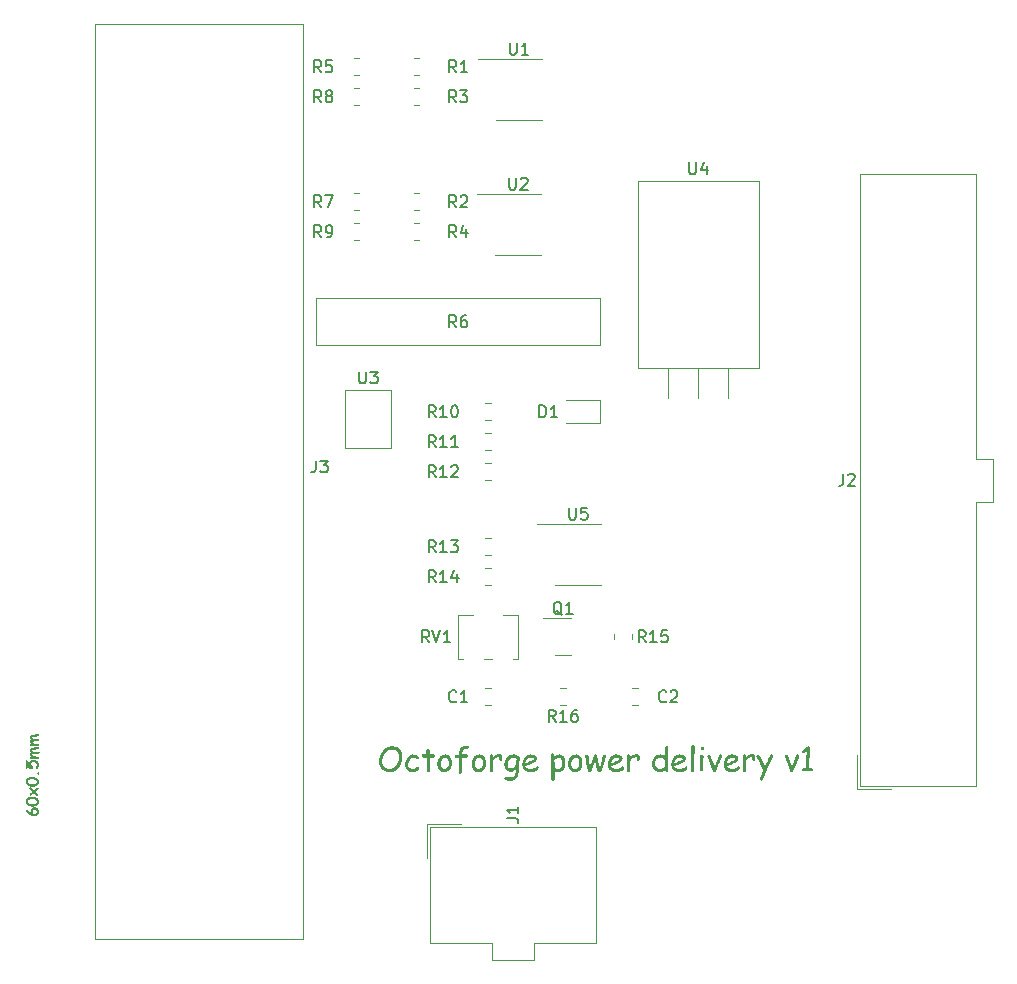
<source format=gbr>
%TF.GenerationSoftware,KiCad,Pcbnew,7.0.1*%
%TF.CreationDate,2024-01-20T22:06:59+00:00*%
%TF.ProjectId,PowerDelivery,506f7765-7244-4656-9c69-766572792e6b,rev?*%
%TF.SameCoordinates,Original*%
%TF.FileFunction,Legend,Top*%
%TF.FilePolarity,Positive*%
%FSLAX46Y46*%
G04 Gerber Fmt 4.6, Leading zero omitted, Abs format (unit mm)*
G04 Created by KiCad (PCBNEW 7.0.1) date 2024-01-20 22:06:59*
%MOMM*%
%LPD*%
G01*
G04 APERTURE LIST*
%ADD10C,0.150000*%
%ADD11C,0.250000*%
%ADD12C,0.120000*%
G04 APERTURE END LIST*
D10*
G36*
X144253624Y-121034311D02*
G01*
X144281185Y-121034913D01*
X144308293Y-121035917D01*
X144334947Y-121037323D01*
X144361148Y-121039131D01*
X144386896Y-121041340D01*
X144412191Y-121043951D01*
X144437033Y-121046963D01*
X144461421Y-121050377D01*
X144485357Y-121054193D01*
X144508839Y-121058410D01*
X144531868Y-121063030D01*
X144554444Y-121068050D01*
X144576566Y-121073473D01*
X144598235Y-121079297D01*
X144619452Y-121085523D01*
X144640215Y-121092150D01*
X144660525Y-121099179D01*
X144680381Y-121106610D01*
X144699785Y-121114443D01*
X144718735Y-121122677D01*
X144737232Y-121131313D01*
X144755276Y-121140350D01*
X144772867Y-121149789D01*
X144790004Y-121159630D01*
X144806689Y-121169873D01*
X144838698Y-121191562D01*
X144868894Y-121214859D01*
X144897278Y-121239762D01*
X144911403Y-121253346D01*
X144925080Y-121267413D01*
X144938308Y-121281964D01*
X144951088Y-121296999D01*
X144963419Y-121312518D01*
X144975302Y-121328520D01*
X144986737Y-121345006D01*
X144997723Y-121361975D01*
X145008261Y-121379429D01*
X145018350Y-121397366D01*
X145027991Y-121415786D01*
X145037183Y-121434691D01*
X145045927Y-121454079D01*
X145054223Y-121473951D01*
X145062070Y-121494307D01*
X145069469Y-121515146D01*
X145076420Y-121536469D01*
X145082922Y-121558276D01*
X145088975Y-121580566D01*
X145094580Y-121603341D01*
X145099737Y-121626599D01*
X145104445Y-121650340D01*
X145108705Y-121674566D01*
X145112517Y-121699275D01*
X145115880Y-121724467D01*
X145118795Y-121750144D01*
X145121261Y-121776304D01*
X145123279Y-121802948D01*
X145124848Y-121830076D01*
X145125969Y-121857687D01*
X145126642Y-121885782D01*
X145126866Y-121914361D01*
X145126614Y-121944310D01*
X145125857Y-121974075D01*
X145124595Y-122003654D01*
X145122829Y-122033048D01*
X145120557Y-122062257D01*
X145117782Y-122091281D01*
X145114501Y-122120119D01*
X145110716Y-122148773D01*
X145106426Y-122177242D01*
X145101631Y-122205525D01*
X145096332Y-122233624D01*
X145090527Y-122261537D01*
X145084219Y-122289265D01*
X145077405Y-122316808D01*
X145070087Y-122344166D01*
X145062264Y-122371339D01*
X145053936Y-122398327D01*
X145045104Y-122425130D01*
X145035767Y-122451748D01*
X145025925Y-122478180D01*
X145015579Y-122504428D01*
X145004728Y-122530490D01*
X144993372Y-122556368D01*
X144981511Y-122582060D01*
X144969146Y-122607567D01*
X144956276Y-122632889D01*
X144942901Y-122658026D01*
X144929022Y-122682978D01*
X144914638Y-122707745D01*
X144899749Y-122732326D01*
X144884355Y-122756723D01*
X144868457Y-122780935D01*
X144849756Y-122808103D01*
X144830716Y-122834409D01*
X144811337Y-122859852D01*
X144791620Y-122884433D01*
X144771564Y-122908151D01*
X144751169Y-122931007D01*
X144730436Y-122953000D01*
X144709364Y-122974131D01*
X144687953Y-122994399D01*
X144666203Y-123013805D01*
X144644115Y-123032348D01*
X144621688Y-123050029D01*
X144598922Y-123066848D01*
X144575818Y-123082803D01*
X144552375Y-123097897D01*
X144528593Y-123112128D01*
X144504473Y-123125496D01*
X144480014Y-123138002D01*
X144455216Y-123149646D01*
X144430080Y-123160427D01*
X144404604Y-123170345D01*
X144378790Y-123179402D01*
X144352638Y-123187595D01*
X144326147Y-123194926D01*
X144299317Y-123201395D01*
X144272148Y-123207001D01*
X144244641Y-123211745D01*
X144216794Y-123215626D01*
X144188610Y-123218644D01*
X144160086Y-123220801D01*
X144131224Y-123222094D01*
X144102023Y-123222526D01*
X144077898Y-123222297D01*
X144054005Y-123221610D01*
X144030343Y-123220465D01*
X144006914Y-123218862D01*
X143983716Y-123216801D01*
X143960750Y-123214282D01*
X143938016Y-123211306D01*
X143915513Y-123207871D01*
X143893243Y-123203978D01*
X143871204Y-123199628D01*
X143849397Y-123194819D01*
X143827822Y-123189553D01*
X143806479Y-123183828D01*
X143785368Y-123177646D01*
X143764489Y-123171006D01*
X143743841Y-123163907D01*
X143723425Y-123156351D01*
X143703241Y-123148337D01*
X143683289Y-123139865D01*
X143663569Y-123130935D01*
X143644081Y-123121547D01*
X143624824Y-123111700D01*
X143605800Y-123101396D01*
X143587007Y-123090635D01*
X143568446Y-123079415D01*
X143550116Y-123067737D01*
X143532019Y-123055601D01*
X143514154Y-123043007D01*
X143496520Y-123029955D01*
X143479118Y-123016446D01*
X143461948Y-123002478D01*
X143445010Y-122988053D01*
X143427429Y-122972280D01*
X143410406Y-122956227D01*
X143393941Y-122939891D01*
X143378034Y-122923275D01*
X143362685Y-122906377D01*
X143347895Y-122889197D01*
X143333662Y-122871736D01*
X143319988Y-122853994D01*
X143306872Y-122835970D01*
X143294314Y-122817665D01*
X143282314Y-122799078D01*
X143270872Y-122780210D01*
X143259989Y-122761060D01*
X143249663Y-122741629D01*
X143239896Y-122721916D01*
X143230687Y-122701922D01*
X143222036Y-122681647D01*
X143213943Y-122661090D01*
X143206408Y-122640251D01*
X143199431Y-122619131D01*
X143193013Y-122597730D01*
X143187152Y-122576047D01*
X143181850Y-122554083D01*
X143177106Y-122531837D01*
X143172920Y-122509310D01*
X143169292Y-122486502D01*
X143166222Y-122463412D01*
X143163711Y-122440040D01*
X143161757Y-122416387D01*
X143160362Y-122392453D01*
X143159525Y-122368237D01*
X143159252Y-122344228D01*
X143439637Y-122344228D01*
X143440404Y-122377482D01*
X143442705Y-122409953D01*
X143446540Y-122441641D01*
X143451910Y-122472547D01*
X143458814Y-122502671D01*
X143467251Y-122532013D01*
X143477223Y-122560572D01*
X143488729Y-122588349D01*
X143501770Y-122615344D01*
X143516344Y-122641556D01*
X143532453Y-122666986D01*
X143550095Y-122691633D01*
X143569272Y-122715499D01*
X143589983Y-122738581D01*
X143612229Y-122760882D01*
X143636008Y-122782400D01*
X143659925Y-122801625D01*
X143684536Y-122819609D01*
X143709842Y-122836353D01*
X143735842Y-122851857D01*
X143762537Y-122866120D01*
X143789927Y-122879143D01*
X143818011Y-122890926D01*
X143846789Y-122901468D01*
X143876263Y-122910771D01*
X143906431Y-122918833D01*
X143937293Y-122925654D01*
X143968850Y-122931236D01*
X144001101Y-122935577D01*
X144034047Y-122938677D01*
X144067688Y-122940538D01*
X144102023Y-122941158D01*
X144122761Y-122940824D01*
X144143272Y-122939824D01*
X144163554Y-122938157D01*
X144183608Y-122935823D01*
X144203434Y-122932822D01*
X144223032Y-122929154D01*
X144242402Y-122924819D01*
X144261544Y-122919817D01*
X144280458Y-122914149D01*
X144299144Y-122907813D01*
X144317602Y-122900811D01*
X144335832Y-122893141D01*
X144353834Y-122884805D01*
X144371608Y-122875802D01*
X144389154Y-122866132D01*
X144406472Y-122855795D01*
X144423562Y-122844791D01*
X144440424Y-122833121D01*
X144457057Y-122820783D01*
X144473463Y-122807778D01*
X144489641Y-122794107D01*
X144505591Y-122779769D01*
X144521312Y-122764764D01*
X144536806Y-122749091D01*
X144552072Y-122732752D01*
X144567109Y-122715747D01*
X144581919Y-122698074D01*
X144596501Y-122679734D01*
X144610854Y-122660728D01*
X144624980Y-122641054D01*
X144638877Y-122620714D01*
X144652547Y-122599706D01*
X144664478Y-122580551D01*
X144676030Y-122561248D01*
X144687204Y-122541797D01*
X144697999Y-122522197D01*
X144708415Y-122502451D01*
X144718452Y-122482556D01*
X144728111Y-122462513D01*
X144737390Y-122442322D01*
X144746291Y-122421984D01*
X144754814Y-122401498D01*
X144762957Y-122380863D01*
X144770722Y-122360081D01*
X144778108Y-122339151D01*
X144785115Y-122318073D01*
X144791744Y-122296848D01*
X144797993Y-122275474D01*
X144803864Y-122253953D01*
X144809356Y-122232283D01*
X144814470Y-122210466D01*
X144819204Y-122188501D01*
X144823560Y-122166388D01*
X144827537Y-122144127D01*
X144831135Y-122121718D01*
X144834355Y-122099161D01*
X144837196Y-122076457D01*
X144839658Y-122053604D01*
X144841741Y-122030604D01*
X144843445Y-122007456D01*
X144844771Y-121984160D01*
X144845718Y-121960716D01*
X144846286Y-121937124D01*
X144846475Y-121913384D01*
X144846332Y-121892756D01*
X144845901Y-121872513D01*
X144845183Y-121852658D01*
X144842886Y-121814105D01*
X144839440Y-121777099D01*
X144834845Y-121741638D01*
X144829101Y-121707722D01*
X144822209Y-121675353D01*
X144814168Y-121644528D01*
X144804978Y-121615250D01*
X144794640Y-121587517D01*
X144783153Y-121561329D01*
X144770517Y-121536688D01*
X144756733Y-121513591D01*
X144741800Y-121492041D01*
X144725718Y-121472036D01*
X144708487Y-121453576D01*
X144699441Y-121444926D01*
X144681161Y-121429251D01*
X144661370Y-121414587D01*
X144640067Y-121400934D01*
X144617254Y-121388292D01*
X144592928Y-121376662D01*
X144567092Y-121366043D01*
X144539745Y-121356436D01*
X144510886Y-121347840D01*
X144480516Y-121340255D01*
X144448634Y-121333681D01*
X144415242Y-121328119D01*
X144380338Y-121323568D01*
X144343923Y-121320028D01*
X144305997Y-121317500D01*
X144286467Y-121316615D01*
X144266559Y-121315983D01*
X144246273Y-121315604D01*
X144225610Y-121315478D01*
X144204675Y-121315810D01*
X144183942Y-121316806D01*
X144163410Y-121318466D01*
X144143079Y-121320790D01*
X144122949Y-121323778D01*
X144103021Y-121327430D01*
X144083294Y-121331746D01*
X144063769Y-121336727D01*
X144044444Y-121342371D01*
X144025321Y-121348679D01*
X144006400Y-121355652D01*
X143987679Y-121363288D01*
X143969160Y-121371588D01*
X143950843Y-121380553D01*
X143932726Y-121390181D01*
X143914811Y-121400474D01*
X143897097Y-121411431D01*
X143879585Y-121423051D01*
X143862274Y-121435336D01*
X143845164Y-121448285D01*
X143828255Y-121461897D01*
X143811548Y-121476174D01*
X143795042Y-121491115D01*
X143778737Y-121506720D01*
X143762634Y-121522989D01*
X143746732Y-121539921D01*
X143731031Y-121557518D01*
X143715532Y-121575779D01*
X143700234Y-121594704D01*
X143685137Y-121614293D01*
X143670241Y-121634546D01*
X143655547Y-121655464D01*
X143642264Y-121675065D01*
X143629402Y-121694790D01*
X143616962Y-121714640D01*
X143604943Y-121734614D01*
X143593346Y-121754711D01*
X143582171Y-121774933D01*
X143571418Y-121795278D01*
X143561086Y-121815748D01*
X143551176Y-121836342D01*
X143541688Y-121857059D01*
X143532622Y-121877901D01*
X143523977Y-121898867D01*
X143515754Y-121919957D01*
X143507952Y-121941170D01*
X143500572Y-121962508D01*
X143493614Y-121983970D01*
X143487078Y-122005556D01*
X143480963Y-122027266D01*
X143475270Y-122049100D01*
X143469999Y-122071058D01*
X143465150Y-122093140D01*
X143460722Y-122115346D01*
X143456715Y-122137676D01*
X143453131Y-122160130D01*
X143449968Y-122182708D01*
X143447227Y-122205411D01*
X143444908Y-122228237D01*
X143443010Y-122251187D01*
X143441534Y-122274261D01*
X143440480Y-122297460D01*
X143439847Y-122320782D01*
X143439637Y-122344228D01*
X143159252Y-122344228D01*
X143159246Y-122343740D01*
X143159521Y-122313784D01*
X143160347Y-122284000D01*
X143161723Y-122254387D01*
X143163650Y-122224946D01*
X143166127Y-122195677D01*
X143169155Y-122166580D01*
X143172733Y-122137654D01*
X143176862Y-122108900D01*
X143181541Y-122080318D01*
X143186771Y-122051908D01*
X143192551Y-122023669D01*
X143198882Y-121995602D01*
X143205763Y-121967707D01*
X143213195Y-121939984D01*
X143221177Y-121912432D01*
X143229710Y-121885052D01*
X143238793Y-121857844D01*
X143248427Y-121830807D01*
X143258611Y-121803942D01*
X143269346Y-121777249D01*
X143280631Y-121750728D01*
X143292467Y-121724378D01*
X143304853Y-121698200D01*
X143317790Y-121672194D01*
X143331277Y-121646360D01*
X143345315Y-121620697D01*
X143359903Y-121595206D01*
X143375042Y-121569887D01*
X143390731Y-121544740D01*
X143406971Y-121519764D01*
X143423761Y-121494960D01*
X143441102Y-121470327D01*
X143460915Y-121443490D01*
X143481032Y-121417504D01*
X143501452Y-121392371D01*
X143522175Y-121368089D01*
X143543202Y-121344659D01*
X143564532Y-121322082D01*
X143586166Y-121300356D01*
X143608103Y-121279482D01*
X143630344Y-121259461D01*
X143652887Y-121240291D01*
X143675735Y-121221973D01*
X143698885Y-121204507D01*
X143722339Y-121187894D01*
X143746097Y-121172132D01*
X143770157Y-121157222D01*
X143794521Y-121143164D01*
X143819189Y-121129958D01*
X143844160Y-121117605D01*
X143869434Y-121106103D01*
X143895012Y-121095453D01*
X143920893Y-121085655D01*
X143947078Y-121076709D01*
X143973566Y-121068615D01*
X144000357Y-121061373D01*
X144027452Y-121054983D01*
X144054850Y-121049446D01*
X144082552Y-121044760D01*
X144110556Y-121040926D01*
X144138865Y-121037944D01*
X144167476Y-121035814D01*
X144196392Y-121034536D01*
X144225610Y-121034110D01*
X144253624Y-121034311D01*
G37*
G36*
X146047173Y-123222526D02*
G01*
X146012308Y-123221881D01*
X145978175Y-123219946D01*
X145944774Y-123216721D01*
X145912107Y-123212206D01*
X145880172Y-123206402D01*
X145848970Y-123199307D01*
X145818501Y-123190923D01*
X145788764Y-123181249D01*
X145759760Y-123170284D01*
X145731489Y-123158030D01*
X145703951Y-123144486D01*
X145677145Y-123129652D01*
X145651072Y-123113528D01*
X145625732Y-123096115D01*
X145601125Y-123077411D01*
X145577250Y-123057418D01*
X145553293Y-123035310D01*
X145530882Y-123012339D01*
X145510016Y-122988507D01*
X145490696Y-122963811D01*
X145472922Y-122938254D01*
X145456693Y-122911834D01*
X145442010Y-122884551D01*
X145428872Y-122856406D01*
X145417280Y-122827398D01*
X145407234Y-122797528D01*
X145398733Y-122766795D01*
X145391778Y-122735200D01*
X145386369Y-122702743D01*
X145382505Y-122669422D01*
X145380186Y-122635240D01*
X145379413Y-122600195D01*
X145380138Y-122566300D01*
X145382314Y-122532272D01*
X145385939Y-122498111D01*
X145391015Y-122463816D01*
X145397541Y-122429387D01*
X145405517Y-122394825D01*
X145414943Y-122360129D01*
X145425819Y-122325300D01*
X145438146Y-122290337D01*
X145451923Y-122255240D01*
X145467150Y-122220010D01*
X145483827Y-122184646D01*
X145492710Y-122166914D01*
X145501955Y-122149149D01*
X145511562Y-122131350D01*
X145521532Y-122113518D01*
X145531865Y-122095653D01*
X145542560Y-122077754D01*
X145553618Y-122059821D01*
X145565038Y-122041856D01*
X145577973Y-122022171D01*
X145591010Y-122003111D01*
X145604149Y-121984676D01*
X145617390Y-121966866D01*
X145630733Y-121949680D01*
X145644178Y-121933120D01*
X145657726Y-121917185D01*
X145671375Y-121901874D01*
X145685127Y-121887188D01*
X145698980Y-121873128D01*
X145726994Y-121846881D01*
X145755416Y-121823134D01*
X145784246Y-121801887D01*
X145813484Y-121783140D01*
X145843131Y-121766892D01*
X145873186Y-121753144D01*
X145903650Y-121741895D01*
X145934522Y-121733146D01*
X145965802Y-121726897D01*
X145997491Y-121723147D01*
X146029588Y-121721898D01*
X146055059Y-121722469D01*
X146081096Y-121724182D01*
X146107701Y-121727037D01*
X146134872Y-121731034D01*
X146162609Y-121736173D01*
X146190914Y-121742454D01*
X146210099Y-121747276D01*
X146229535Y-121752605D01*
X146249223Y-121758442D01*
X146269163Y-121764787D01*
X146289355Y-121771639D01*
X146309799Y-121778999D01*
X146330495Y-121786866D01*
X146355931Y-121797453D01*
X146379725Y-121808329D01*
X146401879Y-121819496D01*
X146422391Y-121830952D01*
X146441263Y-121842699D01*
X146458493Y-121854735D01*
X146474083Y-121867062D01*
X146494391Y-121886096D01*
X146511006Y-121905782D01*
X146523929Y-121926121D01*
X146533159Y-121947112D01*
X146538698Y-121968757D01*
X146540544Y-121991053D01*
X146539325Y-122010791D01*
X146534820Y-122032777D01*
X146526996Y-122053640D01*
X146515853Y-122073382D01*
X146505861Y-122086796D01*
X146490107Y-122102975D01*
X146472763Y-122115180D01*
X146453829Y-122123411D01*
X146433306Y-122127669D01*
X146420865Y-122128318D01*
X146399381Y-122126579D01*
X146379443Y-122121363D01*
X146361050Y-122112669D01*
X146351500Y-122106336D01*
X146335168Y-122093812D01*
X146319145Y-122081520D01*
X146303432Y-122069460D01*
X146294836Y-122062861D01*
X146272953Y-122048893D01*
X146254427Y-122039639D01*
X146234090Y-122031433D01*
X146211940Y-122024275D01*
X146187979Y-122018164D01*
X146162206Y-122013101D01*
X146134622Y-122009085D01*
X146105225Y-122006117D01*
X146084621Y-122004720D01*
X146063212Y-122003789D01*
X146040997Y-122003324D01*
X146029588Y-122003265D01*
X146003327Y-122005266D01*
X145977118Y-122011268D01*
X145950960Y-122021272D01*
X145933550Y-122030164D01*
X145916163Y-122040834D01*
X145898799Y-122053283D01*
X145881457Y-122067510D01*
X145864139Y-122083515D01*
X145846844Y-122101299D01*
X145829571Y-122120862D01*
X145812321Y-122142202D01*
X145795095Y-122165321D01*
X145777891Y-122190219D01*
X145760710Y-122216895D01*
X145752128Y-122230900D01*
X145736985Y-122256755D01*
X145722819Y-122282175D01*
X145709630Y-122307161D01*
X145697418Y-122331711D01*
X145686182Y-122355826D01*
X145675924Y-122379506D01*
X145666643Y-122402751D01*
X145658339Y-122425561D01*
X145651011Y-122447936D01*
X145644661Y-122469876D01*
X145639288Y-122491381D01*
X145634891Y-122512451D01*
X145631472Y-122533085D01*
X145629030Y-122553285D01*
X145627564Y-122573050D01*
X145627076Y-122592379D01*
X145627558Y-122612743D01*
X145629007Y-122632557D01*
X145632989Y-122661248D01*
X145639145Y-122688702D01*
X145647472Y-122714920D01*
X145657972Y-122739902D01*
X145670645Y-122763647D01*
X145685490Y-122786155D01*
X145702507Y-122807427D01*
X145721697Y-122827463D01*
X145743059Y-122846262D01*
X145750662Y-122852254D01*
X145772858Y-122868142D01*
X145796212Y-122882467D01*
X145820725Y-122895230D01*
X145846398Y-122906430D01*
X145873230Y-122916067D01*
X145901221Y-122924141D01*
X145920526Y-122928656D01*
X145940346Y-122932476D01*
X145960681Y-122935601D01*
X145981531Y-122938032D01*
X146002897Y-122939769D01*
X146024777Y-122940811D01*
X146047173Y-122941158D01*
X146067980Y-122940448D01*
X146089122Y-122938319D01*
X146110600Y-122934769D01*
X146132414Y-122929801D01*
X146154564Y-122923412D01*
X146177049Y-122915604D01*
X146199871Y-122906376D01*
X146223028Y-122895729D01*
X146382274Y-122807801D01*
X146401539Y-122797757D01*
X146419635Y-122789887D01*
X146439090Y-122784932D01*
X146441381Y-122784842D01*
X146462953Y-122786923D01*
X146483215Y-122793164D01*
X146502169Y-122803566D01*
X146519814Y-122818128D01*
X146529309Y-122828318D01*
X146541925Y-122844901D01*
X146551932Y-122862412D01*
X146559328Y-122880851D01*
X146564113Y-122900217D01*
X146566289Y-122920510D01*
X146566434Y-122927480D01*
X146564575Y-122947479D01*
X146558998Y-122967357D01*
X146549702Y-122987115D01*
X146536689Y-123006752D01*
X146519958Y-123026270D01*
X146499509Y-123045667D01*
X146483811Y-123058532D01*
X146466460Y-123071343D01*
X146447457Y-123084101D01*
X146426801Y-123096805D01*
X146404493Y-123109456D01*
X146380532Y-123122054D01*
X146354919Y-123134598D01*
X146331964Y-123145246D01*
X146309505Y-123155206D01*
X146287543Y-123164480D01*
X146266076Y-123173066D01*
X146245105Y-123180966D01*
X146224631Y-123188179D01*
X146204653Y-123194705D01*
X146185170Y-123200544D01*
X146166184Y-123205696D01*
X146138636Y-123212136D01*
X146112203Y-123217030D01*
X146086887Y-123220379D01*
X146062686Y-123222182D01*
X146047173Y-123222526D01*
G37*
G36*
X147783740Y-121987634D02*
G01*
X147762656Y-121987345D01*
X147741285Y-121986582D01*
X147720256Y-121985487D01*
X147715352Y-121985191D01*
X147694181Y-121983775D01*
X147674634Y-121982821D01*
X147654818Y-121982306D01*
X147647452Y-121982260D01*
X147627838Y-121983266D01*
X147606557Y-121985214D01*
X147585170Y-121987512D01*
X147559907Y-121990466D01*
X147538414Y-121993112D01*
X147514741Y-121996127D01*
X147488886Y-121999512D01*
X147460851Y-122003265D01*
X147486741Y-122799497D01*
X147488206Y-122858604D01*
X147489672Y-122927480D01*
X147489738Y-122963208D01*
X147488595Y-122996632D01*
X147486243Y-123027750D01*
X147482680Y-123056563D01*
X147477908Y-123083071D01*
X147471926Y-123107274D01*
X147464734Y-123129171D01*
X147456332Y-123148764D01*
X147446721Y-123166052D01*
X147430036Y-123187662D01*
X147410628Y-123204085D01*
X147388499Y-123215322D01*
X147363648Y-123221373D01*
X147345568Y-123222526D01*
X147325384Y-123221289D01*
X147303138Y-123216721D01*
X147282294Y-123208787D01*
X147262853Y-123197487D01*
X147249825Y-123187355D01*
X147234027Y-123171126D01*
X147222109Y-123153214D01*
X147214072Y-123133619D01*
X147209914Y-123112342D01*
X147209281Y-123099427D01*
X147209418Y-123078390D01*
X147209742Y-123058104D01*
X147210258Y-123035314D01*
X147210807Y-123015278D01*
X147211479Y-122993640D01*
X147212273Y-122970398D01*
X147213189Y-122945554D01*
X147214219Y-122920710D01*
X147215112Y-122897469D01*
X147215868Y-122875831D01*
X147216486Y-122855795D01*
X147217065Y-122833005D01*
X147217430Y-122812719D01*
X147217585Y-122791681D01*
X147190230Y-122003265D01*
X147170531Y-122002308D01*
X147148985Y-122001084D01*
X147125594Y-121999595D01*
X147100356Y-121997839D01*
X147073272Y-121995816D01*
X147044342Y-121993528D01*
X147024030Y-121991855D01*
X147002897Y-121990063D01*
X146980944Y-121988153D01*
X146958170Y-121986124D01*
X146934576Y-121983978D01*
X146910161Y-121981713D01*
X146884926Y-121979330D01*
X146863102Y-121975292D01*
X146843424Y-121969409D01*
X146820526Y-121958693D01*
X146801445Y-121944695D01*
X146786180Y-121927415D01*
X146774731Y-121906852D01*
X146767098Y-121883008D01*
X146763878Y-121862971D01*
X146762805Y-121841088D01*
X146764110Y-121818597D01*
X146768025Y-121797651D01*
X146774551Y-121778251D01*
X146783688Y-121760396D01*
X146795434Y-121744087D01*
X146799930Y-121738995D01*
X146814573Y-121725216D01*
X146833480Y-121712744D01*
X146854350Y-121704152D01*
X146873802Y-121699876D01*
X146894696Y-121698450D01*
X147182903Y-121721898D01*
X147182747Y-121699875D01*
X147182282Y-121675635D01*
X147181687Y-121654645D01*
X147180893Y-121632236D01*
X147179901Y-121608407D01*
X147178710Y-121583158D01*
X147177687Y-121563290D01*
X147176552Y-121542623D01*
X147175505Y-121522107D01*
X147174268Y-121496461D01*
X147173215Y-121472770D01*
X147172345Y-121451032D01*
X147171658Y-121431249D01*
X147171057Y-121409267D01*
X147170713Y-121386919D01*
X147170690Y-121380446D01*
X147172081Y-121360416D01*
X147177221Y-121338741D01*
X147186146Y-121318889D01*
X147198859Y-121300861D01*
X147210258Y-121289099D01*
X147225897Y-121276815D01*
X147245705Y-121265695D01*
X147267197Y-121258035D01*
X147286958Y-121254222D01*
X147307955Y-121252951D01*
X147330309Y-121254652D01*
X147350842Y-121259752D01*
X147369556Y-121268253D01*
X147386448Y-121280154D01*
X147401521Y-121295455D01*
X147414773Y-121314157D01*
X147426205Y-121336259D01*
X147435816Y-121361762D01*
X147441212Y-121380652D01*
X147445799Y-121401054D01*
X147449578Y-121422967D01*
X147452547Y-121446392D01*
X147454069Y-121468698D01*
X147455077Y-121489306D01*
X147455810Y-121511288D01*
X147456267Y-121534643D01*
X147456439Y-121555156D01*
X147456454Y-121563628D01*
X147454012Y-121640321D01*
X147452547Y-121721898D01*
X147473286Y-121719236D01*
X147492885Y-121716746D01*
X147520143Y-121713332D01*
X147544834Y-121710306D01*
X147566958Y-121707665D01*
X147586514Y-121705411D01*
X147608595Y-121703007D01*
X147629778Y-121700968D01*
X147647452Y-121699916D01*
X147673417Y-121700036D01*
X147697639Y-121700397D01*
X147720117Y-121700998D01*
X147740852Y-121701839D01*
X147765788Y-121703335D01*
X147787625Y-121705259D01*
X147810563Y-121708264D01*
X147831698Y-121712752D01*
X147834542Y-121713593D01*
X147854120Y-121721745D01*
X147871087Y-121732278D01*
X147888626Y-121748793D01*
X147902085Y-121769029D01*
X147909916Y-121787897D01*
X147915137Y-121809146D01*
X147917747Y-121832776D01*
X147918073Y-121845484D01*
X147916734Y-121867976D01*
X147912715Y-121888922D01*
X147906018Y-121908322D01*
X147896641Y-121926176D01*
X147884585Y-121942485D01*
X147879972Y-121947578D01*
X147865128Y-121961191D01*
X147848808Y-121971987D01*
X147827901Y-121981023D01*
X147808380Y-121985717D01*
X147787383Y-121987595D01*
X147783740Y-121987634D01*
G37*
G36*
X148832610Y-121722876D02*
G01*
X148865369Y-121725813D01*
X148897090Y-121730708D01*
X148927773Y-121737560D01*
X148957418Y-121746370D01*
X148986025Y-121757137D01*
X149013594Y-121769863D01*
X149040125Y-121784546D01*
X149065618Y-121801187D01*
X149090073Y-121819786D01*
X149113490Y-121840342D01*
X149135868Y-121862856D01*
X149157209Y-121887328D01*
X149177512Y-121913758D01*
X149196776Y-121942146D01*
X149215003Y-121972491D01*
X149228650Y-121998152D01*
X149241381Y-122024453D01*
X149253196Y-122051396D01*
X149264096Y-122078981D01*
X149274079Y-122107206D01*
X149283147Y-122136072D01*
X149291298Y-122165580D01*
X149298534Y-122195729D01*
X149304854Y-122226519D01*
X149310258Y-122257950D01*
X149314746Y-122290022D01*
X149318318Y-122322735D01*
X149320974Y-122356089D01*
X149322714Y-122390085D01*
X149323538Y-122424722D01*
X149323447Y-122460000D01*
X149322367Y-122497632D01*
X149320104Y-122534570D01*
X149316658Y-122570813D01*
X149312028Y-122606362D01*
X149306216Y-122641216D01*
X149299221Y-122675376D01*
X149291043Y-122708841D01*
X149281681Y-122741612D01*
X149271137Y-122773687D01*
X149259409Y-122805069D01*
X149246499Y-122835756D01*
X149232405Y-122865748D01*
X149217129Y-122895046D01*
X149200669Y-122923649D01*
X149183026Y-122951557D01*
X149164200Y-122978771D01*
X149141772Y-123008288D01*
X149118451Y-123035901D01*
X149094236Y-123061610D01*
X149069129Y-123085414D01*
X149043129Y-123107314D01*
X149016235Y-123127309D01*
X148988449Y-123145400D01*
X148959769Y-123161587D01*
X148930197Y-123175870D01*
X148899731Y-123188248D01*
X148868373Y-123198722D01*
X148836121Y-123207291D01*
X148802977Y-123213956D01*
X148768939Y-123218717D01*
X148734009Y-123221574D01*
X148698185Y-123222526D01*
X148669614Y-123221862D01*
X148641544Y-123219870D01*
X148613973Y-123216549D01*
X148586902Y-123211901D01*
X148560331Y-123205925D01*
X148534260Y-123198620D01*
X148508689Y-123189988D01*
X148483618Y-123180027D01*
X148459047Y-123168739D01*
X148434975Y-123156122D01*
X148411404Y-123142177D01*
X148388333Y-123126905D01*
X148365761Y-123110304D01*
X148343690Y-123092375D01*
X148322118Y-123073118D01*
X148301046Y-123052533D01*
X148278589Y-123028454D01*
X148257502Y-123003356D01*
X148237785Y-122977239D01*
X148219439Y-122950103D01*
X148202462Y-122921949D01*
X148186855Y-122892775D01*
X148172618Y-122862582D01*
X148159752Y-122831371D01*
X148148255Y-122799140D01*
X148138129Y-122765891D01*
X148129372Y-122731622D01*
X148121986Y-122696335D01*
X148115969Y-122660029D01*
X148111323Y-122622703D01*
X148108047Y-122584359D01*
X148106922Y-122564805D01*
X148106140Y-122544996D01*
X148106128Y-122543531D01*
X148377250Y-122543531D01*
X148377674Y-122567798D01*
X148378944Y-122591387D01*
X148381063Y-122614296D01*
X148384028Y-122636526D01*
X148387840Y-122658077D01*
X148392500Y-122678948D01*
X148398007Y-122699140D01*
X148404361Y-122718653D01*
X148411562Y-122737486D01*
X148419611Y-122755640D01*
X148428507Y-122773115D01*
X148443439Y-122798054D01*
X148460277Y-122821464D01*
X148479022Y-122843345D01*
X148485694Y-122850300D01*
X148503005Y-122866537D01*
X148520865Y-122881177D01*
X148539275Y-122894220D01*
X148558234Y-122905666D01*
X148577743Y-122915515D01*
X148597801Y-122923767D01*
X148618409Y-122930422D01*
X148639567Y-122935479D01*
X148661274Y-122938940D01*
X148683531Y-122940803D01*
X148698674Y-122941158D01*
X148725070Y-122940252D01*
X148750772Y-122937534D01*
X148775778Y-122933005D01*
X148800088Y-122926664D01*
X148823703Y-122918511D01*
X148846622Y-122908546D01*
X148868846Y-122896769D01*
X148890374Y-122883181D01*
X148911206Y-122867781D01*
X148931344Y-122850569D01*
X148944382Y-122838087D01*
X148958546Y-122823488D01*
X148971852Y-122808267D01*
X148984298Y-122792424D01*
X148995887Y-122775958D01*
X149006616Y-122758871D01*
X149016487Y-122741161D01*
X149025499Y-122722830D01*
X149033653Y-122703876D01*
X149040948Y-122684300D01*
X149047384Y-122664103D01*
X149052961Y-122643283D01*
X149057680Y-122621841D01*
X149061540Y-122599777D01*
X149064542Y-122577091D01*
X149066685Y-122553783D01*
X149067969Y-122529853D01*
X149068871Y-122497544D01*
X149069137Y-122466258D01*
X149068764Y-122435995D01*
X149067755Y-122406755D01*
X149066108Y-122378537D01*
X149063824Y-122351342D01*
X149060903Y-122325170D01*
X149057344Y-122300020D01*
X149053148Y-122275894D01*
X149048315Y-122252790D01*
X149042844Y-122230709D01*
X149036736Y-122209651D01*
X149029991Y-122189615D01*
X149022608Y-122170602D01*
X149014588Y-122152612D01*
X148996637Y-122119701D01*
X148976135Y-122090880D01*
X148953085Y-122066150D01*
X148927485Y-122045512D01*
X148899336Y-122028964D01*
X148868638Y-122016508D01*
X148835390Y-122008143D01*
X148799594Y-122003868D01*
X148780739Y-122003265D01*
X148755870Y-122003893D01*
X148731700Y-122006021D01*
X148708228Y-122009648D01*
X148685454Y-122014775D01*
X148663379Y-122021402D01*
X148642002Y-122029529D01*
X148621323Y-122039156D01*
X148601343Y-122050282D01*
X148582061Y-122062908D01*
X148563478Y-122077034D01*
X148545592Y-122092660D01*
X148528406Y-122109786D01*
X148511918Y-122128411D01*
X148496128Y-122148536D01*
X148481036Y-122170161D01*
X148466643Y-122193286D01*
X148455818Y-122212629D01*
X148445691Y-122232312D01*
X148436263Y-122252334D01*
X148427534Y-122272696D01*
X148419502Y-122293397D01*
X148412169Y-122314438D01*
X148405534Y-122335819D01*
X148399598Y-122357540D01*
X148394360Y-122379600D01*
X148389821Y-122401999D01*
X148385980Y-122424739D01*
X148382837Y-122447818D01*
X148380393Y-122471237D01*
X148378647Y-122494995D01*
X148377599Y-122519093D01*
X148377250Y-122543531D01*
X148106128Y-122543531D01*
X148105837Y-122506574D01*
X148106881Y-122468731D01*
X148109272Y-122431469D01*
X148113010Y-122394787D01*
X148118095Y-122358685D01*
X148124527Y-122323162D01*
X148132307Y-122288220D01*
X148141434Y-122253859D01*
X148151907Y-122220077D01*
X148163728Y-122186875D01*
X148176896Y-122154253D01*
X148191412Y-122122212D01*
X148207274Y-122090750D01*
X148224484Y-122059869D01*
X148243040Y-122029567D01*
X148262944Y-121999846D01*
X148275091Y-121982746D01*
X148287535Y-121966188D01*
X148300275Y-121950174D01*
X148313312Y-121934702D01*
X148326645Y-121919773D01*
X148340276Y-121905387D01*
X148354203Y-121891544D01*
X148382947Y-121865486D01*
X148412878Y-121841600D01*
X148443997Y-121819885D01*
X148476301Y-121800342D01*
X148509793Y-121782970D01*
X148544472Y-121767770D01*
X148580337Y-121754741D01*
X148617390Y-121743884D01*
X148655629Y-121735198D01*
X148675194Y-121731669D01*
X148695055Y-121728683D01*
X148715213Y-121726241D01*
X148735668Y-121724341D01*
X148756420Y-121722983D01*
X148777468Y-121722169D01*
X148798813Y-121721898D01*
X148832610Y-121722876D01*
G37*
G36*
X150577878Y-121252951D02*
G01*
X150557373Y-121253338D01*
X150537441Y-121254497D01*
X150499293Y-121259134D01*
X150463435Y-121266862D01*
X150429867Y-121277681D01*
X150398589Y-121291591D01*
X150369600Y-121308593D01*
X150342901Y-121328686D01*
X150318492Y-121351870D01*
X150296373Y-121378145D01*
X150276543Y-121407511D01*
X150259004Y-121439969D01*
X150243754Y-121475518D01*
X150236988Y-121494451D01*
X150230794Y-121514158D01*
X150225172Y-121534637D01*
X150220123Y-121555889D01*
X150215647Y-121577914D01*
X150211743Y-121600711D01*
X150208411Y-121624282D01*
X150205652Y-121648625D01*
X150201256Y-121721898D01*
X150229800Y-121719886D01*
X150257057Y-121718005D01*
X150283029Y-121716253D01*
X150307715Y-121714631D01*
X150331115Y-121713139D01*
X150353228Y-121711777D01*
X150374056Y-121710544D01*
X150393597Y-121709441D01*
X150420497Y-121708030D01*
X150444504Y-121706911D01*
X150465617Y-121706084D01*
X150489267Y-121705435D01*
X150503628Y-121705289D01*
X150530069Y-121705856D01*
X150554805Y-121707556D01*
X150577834Y-121710390D01*
X150599158Y-121714357D01*
X150618775Y-121719457D01*
X150645003Y-121729233D01*
X150667393Y-121741559D01*
X150685945Y-121756436D01*
X150700658Y-121773862D01*
X150711533Y-121793839D01*
X150718570Y-121816366D01*
X150721768Y-121841444D01*
X150721981Y-121850369D01*
X150720310Y-121875534D01*
X150715295Y-121898027D01*
X150706938Y-121917849D01*
X150695237Y-121935000D01*
X150680193Y-121949479D01*
X150661806Y-121961286D01*
X150640076Y-121970422D01*
X150615003Y-121976887D01*
X150593739Y-121980220D01*
X150570978Y-121982524D01*
X150550279Y-121983680D01*
X150528480Y-121984081D01*
X150505582Y-121983726D01*
X150481368Y-121983559D01*
X150455264Y-121984284D01*
X150431760Y-121985329D01*
X150404889Y-121986803D01*
X150385106Y-121988024D01*
X150363826Y-121989436D01*
X150341050Y-121991039D01*
X150316779Y-121992833D01*
X150291011Y-121994817D01*
X150263747Y-121996992D01*
X150234988Y-121999358D01*
X150204732Y-122001915D01*
X150189043Y-122003265D01*
X150177808Y-122325177D01*
X150177892Y-122348403D01*
X150178144Y-122374362D01*
X150178443Y-122395624D01*
X150178837Y-122418423D01*
X150179325Y-122442759D01*
X150179907Y-122468632D01*
X150180584Y-122496042D01*
X150181356Y-122524989D01*
X150181922Y-122545141D01*
X150182531Y-122565976D01*
X150183182Y-122587494D01*
X150183891Y-122609007D01*
X150184556Y-122629825D01*
X150185174Y-122649948D01*
X150186015Y-122678831D01*
X150186754Y-122706150D01*
X150187389Y-122731908D01*
X150187921Y-122756102D01*
X150188351Y-122778734D01*
X150188677Y-122799802D01*
X150188952Y-122825463D01*
X150189043Y-122848346D01*
X150188925Y-122881404D01*
X150188570Y-122913536D01*
X150187979Y-122944740D01*
X150187151Y-122975016D01*
X150186086Y-123004365D01*
X150184784Y-123032787D01*
X150183247Y-123060282D01*
X150181472Y-123086849D01*
X150179461Y-123112489D01*
X150177213Y-123137201D01*
X150174729Y-123160986D01*
X150172008Y-123183844D01*
X150169050Y-123205774D01*
X150165856Y-123226777D01*
X150162425Y-123246853D01*
X150158757Y-123266001D01*
X150153648Y-123286167D01*
X150144619Y-123309969D01*
X150133056Y-123330245D01*
X150118958Y-123346995D01*
X150102327Y-123360218D01*
X150083161Y-123369915D01*
X150061462Y-123376086D01*
X150037228Y-123378731D01*
X150030774Y-123378841D01*
X150010275Y-123377502D01*
X149990909Y-123373483D01*
X149969748Y-123365409D01*
X149952838Y-123355586D01*
X149937062Y-123343083D01*
X149934542Y-123340739D01*
X149921096Y-123325781D01*
X149908924Y-123306637D01*
X149900539Y-123285670D01*
X149896366Y-123266247D01*
X149894975Y-123245484D01*
X149896489Y-123225856D01*
X149897906Y-123216664D01*
X149901337Y-123193211D01*
X149904546Y-123169502D01*
X149907535Y-123145538D01*
X149910301Y-123121318D01*
X149912847Y-123096842D01*
X149915171Y-123072110D01*
X149917274Y-123047123D01*
X149919155Y-123021880D01*
X149920815Y-122996382D01*
X149922254Y-122970627D01*
X149923471Y-122944617D01*
X149924467Y-122918352D01*
X149925242Y-122891830D01*
X149925795Y-122865053D01*
X149926127Y-122838021D01*
X149926238Y-122810732D01*
X149922330Y-122419455D01*
X149922330Y-122003265D01*
X149901390Y-122004922D01*
X149881435Y-122006471D01*
X149853348Y-122008595D01*
X149827476Y-122010478D01*
X149803820Y-122012121D01*
X149782379Y-122013524D01*
X149757237Y-122015020D01*
X149736034Y-122016088D01*
X149715068Y-122016823D01*
X149705443Y-122016943D01*
X149680650Y-122015835D01*
X149658296Y-122012512D01*
X149638381Y-122006974D01*
X149615620Y-121996143D01*
X149597195Y-121981374D01*
X149583106Y-121962667D01*
X149573351Y-121940021D01*
X149568880Y-121920452D01*
X149566848Y-121898667D01*
X149566713Y-121890914D01*
X149568825Y-121868073D01*
X149575162Y-121847362D01*
X149585724Y-121828781D01*
X149600510Y-121812329D01*
X149619521Y-121798006D01*
X149642756Y-121785813D01*
X149670216Y-121775749D01*
X149690870Y-121770223D01*
X149713402Y-121765644D01*
X149737811Y-121762011D01*
X149764097Y-121759324D01*
X149792261Y-121757584D01*
X149807048Y-121757069D01*
X149938939Y-121753161D01*
X149940470Y-121729316D01*
X149942142Y-121708437D01*
X149944210Y-121685955D01*
X149946675Y-121661871D01*
X149949538Y-121636183D01*
X149951945Y-121615866D01*
X149954575Y-121594647D01*
X149957429Y-121572526D01*
X149959455Y-121557278D01*
X149964235Y-121522084D01*
X149969660Y-121488066D01*
X149975730Y-121455223D01*
X149982445Y-121423555D01*
X149989804Y-121393063D01*
X149997809Y-121363746D01*
X150006459Y-121335605D01*
X150015753Y-121308639D01*
X150025693Y-121282848D01*
X150036277Y-121258233D01*
X150047507Y-121234793D01*
X150059381Y-121212529D01*
X150071900Y-121191440D01*
X150085065Y-121171527D01*
X150098874Y-121152789D01*
X150113328Y-121135226D01*
X150131845Y-121115410D01*
X150151613Y-121096873D01*
X150172633Y-121079613D01*
X150194905Y-121063633D01*
X150218429Y-121048930D01*
X150243204Y-121035507D01*
X150269231Y-121023361D01*
X150296510Y-121012494D01*
X150325041Y-121002906D01*
X150354823Y-120994596D01*
X150385857Y-120987564D01*
X150418143Y-120981811D01*
X150451681Y-120977337D01*
X150486470Y-120974141D01*
X150522511Y-120972223D01*
X150559804Y-120971584D01*
X150583643Y-120972135D01*
X150605943Y-120973789D01*
X150626706Y-120976547D01*
X150645930Y-120980407D01*
X150671883Y-120988265D01*
X150694376Y-120998605D01*
X150713409Y-121011426D01*
X150728980Y-121026729D01*
X150741092Y-121044513D01*
X150749743Y-121064779D01*
X150754934Y-121087527D01*
X150756664Y-121112756D01*
X150755092Y-121137810D01*
X150750378Y-121160400D01*
X150742522Y-121180526D01*
X150731522Y-121198188D01*
X150717380Y-121213384D01*
X150700095Y-121226117D01*
X150679667Y-121236385D01*
X150656097Y-121244189D01*
X150629384Y-121249529D01*
X150609829Y-121251719D01*
X150588878Y-121252814D01*
X150577878Y-121252951D01*
G37*
G36*
X151726400Y-121722876D02*
G01*
X151759159Y-121725813D01*
X151790880Y-121730708D01*
X151821563Y-121737560D01*
X151851208Y-121746370D01*
X151879815Y-121757137D01*
X151907383Y-121769863D01*
X151933914Y-121784546D01*
X151959407Y-121801187D01*
X151983862Y-121819786D01*
X152007279Y-121840342D01*
X152029658Y-121862856D01*
X152050998Y-121887328D01*
X152071301Y-121913758D01*
X152090566Y-121942146D01*
X152108792Y-121972491D01*
X152122439Y-121998152D01*
X152135170Y-122024453D01*
X152146986Y-122051396D01*
X152157885Y-122078981D01*
X152167868Y-122107206D01*
X152176936Y-122136072D01*
X152185088Y-122165580D01*
X152192323Y-122195729D01*
X152198643Y-122226519D01*
X152204047Y-122257950D01*
X152208535Y-122290022D01*
X152212107Y-122322735D01*
X152214763Y-122356089D01*
X152216503Y-122390085D01*
X152217328Y-122424722D01*
X152217236Y-122460000D01*
X152216156Y-122497632D01*
X152213893Y-122534570D01*
X152210447Y-122570813D01*
X152205818Y-122606362D01*
X152200005Y-122641216D01*
X152193010Y-122675376D01*
X152184832Y-122708841D01*
X152175471Y-122741612D01*
X152164926Y-122773687D01*
X152153199Y-122805069D01*
X152140288Y-122835756D01*
X152126195Y-122865748D01*
X152110918Y-122895046D01*
X152094458Y-122923649D01*
X152076816Y-122951557D01*
X152057990Y-122978771D01*
X152035561Y-123008288D01*
X152012240Y-123035901D01*
X151988026Y-123061610D01*
X151962918Y-123085414D01*
X151936918Y-123107314D01*
X151910024Y-123127309D01*
X151882238Y-123145400D01*
X151853558Y-123161587D01*
X151823986Y-123175870D01*
X151793521Y-123188248D01*
X151762162Y-123198722D01*
X151729911Y-123207291D01*
X151696766Y-123213956D01*
X151662728Y-123218717D01*
X151627798Y-123221574D01*
X151591974Y-123222526D01*
X151563404Y-123221862D01*
X151535333Y-123219870D01*
X151507762Y-123216549D01*
X151480691Y-123211901D01*
X151454120Y-123205925D01*
X151428049Y-123198620D01*
X151402478Y-123189988D01*
X151377407Y-123180027D01*
X151352836Y-123168739D01*
X151328765Y-123156122D01*
X151305193Y-123142177D01*
X151282122Y-123126905D01*
X151259550Y-123110304D01*
X151237479Y-123092375D01*
X151215907Y-123073118D01*
X151194836Y-123052533D01*
X151172379Y-123028454D01*
X151151292Y-123003356D01*
X151131575Y-122977239D01*
X151113228Y-122950103D01*
X151096251Y-122921949D01*
X151080644Y-122892775D01*
X151066408Y-122862582D01*
X151053541Y-122831371D01*
X151042044Y-122799140D01*
X151031918Y-122765891D01*
X151023161Y-122731622D01*
X151015775Y-122696335D01*
X151009759Y-122660029D01*
X151005112Y-122622703D01*
X151001836Y-122584359D01*
X151000712Y-122564805D01*
X150999930Y-122544996D01*
X150999918Y-122543531D01*
X151271039Y-122543531D01*
X151271463Y-122567798D01*
X151272734Y-122591387D01*
X151274852Y-122614296D01*
X151277817Y-122636526D01*
X151281629Y-122658077D01*
X151286289Y-122678948D01*
X151291796Y-122699140D01*
X151298150Y-122718653D01*
X151305352Y-122737486D01*
X151313400Y-122755640D01*
X151322296Y-122773115D01*
X151337228Y-122798054D01*
X151354067Y-122821464D01*
X151372811Y-122843345D01*
X151379483Y-122850300D01*
X151396794Y-122866537D01*
X151414654Y-122881177D01*
X151433064Y-122894220D01*
X151452023Y-122905666D01*
X151471532Y-122915515D01*
X151491591Y-122923767D01*
X151512199Y-122930422D01*
X151533356Y-122935479D01*
X151555063Y-122938940D01*
X151577320Y-122940803D01*
X151592463Y-122941158D01*
X151618860Y-122940252D01*
X151644561Y-122937534D01*
X151669567Y-122933005D01*
X151693877Y-122926664D01*
X151717492Y-122918511D01*
X151740411Y-122908546D01*
X151762635Y-122896769D01*
X151784163Y-122883181D01*
X151804996Y-122867781D01*
X151825133Y-122850569D01*
X151838171Y-122838087D01*
X151852335Y-122823488D01*
X151865641Y-122808267D01*
X151878088Y-122792424D01*
X151889676Y-122775958D01*
X151900405Y-122758871D01*
X151910276Y-122741161D01*
X151919288Y-122722830D01*
X151927442Y-122703876D01*
X151934737Y-122684300D01*
X151941173Y-122664103D01*
X151946750Y-122643283D01*
X151951469Y-122621841D01*
X151955330Y-122599777D01*
X151958331Y-122577091D01*
X151960474Y-122553783D01*
X151961758Y-122529853D01*
X151962661Y-122497544D01*
X151962926Y-122466258D01*
X151962554Y-122435995D01*
X151961544Y-122406755D01*
X151959898Y-122378537D01*
X151957614Y-122351342D01*
X151954692Y-122325170D01*
X151951133Y-122300020D01*
X151946937Y-122275894D01*
X151942104Y-122252790D01*
X151936633Y-122230709D01*
X151930525Y-122209651D01*
X151923780Y-122189615D01*
X151916398Y-122170602D01*
X151908378Y-122152612D01*
X151890426Y-122119701D01*
X151869925Y-122090880D01*
X151846874Y-122066150D01*
X151821275Y-122045512D01*
X151793126Y-122028964D01*
X151762427Y-122016508D01*
X151729180Y-122008143D01*
X151693383Y-122003868D01*
X151674528Y-122003265D01*
X151649660Y-122003893D01*
X151625489Y-122006021D01*
X151602017Y-122009648D01*
X151579243Y-122014775D01*
X151557168Y-122021402D01*
X151535791Y-122029529D01*
X151515112Y-122039156D01*
X151495132Y-122050282D01*
X151475850Y-122062908D01*
X151457267Y-122077034D01*
X151439382Y-122092660D01*
X151422195Y-122109786D01*
X151405707Y-122128411D01*
X151389917Y-122148536D01*
X151374825Y-122170161D01*
X151360432Y-122193286D01*
X151349607Y-122212629D01*
X151339481Y-122232312D01*
X151330053Y-122252334D01*
X151321323Y-122272696D01*
X151313291Y-122293397D01*
X151305958Y-122314438D01*
X151299324Y-122335819D01*
X151293387Y-122357540D01*
X151288150Y-122379600D01*
X151283610Y-122401999D01*
X151279769Y-122424739D01*
X151276626Y-122447818D01*
X151274182Y-122471237D01*
X151272436Y-122494995D01*
X151271388Y-122519093D01*
X151271039Y-122543531D01*
X150999918Y-122543531D01*
X150999626Y-122506574D01*
X151000670Y-122468731D01*
X151003061Y-122431469D01*
X151006799Y-122394787D01*
X151011884Y-122358685D01*
X151018317Y-122323162D01*
X151026096Y-122288220D01*
X151035223Y-122253859D01*
X151045697Y-122220077D01*
X151057518Y-122186875D01*
X151070686Y-122154253D01*
X151085201Y-122122212D01*
X151101063Y-122090750D01*
X151118273Y-122059869D01*
X151136830Y-122029567D01*
X151156734Y-121999846D01*
X151168880Y-121982746D01*
X151181324Y-121966188D01*
X151194064Y-121950174D01*
X151207101Y-121934702D01*
X151220435Y-121919773D01*
X151234065Y-121905387D01*
X151247992Y-121891544D01*
X151276737Y-121865486D01*
X151306668Y-121841600D01*
X151337786Y-121819885D01*
X151370091Y-121800342D01*
X151403583Y-121782970D01*
X151438261Y-121767770D01*
X151474127Y-121754741D01*
X151511179Y-121743884D01*
X151549418Y-121735198D01*
X151568983Y-121731669D01*
X151588845Y-121728683D01*
X151609003Y-121726241D01*
X151629458Y-121724341D01*
X151650209Y-121722983D01*
X151671257Y-121722169D01*
X151692602Y-121721898D01*
X151726400Y-121722876D01*
G37*
G36*
X153617236Y-122116106D02*
G01*
X153615555Y-122136513D01*
X153611309Y-122164656D01*
X153604993Y-122189836D01*
X153596609Y-122212054D01*
X153586154Y-122231310D01*
X153573631Y-122247603D01*
X153559038Y-122260934D01*
X153542375Y-122271302D01*
X153523643Y-122278708D01*
X153502842Y-122283152D01*
X153479972Y-122284633D01*
X153458846Y-122283452D01*
X153433910Y-122278205D01*
X153412668Y-122268760D01*
X153395121Y-122255116D01*
X153381268Y-122237275D01*
X153371109Y-122215236D01*
X153365914Y-122195952D01*
X153362797Y-122174306D01*
X153361758Y-122150300D01*
X153361329Y-122129873D01*
X153360367Y-122107418D01*
X153359285Y-122087010D01*
X153357894Y-122063546D01*
X153357362Y-122055045D01*
X153353454Y-121940739D01*
X153326679Y-121944250D01*
X153300575Y-121948311D01*
X153275143Y-121952921D01*
X153250383Y-121958080D01*
X153226295Y-121963790D01*
X153202878Y-121970048D01*
X153180133Y-121976857D01*
X153158060Y-121984214D01*
X153136658Y-121992122D01*
X153115928Y-122000579D01*
X153095869Y-122009585D01*
X153076482Y-122019141D01*
X153057767Y-122029247D01*
X153039724Y-122039902D01*
X153022352Y-122051106D01*
X153005652Y-122062861D01*
X152983115Y-122080416D01*
X152961299Y-122099560D01*
X152947156Y-122113205D01*
X152933333Y-122127556D01*
X152919831Y-122142614D01*
X152906650Y-122158377D01*
X152893789Y-122174846D01*
X152881248Y-122192021D01*
X152869029Y-122209902D01*
X152857129Y-122228490D01*
X152845551Y-122247783D01*
X152834293Y-122267782D01*
X152823355Y-122288488D01*
X152812738Y-122309899D01*
X152802442Y-122332016D01*
X152805373Y-123083796D01*
X152804179Y-123108588D01*
X152800599Y-123130942D01*
X152794631Y-123150858D01*
X152782961Y-123173618D01*
X152767047Y-123192043D01*
X152746889Y-123206133D01*
X152722488Y-123215887D01*
X152701402Y-123220358D01*
X152677929Y-123222390D01*
X152669574Y-123222526D01*
X152647924Y-123221315D01*
X152628404Y-123217683D01*
X152605689Y-123209073D01*
X152586760Y-123196159D01*
X152571617Y-123178940D01*
X152560260Y-123157416D01*
X152554226Y-123138448D01*
X152550322Y-123117059D01*
X152548548Y-123093248D01*
X152548429Y-123084773D01*
X152548429Y-122129295D01*
X152548593Y-122107483D01*
X152548994Y-122085363D01*
X152549511Y-122064517D01*
X152550196Y-122041476D01*
X152550864Y-122021463D01*
X152551638Y-122000046D01*
X152551849Y-121994473D01*
X152552650Y-121972704D01*
X152553345Y-121952341D01*
X152554063Y-121928861D01*
X152554614Y-121907576D01*
X152555054Y-121884930D01*
X152555265Y-121862503D01*
X152555268Y-121859651D01*
X152556333Y-121835033D01*
X152559527Y-121812836D01*
X152564851Y-121793061D01*
X152575262Y-121770461D01*
X152589458Y-121752166D01*
X152607441Y-121738175D01*
X152629209Y-121728489D01*
X152654763Y-121723108D01*
X152676413Y-121721898D01*
X152700432Y-121723800D01*
X152722117Y-121729505D01*
X152741465Y-121739015D01*
X152758478Y-121752329D01*
X152773156Y-121769446D01*
X152785498Y-121790368D01*
X152795504Y-121815093D01*
X152803175Y-121843622D01*
X152806991Y-121864755D01*
X152809769Y-121887578D01*
X152811509Y-121912092D01*
X152812212Y-121938297D01*
X152828754Y-121923060D01*
X152845410Y-121908306D01*
X152862177Y-121894037D01*
X152879058Y-121880251D01*
X152896051Y-121866949D01*
X152913156Y-121854130D01*
X152930375Y-121841796D01*
X152947705Y-121829945D01*
X152965149Y-121818577D01*
X152982705Y-121807694D01*
X153000373Y-121797294D01*
X153018154Y-121787378D01*
X153036048Y-121777945D01*
X153054054Y-121768996D01*
X153072173Y-121760531D01*
X153090404Y-121752550D01*
X153108748Y-121745053D01*
X153127205Y-121738039D01*
X153145774Y-121731508D01*
X153164456Y-121725462D01*
X153183250Y-121719899D01*
X153202157Y-121714820D01*
X153221176Y-121710225D01*
X153240308Y-121706113D01*
X153259553Y-121702486D01*
X153278910Y-121699341D01*
X153298380Y-121696681D01*
X153317962Y-121694504D01*
X153337657Y-121692811D01*
X153357465Y-121691602D01*
X153377385Y-121690876D01*
X153397418Y-121690635D01*
X153417802Y-121691360D01*
X153443432Y-121694585D01*
X153467292Y-121700389D01*
X153489381Y-121708774D01*
X153509699Y-121719738D01*
X153528246Y-121733282D01*
X153545022Y-121749406D01*
X153560028Y-121768110D01*
X153563503Y-121773189D01*
X153576440Y-121795018D01*
X153585011Y-121813113D01*
X153592611Y-121832685D01*
X153599242Y-121853733D01*
X153604902Y-121876259D01*
X153609592Y-121900262D01*
X153613311Y-121925741D01*
X153616060Y-121952698D01*
X153617839Y-121981131D01*
X153618486Y-122000907D01*
X153618702Y-122021339D01*
X153618666Y-122042200D01*
X153618528Y-122064274D01*
X153618238Y-122085945D01*
X153617658Y-122107352D01*
X153617236Y-122116106D01*
G37*
G36*
X154619793Y-121722194D02*
G01*
X154642695Y-121723083D01*
X154664868Y-121724564D01*
X154686310Y-121726637D01*
X154707022Y-121729304D01*
X154727005Y-121732562D01*
X154746258Y-121736413D01*
X154770793Y-121742470D01*
X154794030Y-121749580D01*
X154810607Y-121755603D01*
X154831581Y-121764442D01*
X154851273Y-121774349D01*
X154869683Y-121785324D01*
X154886810Y-121797369D01*
X154902656Y-121810481D01*
X154917219Y-121824663D01*
X154930499Y-121839913D01*
X154942498Y-121856231D01*
X154968774Y-121858355D01*
X154992466Y-121863261D01*
X155013574Y-121870949D01*
X155032097Y-121881419D01*
X155048035Y-121894671D01*
X155061389Y-121910705D01*
X155072158Y-121929521D01*
X155080342Y-121951120D01*
X155085942Y-121975500D01*
X155088958Y-122002662D01*
X155089532Y-122022316D01*
X155089082Y-122048160D01*
X155088153Y-122068926D01*
X155086717Y-122090876D01*
X155084775Y-122114011D01*
X155082327Y-122138332D01*
X155079372Y-122163837D01*
X155075910Y-122190527D01*
X155071941Y-122218402D01*
X155067466Y-122247462D01*
X155064201Y-122267494D01*
X155060711Y-122288053D01*
X155056845Y-122311691D01*
X155053186Y-122334367D01*
X155049732Y-122356082D01*
X155046484Y-122376835D01*
X155043443Y-122396626D01*
X155039267Y-122424510D01*
X155035554Y-122450230D01*
X155032306Y-122473786D01*
X155029521Y-122495178D01*
X155026529Y-122520335D01*
X155024361Y-122541645D01*
X155023586Y-122550858D01*
X154991835Y-123020293D01*
X154990642Y-123054880D01*
X154989141Y-123088665D01*
X154987330Y-123121650D01*
X154985210Y-123153832D01*
X154982781Y-123185214D01*
X154980042Y-123215794D01*
X154976995Y-123245572D01*
X154973639Y-123274549D01*
X154969973Y-123302725D01*
X154965998Y-123330099D01*
X154961715Y-123356672D01*
X154957122Y-123382444D01*
X154952220Y-123407414D01*
X154947009Y-123431582D01*
X154941488Y-123454949D01*
X154935659Y-123477515D01*
X154927616Y-123505382D01*
X154918997Y-123532317D01*
X154909802Y-123558321D01*
X154900030Y-123583394D01*
X154889682Y-123607536D01*
X154878758Y-123630747D01*
X154867258Y-123653027D01*
X154855181Y-123674375D01*
X154842528Y-123694792D01*
X154829299Y-123714278D01*
X154815493Y-123732833D01*
X154801112Y-123750457D01*
X154786154Y-123767149D01*
X154770619Y-123782910D01*
X154754509Y-123797740D01*
X154737822Y-123811639D01*
X154716611Y-123827374D01*
X154694255Y-123842093D01*
X154670755Y-123855798D01*
X154646109Y-123868487D01*
X154620319Y-123880161D01*
X154593383Y-123890820D01*
X154565303Y-123900464D01*
X154536078Y-123909092D01*
X154505708Y-123916706D01*
X154474193Y-123923304D01*
X154441533Y-123928887D01*
X154407728Y-123933456D01*
X154372778Y-123937009D01*
X154336684Y-123939546D01*
X154299445Y-123941069D01*
X154261060Y-123941577D01*
X154238452Y-123941466D01*
X154216303Y-123941134D01*
X154194611Y-123940581D01*
X154173377Y-123939806D01*
X154152601Y-123938810D01*
X154132283Y-123937592D01*
X154112423Y-123936154D01*
X154083492Y-123933581D01*
X154055591Y-123930509D01*
X154028720Y-123926940D01*
X154002880Y-123922873D01*
X153978071Y-123918308D01*
X153954291Y-123913244D01*
X153933351Y-123907965D01*
X153913762Y-123902017D01*
X153886912Y-123891843D01*
X153863101Y-123880167D01*
X153842330Y-123866988D01*
X153824598Y-123852306D01*
X153809906Y-123836121D01*
X153798254Y-123818434D01*
X153789642Y-123799245D01*
X153784069Y-123778552D01*
X153781536Y-123756357D01*
X153781367Y-123748625D01*
X153782419Y-123724705D01*
X153785575Y-123703138D01*
X153790834Y-123683924D01*
X153801119Y-123661965D01*
X153815144Y-123644189D01*
X153832909Y-123630595D01*
X153854414Y-123621184D01*
X153879658Y-123615956D01*
X153901046Y-123614780D01*
X153921866Y-123615621D01*
X153942758Y-123617608D01*
X153966870Y-123620764D01*
X153988478Y-123624130D01*
X154012146Y-123628244D01*
X154037876Y-123633106D01*
X154058525Y-123637243D01*
X154065666Y-123638715D01*
X154087500Y-123643055D01*
X154109773Y-123646913D01*
X154132483Y-123650290D01*
X154155631Y-123653187D01*
X154179217Y-123655603D01*
X154203241Y-123657537D01*
X154227703Y-123658991D01*
X154252603Y-123659965D01*
X154277941Y-123660457D01*
X154303717Y-123660468D01*
X154321144Y-123660209D01*
X154353479Y-123658682D01*
X154384540Y-123655202D01*
X154414326Y-123649767D01*
X154442838Y-123642379D01*
X154470075Y-123633037D01*
X154496037Y-123621741D01*
X154520725Y-123608490D01*
X154544138Y-123593286D01*
X154566276Y-123576128D01*
X154587140Y-123557016D01*
X154606729Y-123535950D01*
X154625043Y-123512930D01*
X154642083Y-123487957D01*
X154657848Y-123461029D01*
X154672338Y-123432147D01*
X154685554Y-123401311D01*
X154693555Y-123379349D01*
X154701071Y-123355959D01*
X154708103Y-123331141D01*
X154714650Y-123304897D01*
X154720712Y-123277225D01*
X154726289Y-123248125D01*
X154731382Y-123217599D01*
X154735990Y-123185645D01*
X154740114Y-123152264D01*
X154743753Y-123117455D01*
X154746907Y-123081220D01*
X154749576Y-123043557D01*
X154751761Y-123004466D01*
X154752672Y-122984386D01*
X154753461Y-122963949D01*
X154754130Y-122943155D01*
X154754677Y-122922004D01*
X154755103Y-122900496D01*
X154755408Y-122878632D01*
X154746016Y-122897866D01*
X154736403Y-122916489D01*
X154726568Y-122934502D01*
X154716512Y-122951905D01*
X154706235Y-122968696D01*
X154690404Y-122992739D01*
X154674075Y-123015408D01*
X154657248Y-123036703D01*
X154639923Y-123056624D01*
X154622100Y-123075171D01*
X154603779Y-123092344D01*
X154584960Y-123108144D01*
X154578576Y-123113105D01*
X154559171Y-123127073D01*
X154539243Y-123139666D01*
X154518791Y-123150886D01*
X154497815Y-123160732D01*
X154476316Y-123169204D01*
X154454293Y-123176303D01*
X154431745Y-123182027D01*
X154408674Y-123186378D01*
X154385080Y-123189354D01*
X154360961Y-123190957D01*
X154344591Y-123191263D01*
X154313874Y-123190587D01*
X154283882Y-123188561D01*
X154254614Y-123185183D01*
X154226072Y-123180455D01*
X154198255Y-123174375D01*
X154171164Y-123166945D01*
X154144797Y-123158164D01*
X154119155Y-123148032D01*
X154094239Y-123136548D01*
X154070047Y-123123714D01*
X154046581Y-123109529D01*
X154023839Y-123093993D01*
X154001823Y-123077106D01*
X153980532Y-123058868D01*
X153959966Y-123039279D01*
X153940125Y-123018339D01*
X153921255Y-122996321D01*
X153903603Y-122973497D01*
X153887168Y-122949869D01*
X153871951Y-122925435D01*
X153857951Y-122900196D01*
X153845168Y-122874151D01*
X153833603Y-122847302D01*
X153823255Y-122819647D01*
X153814124Y-122791187D01*
X153806211Y-122761922D01*
X153799516Y-122731851D01*
X153794037Y-122700976D01*
X153789776Y-122669295D01*
X153786733Y-122636808D01*
X153784907Y-122603517D01*
X153784298Y-122569420D01*
X153784506Y-122545933D01*
X153784544Y-122544508D01*
X154050523Y-122544508D01*
X154050819Y-122566930D01*
X154051706Y-122588647D01*
X154053185Y-122609657D01*
X154055255Y-122629962D01*
X154057917Y-122649561D01*
X154063019Y-122677635D01*
X154069452Y-122704120D01*
X154077215Y-122729017D01*
X154086310Y-122752326D01*
X154096736Y-122774046D01*
X154108492Y-122794177D01*
X154121580Y-122812720D01*
X154126238Y-122818548D01*
X154141096Y-122834873D01*
X154157276Y-122849592D01*
X154174779Y-122862705D01*
X154193603Y-122874212D01*
X154213751Y-122884114D01*
X154235220Y-122892410D01*
X154258012Y-122899101D01*
X154282126Y-122904186D01*
X154307563Y-122907665D01*
X154334322Y-122909538D01*
X154352896Y-122909895D01*
X154378839Y-122908637D01*
X154404644Y-122904863D01*
X154430313Y-122898573D01*
X154455844Y-122889768D01*
X154481238Y-122878446D01*
X154506494Y-122864609D01*
X154523255Y-122853986D01*
X154539955Y-122842245D01*
X154556594Y-122829386D01*
X154573172Y-122815409D01*
X154589689Y-122800314D01*
X154606145Y-122784100D01*
X154622540Y-122766769D01*
X154636918Y-122750292D01*
X154650498Y-122733834D01*
X154663280Y-122717395D01*
X154675266Y-122700976D01*
X154686453Y-122684575D01*
X154701739Y-122660010D01*
X154715230Y-122635488D01*
X154726926Y-122611009D01*
X154736828Y-122586573D01*
X154744935Y-122562179D01*
X154751248Y-122537829D01*
X154755766Y-122513522D01*
X154756873Y-122505429D01*
X154762316Y-122478697D01*
X154765987Y-122459364D01*
X154769693Y-122438820D01*
X154773433Y-122417068D01*
X154777207Y-122394105D01*
X154781016Y-122369933D01*
X154784859Y-122344550D01*
X154788736Y-122317958D01*
X154792648Y-122290157D01*
X154796594Y-122261145D01*
X154800574Y-122230924D01*
X154804589Y-122199493D01*
X154808638Y-122166852D01*
X154812721Y-122133002D01*
X154816839Y-122097941D01*
X154818911Y-122079958D01*
X154801566Y-122068246D01*
X154784030Y-122057537D01*
X154766303Y-122047829D01*
X154748386Y-122039123D01*
X154730277Y-122031419D01*
X154708296Y-122023497D01*
X154704605Y-122022316D01*
X154682303Y-122015842D01*
X154659726Y-122010707D01*
X154636874Y-122006912D01*
X154613747Y-122004456D01*
X154590345Y-122003340D01*
X154582484Y-122003265D01*
X154550280Y-122003908D01*
X154519004Y-122005838D01*
X154488654Y-122009053D01*
X154459233Y-122013554D01*
X154430738Y-122019342D01*
X154403171Y-122026415D01*
X154376532Y-122034775D01*
X154350819Y-122044420D01*
X154326035Y-122055352D01*
X154302177Y-122067570D01*
X154279247Y-122081074D01*
X154257244Y-122095864D01*
X154236168Y-122111940D01*
X154216020Y-122129302D01*
X154196800Y-122147951D01*
X154178506Y-122167885D01*
X154163008Y-122186701D01*
X154148510Y-122206147D01*
X154135012Y-122226223D01*
X154122513Y-122246928D01*
X154111015Y-122268263D01*
X154100516Y-122290228D01*
X154091018Y-122312822D01*
X154082519Y-122336046D01*
X154075020Y-122359900D01*
X154068521Y-122384383D01*
X154063021Y-122409497D01*
X154058522Y-122435239D01*
X154055022Y-122461612D01*
X154052523Y-122488614D01*
X154051023Y-122516246D01*
X154050523Y-122544508D01*
X153784544Y-122544508D01*
X153785130Y-122522732D01*
X153786170Y-122499817D01*
X153787626Y-122477188D01*
X153789498Y-122454846D01*
X153791786Y-122432789D01*
X153794490Y-122411019D01*
X153797609Y-122389535D01*
X153801145Y-122368338D01*
X153805097Y-122347426D01*
X153809465Y-122326801D01*
X153814248Y-122306462D01*
X153819448Y-122286410D01*
X153825064Y-122266643D01*
X153831095Y-122247163D01*
X153837543Y-122227969D01*
X153844407Y-122209061D01*
X153851686Y-122190439D01*
X153859382Y-122172104D01*
X153867493Y-122154055D01*
X153876021Y-122136292D01*
X153884964Y-122118815D01*
X153894324Y-122101625D01*
X153914291Y-122068102D01*
X153935921Y-122035725D01*
X153959216Y-122004492D01*
X153984175Y-121974405D01*
X153997278Y-121959790D01*
X154011172Y-121945154D01*
X154025377Y-121930983D01*
X154039894Y-121917276D01*
X154054721Y-121904034D01*
X154069859Y-121891257D01*
X154085308Y-121878944D01*
X154101069Y-121867096D01*
X154117140Y-121855712D01*
X154133523Y-121844793D01*
X154150216Y-121834339D01*
X154167220Y-121824349D01*
X154184536Y-121814824D01*
X154202162Y-121805764D01*
X154220100Y-121797168D01*
X154238348Y-121789037D01*
X154256908Y-121781371D01*
X154275779Y-121774169D01*
X154294960Y-121767432D01*
X154314453Y-121761159D01*
X154334257Y-121755351D01*
X154354371Y-121750008D01*
X154374797Y-121745129D01*
X154395534Y-121740715D01*
X154416582Y-121736766D01*
X154437941Y-121733281D01*
X154459611Y-121730261D01*
X154481591Y-121727706D01*
X154503883Y-121725615D01*
X154526486Y-121723988D01*
X154549400Y-121722827D01*
X154572625Y-121722130D01*
X154596161Y-121721898D01*
X154619793Y-121722194D01*
G37*
G36*
X156010182Y-121722201D02*
G01*
X156037713Y-121723111D01*
X156064588Y-121724628D01*
X156090806Y-121726752D01*
X156116367Y-121729483D01*
X156141272Y-121732820D01*
X156165521Y-121736764D01*
X156189113Y-121741315D01*
X156212049Y-121746473D01*
X156234329Y-121752237D01*
X156255952Y-121758608D01*
X156276919Y-121765587D01*
X156297229Y-121773171D01*
X156316883Y-121781363D01*
X156335880Y-121790162D01*
X156354221Y-121799567D01*
X156375694Y-121811997D01*
X156395781Y-121825228D01*
X156414483Y-121839260D01*
X156431799Y-121854094D01*
X156447730Y-121869729D01*
X156462276Y-121886166D01*
X156475436Y-121903404D01*
X156487212Y-121921444D01*
X156497602Y-121940285D01*
X156506606Y-121959928D01*
X156514225Y-121980371D01*
X156520459Y-122001617D01*
X156525308Y-122023663D01*
X156528771Y-122046512D01*
X156530849Y-122070161D01*
X156531542Y-122094612D01*
X156530176Y-122120492D01*
X156526081Y-122145926D01*
X156519254Y-122170913D01*
X156509697Y-122195454D01*
X156497410Y-122219548D01*
X156482392Y-122243196D01*
X156464643Y-122266397D01*
X156451294Y-122281616D01*
X156436731Y-122296637D01*
X156420954Y-122311460D01*
X156403964Y-122326084D01*
X156385760Y-122340509D01*
X156376203Y-122347648D01*
X156356694Y-122359921D01*
X156338897Y-122370168D01*
X156318386Y-122381308D01*
X156295162Y-122393340D01*
X156269225Y-122406266D01*
X156250426Y-122415379D01*
X156230421Y-122424890D01*
X156209210Y-122434797D01*
X156186793Y-122445101D01*
X156163170Y-122455802D01*
X156138341Y-122466899D01*
X156112307Y-122478394D01*
X156085066Y-122490286D01*
X155560432Y-122720851D01*
X155575230Y-122740895D01*
X155590680Y-122759995D01*
X155606783Y-122778150D01*
X155623538Y-122795360D01*
X155640946Y-122811626D01*
X155659007Y-122826948D01*
X155677720Y-122841325D01*
X155697086Y-122854757D01*
X155717104Y-122867245D01*
X155737775Y-122878788D01*
X155751919Y-122885959D01*
X155773773Y-122895824D01*
X155796289Y-122904718D01*
X155819466Y-122912642D01*
X155843304Y-122919596D01*
X155867803Y-122925579D01*
X155892963Y-122930592D01*
X155918785Y-122934635D01*
X155945267Y-122937708D01*
X155972411Y-122939810D01*
X156000216Y-122940942D01*
X156019120Y-122941158D01*
X156043331Y-122940624D01*
X156068579Y-122939021D01*
X156088197Y-122937117D01*
X156108399Y-122934613D01*
X156129184Y-122931507D01*
X156150553Y-122927801D01*
X156172507Y-122923493D01*
X156195044Y-122918585D01*
X156218165Y-122913075D01*
X156241870Y-122906964D01*
X156261690Y-122901425D01*
X156280605Y-122895675D01*
X156307282Y-122886658D01*
X156331925Y-122877168D01*
X156354532Y-122867206D01*
X156375104Y-122856772D01*
X156393641Y-122845866D01*
X156410143Y-122834487D01*
X156428981Y-122818580D01*
X156444200Y-122801835D01*
X156450453Y-122793147D01*
X156462284Y-122776546D01*
X156477372Y-122758907D01*
X156492795Y-122744728D01*
X156511743Y-122732277D01*
X156531172Y-122724806D01*
X156551081Y-122722316D01*
X156571534Y-122724140D01*
X156591005Y-122729609D01*
X156609495Y-122738725D01*
X156627003Y-122751488D01*
X156636566Y-122760418D01*
X156649515Y-122775153D01*
X156661236Y-122793472D01*
X156669310Y-122813007D01*
X156673738Y-122833757D01*
X156674668Y-122849323D01*
X156673708Y-122869116D01*
X156670829Y-122888562D01*
X156666030Y-122907660D01*
X156659311Y-122926412D01*
X156650673Y-122944816D01*
X156640115Y-122962873D01*
X156627638Y-122980582D01*
X156613241Y-122997944D01*
X156596924Y-123014959D01*
X156578688Y-123031627D01*
X156558532Y-123047947D01*
X156536457Y-123063920D01*
X156512462Y-123079546D01*
X156486548Y-123094825D01*
X156458713Y-123109756D01*
X156428960Y-123124340D01*
X156402688Y-123136230D01*
X156376509Y-123147352D01*
X156350420Y-123157708D01*
X156324424Y-123167296D01*
X156298519Y-123176118D01*
X156272705Y-123184172D01*
X156246984Y-123191459D01*
X156221353Y-123197979D01*
X156195815Y-123203732D01*
X156170368Y-123208718D01*
X156145012Y-123212937D01*
X156119748Y-123216389D01*
X156094576Y-123219074D01*
X156069495Y-123220992D01*
X156044506Y-123222142D01*
X156019609Y-123222526D01*
X155981236Y-123221919D01*
X155943787Y-123220099D01*
X155907261Y-123217065D01*
X155871659Y-123212817D01*
X155836980Y-123207356D01*
X155803225Y-123200681D01*
X155770393Y-123192793D01*
X155738485Y-123183691D01*
X155707501Y-123173376D01*
X155677440Y-123161847D01*
X155648302Y-123149104D01*
X155620088Y-123135148D01*
X155592798Y-123119978D01*
X155566431Y-123103595D01*
X155540988Y-123085998D01*
X155516468Y-123067187D01*
X155491033Y-123045156D01*
X155467238Y-123022048D01*
X155445085Y-122997864D01*
X155424572Y-122972604D01*
X155405700Y-122946268D01*
X155388470Y-122918855D01*
X155372880Y-122890367D01*
X155358932Y-122860802D01*
X155346624Y-122830161D01*
X155335958Y-122798444D01*
X155326932Y-122765650D01*
X155319548Y-122731781D01*
X155313804Y-122696835D01*
X155309702Y-122660813D01*
X155307240Y-122623715D01*
X155306420Y-122585540D01*
X155306588Y-122563305D01*
X155307095Y-122541296D01*
X155307939Y-122519513D01*
X155309122Y-122497956D01*
X155309947Y-122486378D01*
X155536985Y-122486378D01*
X155958548Y-122300265D01*
X155989071Y-122286394D01*
X156018479Y-122272749D01*
X156046773Y-122259329D01*
X156073953Y-122246134D01*
X156100018Y-122233165D01*
X156124969Y-122220420D01*
X156148806Y-122207901D01*
X156171528Y-122195607D01*
X156193136Y-122183538D01*
X156213629Y-122171694D01*
X156233008Y-122160075D01*
X156251273Y-122148681D01*
X156268423Y-122137513D01*
X156292060Y-122121183D01*
X156313189Y-122105359D01*
X156298042Y-122092996D01*
X156282155Y-122081431D01*
X156265527Y-122070663D01*
X156248159Y-122060693D01*
X156230051Y-122051521D01*
X156211202Y-122043146D01*
X156191613Y-122035568D01*
X156171284Y-122028789D01*
X156150214Y-122022807D01*
X156128404Y-122017622D01*
X156105853Y-122013235D01*
X156082562Y-122009646D01*
X156058531Y-122006855D01*
X156033760Y-122004861D01*
X156008248Y-122003664D01*
X155981995Y-122003265D01*
X155961271Y-122003737D01*
X155940985Y-122005151D01*
X155921139Y-122007507D01*
X155901731Y-122010806D01*
X155873442Y-122017523D01*
X155846141Y-122026360D01*
X155819827Y-122037318D01*
X155794501Y-122050397D01*
X155770162Y-122065596D01*
X155746810Y-122082917D01*
X155731791Y-122095643D01*
X155717211Y-122109311D01*
X155703070Y-122123921D01*
X155689369Y-122139419D01*
X155676112Y-122155871D01*
X155663297Y-122173277D01*
X155650924Y-122191638D01*
X155638994Y-122210952D01*
X155627507Y-122231220D01*
X155616463Y-122252443D01*
X155605861Y-122274619D01*
X155595702Y-122297750D01*
X155585986Y-122321834D01*
X155576712Y-122346873D01*
X155567882Y-122372866D01*
X155559493Y-122399813D01*
X155551548Y-122427714D01*
X155544045Y-122456569D01*
X155536985Y-122486378D01*
X155309947Y-122486378D01*
X155310641Y-122476626D01*
X155312499Y-122455521D01*
X155314694Y-122434643D01*
X155317227Y-122413990D01*
X155320098Y-122393564D01*
X155323307Y-122373364D01*
X155326853Y-122353390D01*
X155330737Y-122333642D01*
X155334959Y-122314120D01*
X155339518Y-122294825D01*
X155344416Y-122275755D01*
X155349651Y-122256912D01*
X155361134Y-122219903D01*
X155373968Y-122183799D01*
X155388153Y-122148599D01*
X155403689Y-122114304D01*
X155420576Y-122080914D01*
X155438814Y-122048427D01*
X155458404Y-122016846D01*
X155479344Y-121986168D01*
X155491221Y-121969910D01*
X155503346Y-121954167D01*
X155515718Y-121938940D01*
X155541203Y-121910036D01*
X155567677Y-121883196D01*
X155595139Y-121858420D01*
X155623589Y-121835710D01*
X155653028Y-121815063D01*
X155683456Y-121796482D01*
X155714871Y-121779965D01*
X155747276Y-121765513D01*
X155780668Y-121753125D01*
X155815049Y-121742802D01*
X155850419Y-121734543D01*
X155886776Y-121728350D01*
X155924123Y-121724220D01*
X155962457Y-121722156D01*
X155981995Y-121721898D01*
X156010182Y-121722201D01*
G37*
G36*
X157898331Y-121629955D02*
G01*
X157919171Y-121635495D01*
X157938375Y-121644728D01*
X157955943Y-121657654D01*
X157965247Y-121666699D01*
X157979523Y-121684377D01*
X157990292Y-121703644D01*
X157997555Y-121724501D01*
X158001311Y-121746948D01*
X158001884Y-121760488D01*
X158000647Y-121781113D01*
X157998449Y-121801904D01*
X157997976Y-121805917D01*
X157994801Y-121826739D01*
X157992114Y-121846706D01*
X157989675Y-121868147D01*
X157988206Y-121884075D01*
X158010298Y-121869227D01*
X158032244Y-121855092D01*
X158054044Y-121841670D01*
X158075698Y-121828960D01*
X158097207Y-121816963D01*
X158118569Y-121805679D01*
X158139785Y-121795107D01*
X158160855Y-121785248D01*
X158181779Y-121776102D01*
X158202558Y-121767668D01*
X158216329Y-121762442D01*
X158236851Y-121755196D01*
X158257201Y-121748663D01*
X158277380Y-121742843D01*
X158297387Y-121737735D01*
X158317222Y-121733340D01*
X158336886Y-121729658D01*
X158356377Y-121726688D01*
X158382099Y-121723838D01*
X158407516Y-121722254D01*
X158426378Y-121721898D01*
X158461018Y-121722897D01*
X158494476Y-121725897D01*
X158526750Y-121730896D01*
X158557841Y-121737896D01*
X158587750Y-121746894D01*
X158616475Y-121757893D01*
X158644017Y-121770891D01*
X158670376Y-121785889D01*
X158695552Y-121802887D01*
X158719545Y-121821885D01*
X158742355Y-121842882D01*
X158763982Y-121865879D01*
X158784426Y-121890876D01*
X158803687Y-121917872D01*
X158821765Y-121946868D01*
X158838660Y-121977864D01*
X158851141Y-122003714D01*
X158862817Y-122030582D01*
X158873688Y-122058470D01*
X158883753Y-122087377D01*
X158893013Y-122117302D01*
X158901468Y-122148246D01*
X158909118Y-122180210D01*
X158915963Y-122213192D01*
X158922002Y-122247193D01*
X158927236Y-122282214D01*
X158931665Y-122318253D01*
X158935288Y-122355311D01*
X158938107Y-122393388D01*
X158940120Y-122432484D01*
X158940824Y-122452414D01*
X158941328Y-122472599D01*
X158941629Y-122493039D01*
X158941730Y-122513733D01*
X158941108Y-122551295D01*
X158939242Y-122588021D01*
X158936132Y-122623911D01*
X158931777Y-122658966D01*
X158926179Y-122693185D01*
X158919336Y-122726568D01*
X158911249Y-122759115D01*
X158901919Y-122790826D01*
X158891344Y-122821702D01*
X158879525Y-122851742D01*
X158866461Y-122880946D01*
X158852154Y-122909315D01*
X158836603Y-122936847D01*
X158819807Y-122963544D01*
X158801768Y-122989405D01*
X158782484Y-123014431D01*
X158760916Y-123039630D01*
X158738467Y-123063203D01*
X158715136Y-123085151D01*
X158690923Y-123105472D01*
X158665829Y-123124168D01*
X158639854Y-123141239D01*
X158612996Y-123156683D01*
X158585258Y-123170502D01*
X158556637Y-123182695D01*
X158527136Y-123193262D01*
X158496752Y-123202204D01*
X158465487Y-123209520D01*
X158433341Y-123215210D01*
X158400312Y-123219274D01*
X158366403Y-123221713D01*
X158331612Y-123222526D01*
X158305634Y-123222139D01*
X158279176Y-123220980D01*
X158252236Y-123219048D01*
X158224816Y-123216343D01*
X158196915Y-123212866D01*
X158168534Y-123208615D01*
X158139671Y-123203592D01*
X158120162Y-123199814D01*
X158100439Y-123195692D01*
X158080503Y-123191227D01*
X158060353Y-123186419D01*
X158039989Y-123181267D01*
X158029727Y-123178562D01*
X158026796Y-123835575D01*
X158025457Y-123857351D01*
X158021438Y-123877616D01*
X158014741Y-123896369D01*
X158005364Y-123913611D01*
X157993308Y-123929342D01*
X157988695Y-123934249D01*
X157973834Y-123947364D01*
X157954586Y-123959235D01*
X157933282Y-123967413D01*
X157913384Y-123971483D01*
X157891974Y-123972840D01*
X157870714Y-123971466D01*
X157850896Y-123967344D01*
X157832520Y-123960475D01*
X157812906Y-123948988D01*
X157797656Y-123936165D01*
X157795254Y-123933761D01*
X157782472Y-123918316D01*
X157772334Y-123901292D01*
X157764840Y-123882687D01*
X157759992Y-123862503D01*
X157757788Y-123840739D01*
X157757641Y-123833133D01*
X157761549Y-123274794D01*
X157761549Y-122717920D01*
X157761011Y-122679967D01*
X157760373Y-122642434D01*
X157759637Y-122605320D01*
X157758801Y-122568627D01*
X157757866Y-122532353D01*
X157756832Y-122496499D01*
X157755698Y-122461064D01*
X157754466Y-122426050D01*
X157753134Y-122391455D01*
X157751703Y-122357280D01*
X157750172Y-122323525D01*
X157748543Y-122290190D01*
X157746814Y-122257274D01*
X157744986Y-122224778D01*
X157744121Y-122210383D01*
X158014584Y-122210383D01*
X158015666Y-122230382D01*
X158016714Y-122250445D01*
X158017727Y-122270572D01*
X158018706Y-122290762D01*
X158019650Y-122311017D01*
X158020561Y-122331335D01*
X158021436Y-122351717D01*
X158022278Y-122372164D01*
X158023085Y-122392674D01*
X158023858Y-122413248D01*
X158024596Y-122433886D01*
X158025300Y-122454588D01*
X158025970Y-122475354D01*
X158026606Y-122496184D01*
X158027207Y-122517077D01*
X158027773Y-122538035D01*
X158028306Y-122559057D01*
X158028804Y-122580142D01*
X158029267Y-122601292D01*
X158029697Y-122622505D01*
X158030092Y-122643782D01*
X158030452Y-122665123D01*
X158030779Y-122686529D01*
X158031071Y-122707998D01*
X158031328Y-122729531D01*
X158031552Y-122751127D01*
X158031740Y-122772788D01*
X158031895Y-122794513D01*
X158032015Y-122816302D01*
X158032101Y-122838154D01*
X158032153Y-122860071D01*
X158032170Y-122882051D01*
X158050914Y-122889209D01*
X158069653Y-122895904D01*
X158088390Y-122902138D01*
X158107122Y-122907910D01*
X158135213Y-122915703D01*
X158163296Y-122922456D01*
X158191370Y-122928171D01*
X158219435Y-122932846D01*
X158247492Y-122936482D01*
X158275541Y-122939080D01*
X158303580Y-122940638D01*
X158331612Y-122941158D01*
X158352788Y-122940647D01*
X158373331Y-122939112D01*
X158393241Y-122936555D01*
X158412517Y-122932976D01*
X158440243Y-122925689D01*
X158466544Y-122916100D01*
X158491420Y-122904210D01*
X158514870Y-122890020D01*
X158536895Y-122873527D01*
X158557494Y-122854734D01*
X158576668Y-122833640D01*
X158594417Y-122810244D01*
X158608384Y-122788219D01*
X158620978Y-122765009D01*
X158632198Y-122740614D01*
X158642044Y-122715035D01*
X158650516Y-122688270D01*
X158657615Y-122660321D01*
X158661584Y-122641029D01*
X158664942Y-122621211D01*
X158667690Y-122600867D01*
X158669827Y-122579995D01*
X158671353Y-122558597D01*
X158672269Y-122536673D01*
X158672575Y-122514221D01*
X158672336Y-122482727D01*
X158671620Y-122452237D01*
X158670428Y-122422751D01*
X158668758Y-122394268D01*
X158666612Y-122366788D01*
X158663988Y-122340313D01*
X158660887Y-122314841D01*
X158657309Y-122290373D01*
X158653255Y-122266908D01*
X158648723Y-122244448D01*
X158643714Y-122222990D01*
X158638228Y-122202537D01*
X158632265Y-122183087D01*
X158622426Y-122155795D01*
X158611514Y-122130760D01*
X158599515Y-122107975D01*
X158586418Y-122087432D01*
X158572221Y-122069129D01*
X158556926Y-122053068D01*
X158540531Y-122039248D01*
X158523037Y-122027669D01*
X158504444Y-122018331D01*
X158484752Y-122011234D01*
X158463961Y-122006378D01*
X158442070Y-122003763D01*
X158426866Y-122003265D01*
X158403363Y-122003772D01*
X158380298Y-122005292D01*
X158357671Y-122007825D01*
X158335481Y-122011371D01*
X158313730Y-122015931D01*
X158292416Y-122021503D01*
X158271541Y-122028089D01*
X158251103Y-122035689D01*
X158231103Y-122044301D01*
X158211541Y-122053927D01*
X158198743Y-122060907D01*
X158179944Y-122072218D01*
X158159939Y-122085636D01*
X158138728Y-122101161D01*
X158122029Y-122114187D01*
X158104651Y-122128398D01*
X158086594Y-122143794D01*
X158067860Y-122160375D01*
X158048447Y-122178140D01*
X158028355Y-122197091D01*
X158014584Y-122210383D01*
X157744121Y-122210383D01*
X157743059Y-122192702D01*
X157741032Y-122161046D01*
X157720516Y-121877725D01*
X157721073Y-121853529D01*
X157722745Y-121830280D01*
X157725531Y-121807978D01*
X157729431Y-121786622D01*
X157734445Y-121766212D01*
X157740574Y-121746749D01*
X157747818Y-121728233D01*
X157756175Y-121710662D01*
X157767021Y-121691314D01*
X157779043Y-121674545D01*
X157795722Y-121657212D01*
X157814238Y-121643910D01*
X157834591Y-121634639D01*
X157856781Y-121629398D01*
X157875854Y-121628108D01*
X157898331Y-121629955D01*
G37*
G36*
X159893880Y-121722876D02*
G01*
X159926639Y-121725813D01*
X159958360Y-121730708D01*
X159989043Y-121737560D01*
X160018688Y-121746370D01*
X160047295Y-121757137D01*
X160074864Y-121769863D01*
X160101395Y-121784546D01*
X160126888Y-121801187D01*
X160151343Y-121819786D01*
X160174760Y-121840342D01*
X160197138Y-121862856D01*
X160218479Y-121887328D01*
X160238782Y-121913758D01*
X160258046Y-121942146D01*
X160276273Y-121972491D01*
X160289920Y-121998152D01*
X160302651Y-122024453D01*
X160314467Y-122051396D01*
X160325366Y-122078981D01*
X160335349Y-122107206D01*
X160344417Y-122136072D01*
X160352568Y-122165580D01*
X160359804Y-122195729D01*
X160366124Y-122226519D01*
X160371528Y-122257950D01*
X160376016Y-122290022D01*
X160379588Y-122322735D01*
X160382244Y-122356089D01*
X160383984Y-122390085D01*
X160384808Y-122424722D01*
X160384717Y-122460000D01*
X160383637Y-122497632D01*
X160381374Y-122534570D01*
X160377928Y-122570813D01*
X160373299Y-122606362D01*
X160367486Y-122641216D01*
X160360491Y-122675376D01*
X160352313Y-122708841D01*
X160342951Y-122741612D01*
X160332407Y-122773687D01*
X160320679Y-122805069D01*
X160307769Y-122835756D01*
X160293675Y-122865748D01*
X160278399Y-122895046D01*
X160261939Y-122923649D01*
X160244296Y-122951557D01*
X160225471Y-122978771D01*
X160203042Y-123008288D01*
X160179721Y-123035901D01*
X160155506Y-123061610D01*
X160130399Y-123085414D01*
X160104399Y-123107314D01*
X160077505Y-123127309D01*
X160049719Y-123145400D01*
X160021039Y-123161587D01*
X159991467Y-123175870D01*
X159961001Y-123188248D01*
X159929643Y-123198722D01*
X159897391Y-123207291D01*
X159864247Y-123213956D01*
X159830209Y-123218717D01*
X159795279Y-123221574D01*
X159759455Y-123222526D01*
X159730884Y-123221862D01*
X159702814Y-123219870D01*
X159675243Y-123216549D01*
X159648172Y-123211901D01*
X159621601Y-123205925D01*
X159595530Y-123198620D01*
X159569959Y-123189988D01*
X159544888Y-123180027D01*
X159520317Y-123168739D01*
X159496245Y-123156122D01*
X159472674Y-123142177D01*
X159449603Y-123126905D01*
X159427031Y-123110304D01*
X159404960Y-123092375D01*
X159383388Y-123073118D01*
X159362316Y-123052533D01*
X159339859Y-123028454D01*
X159318772Y-123003356D01*
X159299056Y-122977239D01*
X159280709Y-122950103D01*
X159263732Y-122921949D01*
X159248125Y-122892775D01*
X159233888Y-122862582D01*
X159221022Y-122831371D01*
X159209525Y-122799140D01*
X159199399Y-122765891D01*
X159190642Y-122731622D01*
X159183256Y-122696335D01*
X159177239Y-122660029D01*
X159172593Y-122622703D01*
X159169317Y-122584359D01*
X159168192Y-122564805D01*
X159167411Y-122544996D01*
X159167399Y-122543531D01*
X159438520Y-122543531D01*
X159438944Y-122567798D01*
X159440215Y-122591387D01*
X159442333Y-122614296D01*
X159445298Y-122636526D01*
X159449110Y-122658077D01*
X159453770Y-122678948D01*
X159459277Y-122699140D01*
X159465631Y-122718653D01*
X159472832Y-122737486D01*
X159480881Y-122755640D01*
X159489777Y-122773115D01*
X159504709Y-122798054D01*
X159521547Y-122821464D01*
X159540292Y-122843345D01*
X159546964Y-122850300D01*
X159564275Y-122866537D01*
X159582135Y-122881177D01*
X159600545Y-122894220D01*
X159619504Y-122905666D01*
X159639013Y-122915515D01*
X159659071Y-122923767D01*
X159679679Y-122930422D01*
X159700837Y-122935479D01*
X159722544Y-122938940D01*
X159744801Y-122940803D01*
X159759944Y-122941158D01*
X159786341Y-122940252D01*
X159812042Y-122937534D01*
X159837048Y-122933005D01*
X159861358Y-122926664D01*
X159884973Y-122918511D01*
X159907892Y-122908546D01*
X159930116Y-122896769D01*
X159951644Y-122883181D01*
X159972476Y-122867781D01*
X159992614Y-122850569D01*
X160005652Y-122838087D01*
X160019816Y-122823488D01*
X160033122Y-122808267D01*
X160045569Y-122792424D01*
X160057157Y-122775958D01*
X160067886Y-122758871D01*
X160077757Y-122741161D01*
X160086769Y-122722830D01*
X160094923Y-122703876D01*
X160102218Y-122684300D01*
X160108654Y-122664103D01*
X160114231Y-122643283D01*
X160118950Y-122621841D01*
X160122810Y-122599777D01*
X160125812Y-122577091D01*
X160127955Y-122553783D01*
X160129239Y-122529853D01*
X160130141Y-122497544D01*
X160130407Y-122466258D01*
X160130035Y-122435995D01*
X160129025Y-122406755D01*
X160127378Y-122378537D01*
X160125094Y-122351342D01*
X160122173Y-122325170D01*
X160118614Y-122300020D01*
X160114418Y-122275894D01*
X160109585Y-122252790D01*
X160104114Y-122230709D01*
X160098006Y-122209651D01*
X160091261Y-122189615D01*
X160083878Y-122170602D01*
X160075858Y-122152612D01*
X160057907Y-122119701D01*
X160037405Y-122090880D01*
X160014355Y-122066150D01*
X159988755Y-122045512D01*
X159960606Y-122028964D01*
X159929908Y-122016508D01*
X159896661Y-122008143D01*
X159860864Y-122003868D01*
X159842009Y-122003265D01*
X159817140Y-122003893D01*
X159792970Y-122006021D01*
X159769498Y-122009648D01*
X159746724Y-122014775D01*
X159724649Y-122021402D01*
X159703272Y-122029529D01*
X159682593Y-122039156D01*
X159662613Y-122050282D01*
X159643331Y-122062908D01*
X159624748Y-122077034D01*
X159606863Y-122092660D01*
X159589676Y-122109786D01*
X159573188Y-122128411D01*
X159557398Y-122148536D01*
X159542306Y-122170161D01*
X159527913Y-122193286D01*
X159517088Y-122212629D01*
X159506962Y-122232312D01*
X159497533Y-122252334D01*
X159488804Y-122272696D01*
X159480772Y-122293397D01*
X159473439Y-122314438D01*
X159466805Y-122335819D01*
X159460868Y-122357540D01*
X159455630Y-122379600D01*
X159451091Y-122401999D01*
X159447250Y-122424739D01*
X159444107Y-122447818D01*
X159441663Y-122471237D01*
X159439917Y-122494995D01*
X159438869Y-122519093D01*
X159438520Y-122543531D01*
X159167399Y-122543531D01*
X159167107Y-122506574D01*
X159168151Y-122468731D01*
X159170542Y-122431469D01*
X159174280Y-122394787D01*
X159179365Y-122358685D01*
X159185797Y-122323162D01*
X159193577Y-122288220D01*
X159202704Y-122253859D01*
X159213177Y-122220077D01*
X159224998Y-122186875D01*
X159238167Y-122154253D01*
X159252682Y-122122212D01*
X159268544Y-122090750D01*
X159285754Y-122059869D01*
X159304311Y-122029567D01*
X159324214Y-121999846D01*
X159336361Y-121982746D01*
X159348805Y-121966188D01*
X159361545Y-121950174D01*
X159374582Y-121934702D01*
X159387916Y-121919773D01*
X159401546Y-121905387D01*
X159415473Y-121891544D01*
X159444217Y-121865486D01*
X159474149Y-121841600D01*
X159505267Y-121819885D01*
X159537572Y-121800342D01*
X159571063Y-121782970D01*
X159605742Y-121767770D01*
X159641608Y-121754741D01*
X159678660Y-121743884D01*
X159716899Y-121735198D01*
X159736464Y-121731669D01*
X159756325Y-121728683D01*
X159776483Y-121726241D01*
X159796938Y-121724341D01*
X159817690Y-121722983D01*
X159838738Y-121722169D01*
X159860083Y-121721898D01*
X159893880Y-121722876D01*
G37*
G36*
X162360642Y-121913384D02*
G01*
X162353890Y-121941003D01*
X162347010Y-121968846D01*
X162339999Y-121996912D01*
X162332859Y-122025201D01*
X162325589Y-122053714D01*
X162318189Y-122082450D01*
X162310660Y-122111409D01*
X162303000Y-122140591D01*
X162295211Y-122169996D01*
X162287292Y-122199625D01*
X162279244Y-122229477D01*
X162271065Y-122259552D01*
X162262757Y-122289851D01*
X162254320Y-122320373D01*
X162245752Y-122351118D01*
X162237055Y-122382086D01*
X162228228Y-122413278D01*
X162219271Y-122444692D01*
X162210184Y-122476330D01*
X162200968Y-122508192D01*
X162191622Y-122540276D01*
X162182146Y-122572584D01*
X162172540Y-122605115D01*
X162162805Y-122637869D01*
X162152940Y-122670847D01*
X162142945Y-122704048D01*
X162132820Y-122737472D01*
X162122566Y-122771119D01*
X162112182Y-122804990D01*
X162101668Y-122839083D01*
X162091024Y-122873401D01*
X162080251Y-122907941D01*
X162072569Y-122931448D01*
X162063993Y-122955076D01*
X162054525Y-122978824D01*
X162044164Y-123002692D01*
X162032910Y-123026680D01*
X162020762Y-123050789D01*
X162007722Y-123075017D01*
X161993789Y-123099366D01*
X161978962Y-123123835D01*
X161963243Y-123148425D01*
X161952267Y-123164884D01*
X161939758Y-123181920D01*
X161926164Y-123196636D01*
X161907648Y-123211768D01*
X161887438Y-123223274D01*
X161865535Y-123231154D01*
X161841938Y-123235409D01*
X161821842Y-123236203D01*
X161794390Y-123232442D01*
X161768089Y-123222259D01*
X161751195Y-123211901D01*
X161734811Y-123198689D01*
X161718939Y-123182622D01*
X161703579Y-123163701D01*
X161688729Y-123141926D01*
X161674392Y-123117295D01*
X161660565Y-123089810D01*
X161647250Y-123059471D01*
X161634446Y-123026277D01*
X161622154Y-122990228D01*
X161616200Y-122971133D01*
X161610373Y-122951325D01*
X161604675Y-122930802D01*
X161599104Y-122909567D01*
X161593661Y-122887617D01*
X161588346Y-122864954D01*
X161583204Y-122842421D01*
X161578036Y-122818420D01*
X161572842Y-122792951D01*
X161567623Y-122766013D01*
X161562378Y-122737607D01*
X161558867Y-122717854D01*
X161555345Y-122697448D01*
X161551811Y-122676390D01*
X161548265Y-122654679D01*
X161544709Y-122632315D01*
X161541140Y-122609299D01*
X161537561Y-122585630D01*
X161533970Y-122561309D01*
X161532170Y-122548904D01*
X161486741Y-122247997D01*
X161373900Y-122505917D01*
X161165317Y-123063279D01*
X161157973Y-123082004D01*
X161147971Y-123101635D01*
X161136428Y-123118883D01*
X161123341Y-123133746D01*
X161113049Y-123142903D01*
X161102012Y-123161564D01*
X161089419Y-123177738D01*
X161075268Y-123191423D01*
X161055390Y-123205030D01*
X161033079Y-123214750D01*
X161013478Y-123219726D01*
X160992321Y-123222215D01*
X160981158Y-123222526D01*
X160961618Y-123219656D01*
X160942197Y-123209583D01*
X160922897Y-123192305D01*
X160910098Y-123176784D01*
X160897351Y-123158061D01*
X160884658Y-123136137D01*
X160872019Y-123111010D01*
X160859432Y-123082682D01*
X160846900Y-123051152D01*
X160834420Y-123016420D01*
X160828201Y-122997853D01*
X160821995Y-122978486D01*
X160815802Y-122958318D01*
X160809622Y-122937350D01*
X160803456Y-122915581D01*
X160797303Y-122893012D01*
X160791164Y-122869642D01*
X160785038Y-122845472D01*
X160778925Y-122820502D01*
X160772758Y-122793786D01*
X160766591Y-122765906D01*
X160760423Y-122736862D01*
X160754256Y-122706654D01*
X160748089Y-122675282D01*
X160741922Y-122642747D01*
X160735755Y-122609047D01*
X160729588Y-122574183D01*
X160723421Y-122538155D01*
X160717254Y-122500964D01*
X160711086Y-122462608D01*
X160708003Y-122442994D01*
X160704919Y-122423088D01*
X160701836Y-122402892D01*
X160698752Y-122382405D01*
X160695669Y-122361626D01*
X160692585Y-122340557D01*
X160689501Y-122319197D01*
X160686418Y-122297546D01*
X160683334Y-122275603D01*
X160680251Y-122253370D01*
X160647034Y-122051137D01*
X160643891Y-122029041D01*
X160641057Y-122007631D01*
X160638533Y-121986909D01*
X160636318Y-121966873D01*
X160633845Y-121941228D01*
X160631921Y-121916803D01*
X160630547Y-121893600D01*
X160629723Y-121871618D01*
X160629448Y-121850858D01*
X160630874Y-121830496D01*
X160636140Y-121808520D01*
X160645286Y-121788461D01*
X160658312Y-121770319D01*
X160669993Y-121758534D01*
X160685798Y-121746083D01*
X160702805Y-121736209D01*
X160721014Y-121728910D01*
X160740426Y-121724187D01*
X160761040Y-121722041D01*
X160768178Y-121721898D01*
X160792954Y-121723562D01*
X160815256Y-121728553D01*
X160835085Y-121736873D01*
X160852442Y-121748520D01*
X160867325Y-121763495D01*
X160879736Y-121781798D01*
X160889674Y-121803429D01*
X160897138Y-121828387D01*
X160901542Y-121848881D01*
X160905717Y-121870550D01*
X160909663Y-121893394D01*
X160913381Y-121917414D01*
X160916869Y-121942609D01*
X160919334Y-121962277D01*
X160921671Y-121982606D01*
X160923880Y-122003596D01*
X160925959Y-122025247D01*
X160946475Y-122224061D01*
X161027564Y-122829783D01*
X161037100Y-122803678D01*
X161046659Y-122777326D01*
X161056239Y-122750727D01*
X161065841Y-122723881D01*
X161075466Y-122696788D01*
X161085112Y-122669447D01*
X161094780Y-122641860D01*
X161104470Y-122614025D01*
X161114182Y-122585943D01*
X161123916Y-122557615D01*
X161133672Y-122529039D01*
X161143450Y-122500216D01*
X161153249Y-122471145D01*
X161163071Y-122441828D01*
X161172915Y-122412264D01*
X161182780Y-122382452D01*
X161192668Y-122352394D01*
X161202577Y-122322088D01*
X161212509Y-122291535D01*
X161222462Y-122260735D01*
X161232438Y-122229689D01*
X161242435Y-122198394D01*
X161252454Y-122166853D01*
X161262495Y-122135065D01*
X161272558Y-122103030D01*
X161282643Y-122070747D01*
X161292750Y-122038217D01*
X161302879Y-122005441D01*
X161313030Y-121972417D01*
X161323203Y-121939146D01*
X161333398Y-121905628D01*
X161343614Y-121871863D01*
X161352725Y-121845062D01*
X161363020Y-121820898D01*
X161374501Y-121799370D01*
X161387166Y-121780478D01*
X161401016Y-121764222D01*
X161416051Y-121750602D01*
X161432272Y-121739618D01*
X161455742Y-121729074D01*
X161474727Y-121724241D01*
X161494897Y-121722044D01*
X161501884Y-121721898D01*
X161521603Y-121723370D01*
X161545985Y-121729915D01*
X161568185Y-121741696D01*
X161583402Y-121753968D01*
X161597391Y-121769185D01*
X161610152Y-121787347D01*
X161621685Y-121808455D01*
X161631991Y-121832507D01*
X161641068Y-121859505D01*
X161646438Y-121879140D01*
X161648918Y-121889448D01*
X161653446Y-121909835D01*
X161658115Y-121931550D01*
X161662926Y-121954592D01*
X161667877Y-121978963D01*
X161672970Y-122004662D01*
X161678204Y-122031689D01*
X161683579Y-122060044D01*
X161689096Y-122089727D01*
X161694753Y-122120739D01*
X161700552Y-122153078D01*
X161706492Y-122186745D01*
X161712574Y-122221741D01*
X161718796Y-122258064D01*
X161725160Y-122295716D01*
X161728395Y-122315039D01*
X161731665Y-122334695D01*
X161734970Y-122354683D01*
X161738311Y-122375003D01*
X161741718Y-122396136D01*
X161745102Y-122416975D01*
X161748462Y-122437520D01*
X161751798Y-122457771D01*
X161755110Y-122477728D01*
X161758398Y-122497392D01*
X161761662Y-122516761D01*
X161768119Y-122554619D01*
X161774481Y-122591301D01*
X161780747Y-122626808D01*
X161786918Y-122661139D01*
X161792994Y-122694295D01*
X161798974Y-122726276D01*
X161804859Y-122757081D01*
X161810648Y-122786711D01*
X161816342Y-122815165D01*
X161821941Y-122842444D01*
X161827444Y-122868547D01*
X161832851Y-122893475D01*
X161835519Y-122905498D01*
X161935659Y-122538646D01*
X162112979Y-121802986D01*
X162119314Y-121783981D01*
X162130625Y-121763788D01*
X162145704Y-121747555D01*
X162164552Y-121735280D01*
X162187168Y-121726966D01*
X162207974Y-121723165D01*
X162231193Y-121721898D01*
X162252276Y-121723237D01*
X162272294Y-121727256D01*
X162291248Y-121733953D01*
X162309137Y-121743330D01*
X162325961Y-121755386D01*
X162331332Y-121760000D01*
X162345941Y-121774837D01*
X162357527Y-121790774D01*
X162367225Y-121810756D01*
X162372808Y-121832234D01*
X162374319Y-121851835D01*
X162370459Y-121872612D01*
X162365971Y-121891739D01*
X162360642Y-121913384D01*
G37*
G36*
X163263218Y-121722201D02*
G01*
X163290749Y-121723111D01*
X163317623Y-121724628D01*
X163343841Y-121726752D01*
X163369403Y-121729483D01*
X163394308Y-121732820D01*
X163418557Y-121736764D01*
X163442149Y-121741315D01*
X163465085Y-121746473D01*
X163487364Y-121752237D01*
X163508987Y-121758608D01*
X163529954Y-121765587D01*
X163550264Y-121773171D01*
X163569918Y-121781363D01*
X163588916Y-121790162D01*
X163607257Y-121799567D01*
X163628729Y-121811997D01*
X163648816Y-121825228D01*
X163667518Y-121839260D01*
X163684835Y-121854094D01*
X163700766Y-121869729D01*
X163715312Y-121886166D01*
X163728472Y-121903404D01*
X163740247Y-121921444D01*
X163750637Y-121940285D01*
X163759642Y-121959928D01*
X163767261Y-121980371D01*
X163773495Y-122001617D01*
X163778343Y-122023663D01*
X163781807Y-122046512D01*
X163783885Y-122070161D01*
X163784577Y-122094612D01*
X163783212Y-122120492D01*
X163779116Y-122145926D01*
X163772290Y-122170913D01*
X163762733Y-122195454D01*
X163750445Y-122219548D01*
X163735427Y-122243196D01*
X163717679Y-122266397D01*
X163704329Y-122281616D01*
X163689766Y-122296637D01*
X163673990Y-122311460D01*
X163657000Y-122326084D01*
X163638796Y-122340509D01*
X163629239Y-122347648D01*
X163609730Y-122359921D01*
X163591933Y-122370168D01*
X163571422Y-122381308D01*
X163548198Y-122393340D01*
X163522260Y-122406266D01*
X163503461Y-122415379D01*
X163483456Y-122424890D01*
X163462245Y-122434797D01*
X163439829Y-122445101D01*
X163416206Y-122455802D01*
X163391377Y-122466899D01*
X163365342Y-122478394D01*
X163338101Y-122490286D01*
X162813468Y-122720851D01*
X162828265Y-122740895D01*
X162843716Y-122759995D01*
X162859819Y-122778150D01*
X162876574Y-122795360D01*
X162893982Y-122811626D01*
X162912043Y-122826948D01*
X162930756Y-122841325D01*
X162950122Y-122854757D01*
X162970140Y-122867245D01*
X162990811Y-122878788D01*
X163004954Y-122885959D01*
X163026809Y-122895824D01*
X163049324Y-122904718D01*
X163072501Y-122912642D01*
X163096339Y-122919596D01*
X163120838Y-122925579D01*
X163145999Y-122930592D01*
X163171820Y-122934635D01*
X163198303Y-122937708D01*
X163225447Y-122939810D01*
X163253252Y-122940942D01*
X163272156Y-122941158D01*
X163296366Y-122940624D01*
X163321615Y-122939021D01*
X163341233Y-122937117D01*
X163361434Y-122934613D01*
X163382220Y-122931507D01*
X163403589Y-122927801D01*
X163425542Y-122923493D01*
X163448079Y-122918585D01*
X163471200Y-122913075D01*
X163494905Y-122906964D01*
X163514725Y-122901425D01*
X163533641Y-122895675D01*
X163560318Y-122886658D01*
X163584960Y-122877168D01*
X163607568Y-122867206D01*
X163628140Y-122856772D01*
X163646677Y-122845866D01*
X163663179Y-122834487D01*
X163682016Y-122818580D01*
X163697236Y-122801835D01*
X163703489Y-122793147D01*
X163715319Y-122776546D01*
X163730408Y-122758907D01*
X163745830Y-122744728D01*
X163764778Y-122732277D01*
X163784207Y-122724806D01*
X163804117Y-122722316D01*
X163824570Y-122724140D01*
X163844041Y-122729609D01*
X163862530Y-122738725D01*
X163880038Y-122751488D01*
X163889602Y-122760418D01*
X163902550Y-122775153D01*
X163914271Y-122793472D01*
X163922346Y-122813007D01*
X163926773Y-122833757D01*
X163927704Y-122849323D01*
X163926744Y-122869116D01*
X163923864Y-122888562D01*
X163919065Y-122907660D01*
X163912347Y-122926412D01*
X163903709Y-122944816D01*
X163893151Y-122962873D01*
X163880674Y-122980582D01*
X163866277Y-122997944D01*
X163849960Y-123014959D01*
X163831724Y-123031627D01*
X163811568Y-123047947D01*
X163789493Y-123063920D01*
X163765498Y-123079546D01*
X163739583Y-123094825D01*
X163711749Y-123109756D01*
X163681995Y-123124340D01*
X163655724Y-123136230D01*
X163629544Y-123147352D01*
X163603456Y-123157708D01*
X163577459Y-123167296D01*
X163551554Y-123176118D01*
X163525741Y-123184172D01*
X163500019Y-123191459D01*
X163474389Y-123197979D01*
X163448850Y-123203732D01*
X163423403Y-123208718D01*
X163398048Y-123212937D01*
X163372784Y-123216389D01*
X163347612Y-123219074D01*
X163322531Y-123220992D01*
X163297542Y-123222142D01*
X163272644Y-123222526D01*
X163234271Y-123221919D01*
X163196822Y-123220099D01*
X163160296Y-123217065D01*
X163124694Y-123212817D01*
X163090016Y-123207356D01*
X163056260Y-123200681D01*
X163023429Y-123192793D01*
X162991521Y-123183691D01*
X162960536Y-123173376D01*
X162930475Y-123161847D01*
X162901338Y-123149104D01*
X162873124Y-123135148D01*
X162845834Y-123119978D01*
X162819467Y-123103595D01*
X162794024Y-123085998D01*
X162769504Y-123067187D01*
X162744068Y-123045156D01*
X162720274Y-123022048D01*
X162698120Y-122997864D01*
X162677608Y-122972604D01*
X162658736Y-122946268D01*
X162641506Y-122918855D01*
X162625916Y-122890367D01*
X162611967Y-122860802D01*
X162599660Y-122830161D01*
X162588993Y-122798444D01*
X162579968Y-122765650D01*
X162572583Y-122731781D01*
X162566840Y-122696835D01*
X162562737Y-122660813D01*
X162560276Y-122623715D01*
X162559455Y-122585540D01*
X162559624Y-122563305D01*
X162560131Y-122541296D01*
X162560975Y-122519513D01*
X162562157Y-122497956D01*
X162562982Y-122486378D01*
X162790020Y-122486378D01*
X163211584Y-122300265D01*
X163242106Y-122286394D01*
X163271515Y-122272749D01*
X163299809Y-122259329D01*
X163326988Y-122246134D01*
X163353054Y-122233165D01*
X163378005Y-122220420D01*
X163401841Y-122207901D01*
X163424563Y-122195607D01*
X163446171Y-122183538D01*
X163466665Y-122171694D01*
X163486044Y-122160075D01*
X163504309Y-122148681D01*
X163521459Y-122137513D01*
X163545095Y-122121183D01*
X163566224Y-122105359D01*
X163551077Y-122092996D01*
X163535190Y-122081431D01*
X163518563Y-122070663D01*
X163501195Y-122060693D01*
X163483086Y-122051521D01*
X163464238Y-122043146D01*
X163444649Y-122035568D01*
X163424319Y-122028789D01*
X163403249Y-122022807D01*
X163381439Y-122017622D01*
X163358889Y-122013235D01*
X163335598Y-122009646D01*
X163311567Y-122006855D01*
X163286795Y-122004861D01*
X163261283Y-122003664D01*
X163235031Y-122003265D01*
X163214307Y-122003737D01*
X163194021Y-122005151D01*
X163174174Y-122007507D01*
X163154767Y-122010806D01*
X163126478Y-122017523D01*
X163099177Y-122026360D01*
X163072863Y-122037318D01*
X163047536Y-122050397D01*
X163023197Y-122065596D01*
X162999846Y-122082917D01*
X162984827Y-122095643D01*
X162970247Y-122109311D01*
X162956106Y-122123921D01*
X162942405Y-122139419D01*
X162929147Y-122155871D01*
X162916332Y-122173277D01*
X162903960Y-122191638D01*
X162892030Y-122210952D01*
X162880543Y-122231220D01*
X162869499Y-122252443D01*
X162858897Y-122274619D01*
X162848738Y-122297750D01*
X162839022Y-122321834D01*
X162829748Y-122346873D01*
X162820917Y-122372866D01*
X162812529Y-122399813D01*
X162804583Y-122427714D01*
X162797081Y-122456569D01*
X162790020Y-122486378D01*
X162562982Y-122486378D01*
X162563677Y-122476626D01*
X162565535Y-122455521D01*
X162567730Y-122434643D01*
X162570263Y-122413990D01*
X162573134Y-122393564D01*
X162576342Y-122373364D01*
X162579889Y-122353390D01*
X162583773Y-122333642D01*
X162587994Y-122314120D01*
X162592554Y-122294825D01*
X162597451Y-122275755D01*
X162602686Y-122256912D01*
X162614169Y-122219903D01*
X162627004Y-122183799D01*
X162641189Y-122148599D01*
X162656725Y-122114304D01*
X162673612Y-122080914D01*
X162691850Y-122048427D01*
X162711439Y-122016846D01*
X162732379Y-121986168D01*
X162744257Y-121969910D01*
X162756382Y-121954167D01*
X162768754Y-121938940D01*
X162794239Y-121910036D01*
X162820713Y-121883196D01*
X162848175Y-121858420D01*
X162876625Y-121835710D01*
X162906064Y-121815063D01*
X162936491Y-121796482D01*
X162967907Y-121779965D01*
X163000311Y-121765513D01*
X163033704Y-121753125D01*
X163068085Y-121742802D01*
X163103454Y-121734543D01*
X163139812Y-121728350D01*
X163177158Y-121724220D01*
X163215493Y-121722156D01*
X163235031Y-121721898D01*
X163263218Y-121722201D01*
G37*
G36*
X165233426Y-122116106D02*
G01*
X165231745Y-122136513D01*
X165227499Y-122164656D01*
X165221183Y-122189836D01*
X165212798Y-122212054D01*
X165202344Y-122231310D01*
X165189820Y-122247603D01*
X165175227Y-122260934D01*
X165158565Y-122271302D01*
X165139833Y-122278708D01*
X165119032Y-122283152D01*
X165096161Y-122284633D01*
X165075035Y-122283452D01*
X165050100Y-122278205D01*
X165028858Y-122268760D01*
X165011311Y-122255116D01*
X164997458Y-122237275D01*
X164987299Y-122215236D01*
X164982104Y-122195952D01*
X164978987Y-122174306D01*
X164977948Y-122150300D01*
X164977519Y-122129873D01*
X164976557Y-122107418D01*
X164975475Y-122087010D01*
X164974084Y-122063546D01*
X164973551Y-122055045D01*
X164969644Y-121940739D01*
X164942868Y-121944250D01*
X164916765Y-121948311D01*
X164891333Y-121952921D01*
X164866573Y-121958080D01*
X164842485Y-121963790D01*
X164819068Y-121970048D01*
X164796323Y-121976857D01*
X164774249Y-121984214D01*
X164752848Y-121992122D01*
X164732117Y-122000579D01*
X164712059Y-122009585D01*
X164692672Y-122019141D01*
X164673957Y-122029247D01*
X164655914Y-122039902D01*
X164638542Y-122051106D01*
X164621842Y-122062861D01*
X164599305Y-122080416D01*
X164577489Y-122099560D01*
X164563346Y-122113205D01*
X164549523Y-122127556D01*
X164536021Y-122142614D01*
X164522839Y-122158377D01*
X164509979Y-122174846D01*
X164497438Y-122192021D01*
X164485218Y-122209902D01*
X164473319Y-122228490D01*
X164461741Y-122247783D01*
X164450483Y-122267782D01*
X164439545Y-122288488D01*
X164428928Y-122309899D01*
X164418632Y-122332016D01*
X164421563Y-123083796D01*
X164420369Y-123108588D01*
X164416788Y-123130942D01*
X164410821Y-123150858D01*
X164399151Y-123173618D01*
X164383237Y-123192043D01*
X164363079Y-123206133D01*
X164338678Y-123215887D01*
X164317592Y-123220358D01*
X164294118Y-123222390D01*
X164285764Y-123222526D01*
X164264114Y-123221315D01*
X164244593Y-123217683D01*
X164221879Y-123209073D01*
X164202950Y-123196159D01*
X164187807Y-123178940D01*
X164176450Y-123157416D01*
X164170416Y-123138448D01*
X164166512Y-123117059D01*
X164164737Y-123093248D01*
X164164619Y-123084773D01*
X164164619Y-122129295D01*
X164164783Y-122107483D01*
X164165184Y-122085363D01*
X164165701Y-122064517D01*
X164166386Y-122041476D01*
X164167053Y-122021463D01*
X164167828Y-122000046D01*
X164168039Y-121994473D01*
X164168840Y-121972704D01*
X164169535Y-121952341D01*
X164170253Y-121928861D01*
X164170803Y-121907576D01*
X164171244Y-121884930D01*
X164171455Y-121862503D01*
X164171458Y-121859651D01*
X164172523Y-121835033D01*
X164175717Y-121812836D01*
X164181041Y-121793061D01*
X164191452Y-121770461D01*
X164205648Y-121752166D01*
X164223631Y-121738175D01*
X164245399Y-121728489D01*
X164270953Y-121723108D01*
X164292602Y-121721898D01*
X164316622Y-121723800D01*
X164338306Y-121729505D01*
X164357655Y-121739015D01*
X164374668Y-121752329D01*
X164389345Y-121769446D01*
X164401687Y-121790368D01*
X164411694Y-121815093D01*
X164419364Y-121843622D01*
X164423181Y-121864755D01*
X164425959Y-121887578D01*
X164427699Y-121912092D01*
X164428401Y-121938297D01*
X164444944Y-121923060D01*
X164461599Y-121908306D01*
X164478367Y-121894037D01*
X164495248Y-121880251D01*
X164512241Y-121866949D01*
X164529346Y-121854130D01*
X164546564Y-121841796D01*
X164563895Y-121829945D01*
X164581339Y-121818577D01*
X164598894Y-121807694D01*
X164616563Y-121797294D01*
X164634344Y-121787378D01*
X164652238Y-121777945D01*
X164670244Y-121768996D01*
X164688363Y-121760531D01*
X164706594Y-121752550D01*
X164724938Y-121745053D01*
X164743395Y-121738039D01*
X164761964Y-121731508D01*
X164780645Y-121725462D01*
X164799440Y-121719899D01*
X164818347Y-121714820D01*
X164837366Y-121710225D01*
X164856498Y-121706113D01*
X164875743Y-121702486D01*
X164895100Y-121699341D01*
X164914570Y-121696681D01*
X164934152Y-121694504D01*
X164953847Y-121692811D01*
X164973655Y-121691602D01*
X164993575Y-121690876D01*
X165013607Y-121690635D01*
X165033992Y-121691360D01*
X165059622Y-121694585D01*
X165083482Y-121700389D01*
X165105570Y-121708774D01*
X165125888Y-121719738D01*
X165144436Y-121733282D01*
X165161212Y-121749406D01*
X165176218Y-121768110D01*
X165179692Y-121773189D01*
X165192630Y-121795018D01*
X165201201Y-121813113D01*
X165208801Y-121832685D01*
X165215432Y-121853733D01*
X165221092Y-121876259D01*
X165225781Y-121900262D01*
X165229501Y-121925741D01*
X165232250Y-121952698D01*
X165234029Y-121981131D01*
X165234676Y-122000907D01*
X165234891Y-122021339D01*
X165234856Y-122042200D01*
X165234718Y-122064274D01*
X165234428Y-122085945D01*
X165233848Y-122107352D01*
X165233426Y-122116106D01*
G37*
G36*
X167562892Y-120972751D02*
G01*
X167583042Y-120976255D01*
X167606489Y-120984559D01*
X167626029Y-120997015D01*
X167641660Y-121013624D01*
X167653384Y-121034385D01*
X167661200Y-121059297D01*
X167664497Y-121080707D01*
X167665596Y-121104452D01*
X167665382Y-121130000D01*
X167664741Y-121159139D01*
X167663673Y-121191870D01*
X167662177Y-121228191D01*
X167660253Y-121268104D01*
X167659131Y-121289407D01*
X167657903Y-121311608D01*
X167656567Y-121334706D01*
X167655124Y-121358703D01*
X167653575Y-121383597D01*
X167651919Y-121409389D01*
X167650155Y-121436079D01*
X167648285Y-121463666D01*
X167646309Y-121492151D01*
X167644225Y-121521535D01*
X167642034Y-121551815D01*
X167639737Y-121582994D01*
X167637333Y-121615070D01*
X167634822Y-121648045D01*
X167632204Y-121681917D01*
X167629479Y-121716686D01*
X167626647Y-121752354D01*
X167623709Y-121788919D01*
X167620663Y-121826383D01*
X167617511Y-121864743D01*
X167614252Y-121904002D01*
X167610886Y-121944159D01*
X167608875Y-121969256D01*
X167606993Y-121994358D01*
X167605241Y-122019464D01*
X167603620Y-122044573D01*
X167602127Y-122069686D01*
X167600765Y-122094803D01*
X167599532Y-122119924D01*
X167598429Y-122145048D01*
X167597456Y-122170177D01*
X167596613Y-122195309D01*
X167595899Y-122220445D01*
X167595315Y-122245585D01*
X167594861Y-122270728D01*
X167594537Y-122295876D01*
X167594342Y-122321027D01*
X167594277Y-122346182D01*
X167594319Y-122374419D01*
X167594443Y-122402221D01*
X167594651Y-122429587D01*
X167594941Y-122456519D01*
X167595315Y-122483016D01*
X167595771Y-122509077D01*
X167596311Y-122534703D01*
X167596933Y-122559895D01*
X167597639Y-122584651D01*
X167598427Y-122608972D01*
X167599299Y-122632859D01*
X167600254Y-122656310D01*
X167601291Y-122679326D01*
X167602412Y-122701907D01*
X167603615Y-122724053D01*
X167604902Y-122745764D01*
X167606271Y-122767039D01*
X167607724Y-122787880D01*
X167609260Y-122808286D01*
X167610878Y-122828257D01*
X167612580Y-122847792D01*
X167616232Y-122885558D01*
X167620216Y-122921584D01*
X167624532Y-122955870D01*
X167629181Y-122988415D01*
X167634161Y-123019220D01*
X167636775Y-123033970D01*
X167638815Y-123054182D01*
X167639218Y-123065233D01*
X167637861Y-123085080D01*
X167632849Y-123106541D01*
X167624144Y-123126179D01*
X167611745Y-123143994D01*
X167600628Y-123155603D01*
X167583350Y-123169498D01*
X167564857Y-123179980D01*
X167545149Y-123187049D01*
X167524225Y-123190705D01*
X167511723Y-123191263D01*
X167491176Y-123189324D01*
X167472034Y-123183508D01*
X167454296Y-123173814D01*
X167437962Y-123160244D01*
X167423032Y-123142796D01*
X167409508Y-123121470D01*
X167400285Y-123102932D01*
X167391853Y-123082212D01*
X167386671Y-123067187D01*
X167368101Y-123080555D01*
X167349393Y-123093365D01*
X167330548Y-123105617D01*
X167311566Y-123117310D01*
X167292447Y-123128446D01*
X167273189Y-123139023D01*
X167253795Y-123149042D01*
X167234263Y-123158504D01*
X167214594Y-123167406D01*
X167194788Y-123175751D01*
X167181507Y-123181004D01*
X167161458Y-123188425D01*
X167141247Y-123195115D01*
X167120872Y-123201076D01*
X167100334Y-123206306D01*
X167079633Y-123210807D01*
X167058769Y-123214578D01*
X167037742Y-123217619D01*
X167016551Y-123219931D01*
X166995198Y-123221512D01*
X166973681Y-123222363D01*
X166959246Y-123222526D01*
X166924090Y-123221783D01*
X166889698Y-123219557D01*
X166856068Y-123215845D01*
X166823203Y-123210649D01*
X166791100Y-123203969D01*
X166759760Y-123195804D01*
X166729184Y-123186154D01*
X166699371Y-123175020D01*
X166670322Y-123162402D01*
X166642035Y-123148299D01*
X166614512Y-123132711D01*
X166587752Y-123115639D01*
X166561756Y-123097082D01*
X166536523Y-123077041D01*
X166512052Y-123055515D01*
X166488346Y-123032505D01*
X166465040Y-123007773D01*
X166443237Y-122982183D01*
X166422938Y-122955734D01*
X166404143Y-122928427D01*
X166386851Y-122900261D01*
X166371063Y-122871236D01*
X166356779Y-122841352D01*
X166343998Y-122810610D01*
X166332721Y-122779009D01*
X166322947Y-122746550D01*
X166314678Y-122713232D01*
X166307911Y-122679055D01*
X166302649Y-122644019D01*
X166298890Y-122608125D01*
X166296634Y-122571372D01*
X166295882Y-122533761D01*
X166295935Y-122527411D01*
X166539148Y-122527411D01*
X166539639Y-122548414D01*
X166541110Y-122569046D01*
X166543562Y-122589309D01*
X166546994Y-122609201D01*
X166551408Y-122628724D01*
X166556802Y-122647876D01*
X166563177Y-122666658D01*
X166570533Y-122685069D01*
X166578870Y-122703111D01*
X166588188Y-122720782D01*
X166598486Y-122738083D01*
X166609765Y-122755014D01*
X166622025Y-122771575D01*
X166635265Y-122787766D01*
X166649487Y-122803586D01*
X166664689Y-122819036D01*
X166680609Y-122833825D01*
X166696860Y-122847659D01*
X166713444Y-122860539D01*
X166730360Y-122872465D01*
X166747608Y-122883436D01*
X166765187Y-122893454D01*
X166783099Y-122902518D01*
X166801343Y-122910628D01*
X166819919Y-122917783D01*
X166838826Y-122923985D01*
X166858066Y-122929232D01*
X166877638Y-122933525D01*
X166897542Y-122936865D01*
X166917778Y-122939250D01*
X166938346Y-122940681D01*
X166959246Y-122941158D01*
X166980635Y-122940802D01*
X167001389Y-122939733D01*
X167021508Y-122937951D01*
X167040991Y-122935456D01*
X167065980Y-122931022D01*
X167089839Y-122925320D01*
X167112569Y-122918352D01*
X167134170Y-122910116D01*
X167154640Y-122900614D01*
X167174138Y-122889474D01*
X167193586Y-122876885D01*
X167211241Y-122864650D01*
X167230757Y-122850491D01*
X167246617Y-122838610D01*
X167263524Y-122825647D01*
X167281478Y-122811602D01*
X167300481Y-122796476D01*
X167307048Y-122791193D01*
X167322229Y-122777477D01*
X167335783Y-122763335D01*
X167346615Y-122750648D01*
X167342707Y-122523503D01*
X167344173Y-122371095D01*
X167346615Y-122216245D01*
X167336597Y-122196746D01*
X167325961Y-122178183D01*
X167314707Y-122160556D01*
X167302834Y-122143865D01*
X167290344Y-122128110D01*
X167277235Y-122113291D01*
X167258794Y-122094988D01*
X167239255Y-122078349D01*
X167218616Y-122063374D01*
X167207885Y-122056510D01*
X167185735Y-122044031D01*
X167162517Y-122033216D01*
X167138230Y-122024064D01*
X167119314Y-122018293D01*
X167099796Y-122013457D01*
X167079678Y-122009557D01*
X167058958Y-122006593D01*
X167037637Y-122004565D01*
X167015716Y-122003473D01*
X167000767Y-122003265D01*
X166972338Y-122003777D01*
X166944813Y-122005311D01*
X166918192Y-122007868D01*
X166892476Y-122011448D01*
X166867664Y-122016050D01*
X166843757Y-122021675D01*
X166820754Y-122028323D01*
X166798656Y-122035994D01*
X166777462Y-122044687D01*
X166757173Y-122054404D01*
X166737788Y-122065143D01*
X166719308Y-122076905D01*
X166701732Y-122089689D01*
X166685060Y-122103497D01*
X166669293Y-122118327D01*
X166654431Y-122134180D01*
X166640471Y-122151000D01*
X166627411Y-122168854D01*
X166615253Y-122187743D01*
X166603995Y-122207666D01*
X166593637Y-122228623D01*
X166584180Y-122250615D01*
X166575624Y-122273640D01*
X166567969Y-122297700D01*
X166561214Y-122322794D01*
X166555360Y-122348922D01*
X166550406Y-122376085D01*
X166546353Y-122404282D01*
X166543201Y-122433513D01*
X166540949Y-122463778D01*
X166539598Y-122495077D01*
X166539148Y-122527411D01*
X166295935Y-122527411D01*
X166296072Y-122510884D01*
X166296642Y-122488294D01*
X166297591Y-122465989D01*
X166298920Y-122443971D01*
X166300629Y-122422239D01*
X166302717Y-122400794D01*
X166305185Y-122379634D01*
X166308033Y-122358761D01*
X166311261Y-122338174D01*
X166314868Y-122317873D01*
X166318855Y-122297859D01*
X166323222Y-122278130D01*
X166327969Y-122258688D01*
X166333095Y-122239532D01*
X166338601Y-122220662D01*
X166350752Y-122183782D01*
X166364422Y-122148046D01*
X166379611Y-122113455D01*
X166396319Y-122080009D01*
X166414545Y-122047708D01*
X166434291Y-122016552D01*
X166455555Y-121986540D01*
X166478338Y-121957674D01*
X166490300Y-121943670D01*
X166515054Y-121916815D01*
X166540713Y-121891692D01*
X166567276Y-121868302D01*
X166594744Y-121846645D01*
X166623116Y-121826720D01*
X166652393Y-121808528D01*
X166682574Y-121792068D01*
X166713660Y-121777341D01*
X166745650Y-121764346D01*
X166778544Y-121753084D01*
X166812343Y-121743555D01*
X166847047Y-121735758D01*
X166882655Y-121729694D01*
X166919167Y-121725363D01*
X166956584Y-121722764D01*
X166994905Y-121721898D01*
X167014586Y-121722090D01*
X167043034Y-121723102D01*
X167070193Y-121724981D01*
X167096065Y-121727727D01*
X167120648Y-121731341D01*
X167143944Y-121735822D01*
X167165952Y-121741170D01*
X167186671Y-121747385D01*
X167206103Y-121754468D01*
X167224246Y-121762418D01*
X167241102Y-121771235D01*
X167370062Y-121866001D01*
X167371260Y-121830464D01*
X167372472Y-121795661D01*
X167373699Y-121761591D01*
X167374940Y-121728256D01*
X167376195Y-121695653D01*
X167377464Y-121663785D01*
X167378748Y-121632650D01*
X167380046Y-121602249D01*
X167381358Y-121572582D01*
X167382685Y-121543648D01*
X167384026Y-121515448D01*
X167385381Y-121487982D01*
X167386750Y-121461249D01*
X167388134Y-121435250D01*
X167389533Y-121409985D01*
X167390945Y-121385453D01*
X167392372Y-121361655D01*
X167393813Y-121338591D01*
X167395268Y-121316260D01*
X167396738Y-121294663D01*
X167398222Y-121273800D01*
X167399721Y-121253671D01*
X167402760Y-121215613D01*
X167405857Y-121180489D01*
X167409011Y-121148301D01*
X167412223Y-121119047D01*
X167415491Y-121092728D01*
X167419579Y-121071078D01*
X167425246Y-121051558D01*
X167435260Y-121028843D01*
X167448083Y-121009914D01*
X167463714Y-120994771D01*
X167482155Y-120983414D01*
X167503404Y-120975843D01*
X167527462Y-120972057D01*
X167540544Y-120971584D01*
X167562892Y-120972751D01*
G37*
G36*
X168620929Y-121722201D02*
G01*
X168648460Y-121723111D01*
X168675334Y-121724628D01*
X168701552Y-121726752D01*
X168727114Y-121729483D01*
X168752019Y-121732820D01*
X168776268Y-121736764D01*
X168799860Y-121741315D01*
X168822796Y-121746473D01*
X168845075Y-121752237D01*
X168866699Y-121758608D01*
X168887665Y-121765587D01*
X168907976Y-121773171D01*
X168927629Y-121781363D01*
X168946627Y-121790162D01*
X168964968Y-121799567D01*
X168986440Y-121811997D01*
X169006528Y-121825228D01*
X169025229Y-121839260D01*
X169042546Y-121854094D01*
X169058477Y-121869729D01*
X169073023Y-121886166D01*
X169086183Y-121903404D01*
X169097958Y-121921444D01*
X169108348Y-121940285D01*
X169117353Y-121959928D01*
X169124972Y-121980371D01*
X169131206Y-122001617D01*
X169136054Y-122023663D01*
X169139518Y-122046512D01*
X169141596Y-122070161D01*
X169142288Y-122094612D01*
X169140923Y-122120492D01*
X169136827Y-122145926D01*
X169130001Y-122170913D01*
X169120444Y-122195454D01*
X169108156Y-122219548D01*
X169093138Y-122243196D01*
X169075390Y-122266397D01*
X169062040Y-122281616D01*
X169047477Y-122296637D01*
X169031701Y-122311460D01*
X169014711Y-122326084D01*
X168996507Y-122340509D01*
X168986950Y-122347648D01*
X168967441Y-122359921D01*
X168949644Y-122370168D01*
X168929133Y-122381308D01*
X168905909Y-122393340D01*
X168879972Y-122406266D01*
X168861173Y-122415379D01*
X168841168Y-122424890D01*
X168819957Y-122434797D01*
X168797540Y-122445101D01*
X168773917Y-122455802D01*
X168749088Y-122466899D01*
X168723053Y-122478394D01*
X168695812Y-122490286D01*
X168171179Y-122720851D01*
X168185977Y-122740895D01*
X168201427Y-122759995D01*
X168217530Y-122778150D01*
X168234285Y-122795360D01*
X168251693Y-122811626D01*
X168269754Y-122826948D01*
X168288467Y-122841325D01*
X168307833Y-122854757D01*
X168327851Y-122867245D01*
X168348522Y-122878788D01*
X168362665Y-122885959D01*
X168384520Y-122895824D01*
X168407035Y-122904718D01*
X168430212Y-122912642D01*
X168454050Y-122919596D01*
X168478549Y-122925579D01*
X168503710Y-122930592D01*
X168529531Y-122934635D01*
X168556014Y-122937708D01*
X168583158Y-122939810D01*
X168610963Y-122940942D01*
X168629867Y-122941158D01*
X168654077Y-122940624D01*
X168679326Y-122939021D01*
X168698944Y-122937117D01*
X168719145Y-122934613D01*
X168739931Y-122931507D01*
X168761300Y-122927801D01*
X168783253Y-122923493D01*
X168805790Y-122918585D01*
X168828911Y-122913075D01*
X168852616Y-122906964D01*
X168872436Y-122901425D01*
X168891352Y-122895675D01*
X168918029Y-122886658D01*
X168942671Y-122877168D01*
X168965279Y-122867206D01*
X168985851Y-122856772D01*
X169004388Y-122845866D01*
X169020890Y-122834487D01*
X169039727Y-122818580D01*
X169054947Y-122801835D01*
X169061200Y-122793147D01*
X169073030Y-122776546D01*
X169088119Y-122758907D01*
X169103542Y-122744728D01*
X169122489Y-122732277D01*
X169141918Y-122724806D01*
X169161828Y-122722316D01*
X169182281Y-122724140D01*
X169201752Y-122729609D01*
X169220241Y-122738725D01*
X169237749Y-122751488D01*
X169247313Y-122760418D01*
X169260262Y-122775153D01*
X169271982Y-122793472D01*
X169280057Y-122813007D01*
X169284484Y-122833757D01*
X169285415Y-122849323D01*
X169284455Y-122869116D01*
X169281576Y-122888562D01*
X169276777Y-122907660D01*
X169270058Y-122926412D01*
X169261420Y-122944816D01*
X169250862Y-122962873D01*
X169238385Y-122980582D01*
X169223988Y-122997944D01*
X169207671Y-123014959D01*
X169189435Y-123031627D01*
X169169279Y-123047947D01*
X169147204Y-123063920D01*
X169123209Y-123079546D01*
X169097294Y-123094825D01*
X169069460Y-123109756D01*
X169039706Y-123124340D01*
X169013435Y-123136230D01*
X168987255Y-123147352D01*
X168961167Y-123157708D01*
X168935170Y-123167296D01*
X168909265Y-123176118D01*
X168883452Y-123184172D01*
X168857730Y-123191459D01*
X168832100Y-123197979D01*
X168806561Y-123203732D01*
X168781114Y-123208718D01*
X168755759Y-123212937D01*
X168730495Y-123216389D01*
X168705323Y-123219074D01*
X168680242Y-123220992D01*
X168655253Y-123222142D01*
X168630355Y-123222526D01*
X168591983Y-123221919D01*
X168554533Y-123220099D01*
X168518008Y-123217065D01*
X168482405Y-123212817D01*
X168447727Y-123207356D01*
X168413971Y-123200681D01*
X168381140Y-123192793D01*
X168349232Y-123183691D01*
X168318247Y-123173376D01*
X168288186Y-123161847D01*
X168259049Y-123149104D01*
X168230835Y-123135148D01*
X168203545Y-123119978D01*
X168177178Y-123103595D01*
X168151735Y-123085998D01*
X168127215Y-123067187D01*
X168101780Y-123045156D01*
X168077985Y-123022048D01*
X168055831Y-122997864D01*
X168035319Y-122972604D01*
X168016447Y-122946268D01*
X167999217Y-122918855D01*
X167983627Y-122890367D01*
X167969678Y-122860802D01*
X167957371Y-122830161D01*
X167946704Y-122798444D01*
X167937679Y-122765650D01*
X167930294Y-122731781D01*
X167924551Y-122696835D01*
X167920448Y-122660813D01*
X167917987Y-122623715D01*
X167917166Y-122585540D01*
X167917335Y-122563305D01*
X167917842Y-122541296D01*
X167918686Y-122519513D01*
X167919868Y-122497956D01*
X167920693Y-122486378D01*
X168147732Y-122486378D01*
X168569295Y-122300265D01*
X168599817Y-122286394D01*
X168629226Y-122272749D01*
X168657520Y-122259329D01*
X168684699Y-122246134D01*
X168710765Y-122233165D01*
X168735716Y-122220420D01*
X168759552Y-122207901D01*
X168782274Y-122195607D01*
X168803882Y-122183538D01*
X168824376Y-122171694D01*
X168843755Y-122160075D01*
X168862020Y-122148681D01*
X168879170Y-122137513D01*
X168902806Y-122121183D01*
X168923935Y-122105359D01*
X168908788Y-122092996D01*
X168892901Y-122081431D01*
X168876274Y-122070663D01*
X168858906Y-122060693D01*
X168840797Y-122051521D01*
X168821949Y-122043146D01*
X168802360Y-122035568D01*
X168782030Y-122028789D01*
X168760960Y-122022807D01*
X168739150Y-122017622D01*
X168716600Y-122013235D01*
X168693309Y-122009646D01*
X168669278Y-122006855D01*
X168644506Y-122004861D01*
X168618994Y-122003664D01*
X168592742Y-122003265D01*
X168572018Y-122003737D01*
X168551732Y-122005151D01*
X168531885Y-122007507D01*
X168512478Y-122010806D01*
X168484189Y-122017523D01*
X168456888Y-122026360D01*
X168430574Y-122037318D01*
X168405247Y-122050397D01*
X168380909Y-122065596D01*
X168357557Y-122082917D01*
X168342538Y-122095643D01*
X168327958Y-122109311D01*
X168313817Y-122123921D01*
X168300116Y-122139419D01*
X168286858Y-122155871D01*
X168274043Y-122173277D01*
X168261671Y-122191638D01*
X168249741Y-122210952D01*
X168238254Y-122231220D01*
X168227210Y-122252443D01*
X168216608Y-122274619D01*
X168206449Y-122297750D01*
X168196733Y-122321834D01*
X168187459Y-122346873D01*
X168178628Y-122372866D01*
X168170240Y-122399813D01*
X168162295Y-122427714D01*
X168154792Y-122456569D01*
X168147732Y-122486378D01*
X167920693Y-122486378D01*
X167921388Y-122476626D01*
X167923246Y-122455521D01*
X167925441Y-122434643D01*
X167927974Y-122413990D01*
X167930845Y-122393564D01*
X167934053Y-122373364D01*
X167937600Y-122353390D01*
X167941484Y-122333642D01*
X167945705Y-122314120D01*
X167950265Y-122294825D01*
X167955162Y-122275755D01*
X167960397Y-122256912D01*
X167971880Y-122219903D01*
X167984715Y-122183799D01*
X167998900Y-122148599D01*
X168014436Y-122114304D01*
X168031323Y-122080914D01*
X168049561Y-122048427D01*
X168069150Y-122016846D01*
X168090090Y-121986168D01*
X168101968Y-121969910D01*
X168114093Y-121954167D01*
X168126465Y-121938940D01*
X168151950Y-121910036D01*
X168178424Y-121883196D01*
X168205886Y-121858420D01*
X168234336Y-121835710D01*
X168263775Y-121815063D01*
X168294202Y-121796482D01*
X168325618Y-121779965D01*
X168358022Y-121765513D01*
X168391415Y-121753125D01*
X168425796Y-121742802D01*
X168461165Y-121734543D01*
X168497523Y-121728350D01*
X168534869Y-121724220D01*
X168573204Y-121722156D01*
X168592742Y-121721898D01*
X168620929Y-121722201D01*
G37*
G36*
X169871109Y-122061395D02*
G01*
X169850593Y-122757487D01*
X169850498Y-122779184D01*
X169850215Y-122802693D01*
X169849743Y-122828014D01*
X169849081Y-122855146D01*
X169848231Y-122884090D01*
X169847560Y-122904393D01*
X169846804Y-122925501D01*
X169845964Y-122947414D01*
X169845041Y-122970133D01*
X169844033Y-122993656D01*
X169842942Y-123017985D01*
X169841767Y-123043119D01*
X169840507Y-123069059D01*
X169839846Y-123082330D01*
X169836337Y-123107385D01*
X169830939Y-123129975D01*
X169823652Y-123150101D01*
X169814475Y-123167762D01*
X169799302Y-123187477D01*
X169780770Y-123202811D01*
X169758879Y-123213763D01*
X169733631Y-123220335D01*
X169712491Y-123222389D01*
X169705024Y-123222526D01*
X169680930Y-123221272D01*
X169659205Y-123217511D01*
X169639851Y-123211243D01*
X169617732Y-123198985D01*
X169599826Y-123182269D01*
X169586133Y-123161097D01*
X169578628Y-123142292D01*
X169573493Y-123120980D01*
X169570729Y-123097160D01*
X169570202Y-123079888D01*
X169570261Y-123058036D01*
X169570438Y-123034856D01*
X169570734Y-123010347D01*
X169571148Y-122984511D01*
X169571681Y-122957347D01*
X169572331Y-122928854D01*
X169573100Y-122899034D01*
X169573988Y-122867885D01*
X169574993Y-122835408D01*
X169576117Y-122801604D01*
X169577359Y-122766471D01*
X169578720Y-122730010D01*
X169580199Y-122692221D01*
X169581796Y-122653104D01*
X169582639Y-122633047D01*
X169583511Y-122612659D01*
X169584413Y-122591938D01*
X169585345Y-122570886D01*
X169586277Y-122549803D01*
X169587179Y-122529053D01*
X169588051Y-122508637D01*
X169588894Y-122488553D01*
X169589707Y-122468802D01*
X169591245Y-122430300D01*
X169592665Y-122393129D01*
X169593966Y-122357290D01*
X169595149Y-122322783D01*
X169596214Y-122289608D01*
X169597161Y-122257765D01*
X169597989Y-122227254D01*
X169598699Y-122198074D01*
X169599290Y-122170227D01*
X169599763Y-122143711D01*
X169600118Y-122118527D01*
X169600355Y-122094676D01*
X169600473Y-122072156D01*
X169600488Y-122061395D01*
X169600515Y-122033487D01*
X169600595Y-122005082D01*
X169600728Y-121976181D01*
X169600915Y-121946784D01*
X169601156Y-121916891D01*
X169601450Y-121886502D01*
X169601797Y-121855617D01*
X169602198Y-121824235D01*
X169602652Y-121792358D01*
X169603159Y-121759984D01*
X169603720Y-121727114D01*
X169604335Y-121693749D01*
X169605003Y-121659887D01*
X169605724Y-121625529D01*
X169606499Y-121590674D01*
X169607327Y-121555324D01*
X169608155Y-121519974D01*
X169608930Y-121485119D01*
X169609651Y-121450761D01*
X169610319Y-121416899D01*
X169610933Y-121383533D01*
X169611494Y-121350664D01*
X169612002Y-121318290D01*
X169612456Y-121286413D01*
X169612857Y-121255031D01*
X169613204Y-121224146D01*
X169613498Y-121193757D01*
X169613738Y-121163864D01*
X169613925Y-121134467D01*
X169614059Y-121105566D01*
X169614139Y-121077161D01*
X169614166Y-121049253D01*
X169615351Y-121024198D01*
X169618905Y-121001608D01*
X169624830Y-120981483D01*
X169636416Y-120958482D01*
X169652216Y-120939862D01*
X169672229Y-120925623D01*
X169696454Y-120915766D01*
X169717389Y-120911248D01*
X169740693Y-120909194D01*
X169748988Y-120909057D01*
X169773256Y-120910290D01*
X169795138Y-120913986D01*
X169814633Y-120920147D01*
X169836912Y-120932195D01*
X169854948Y-120948624D01*
X169868740Y-120969435D01*
X169876299Y-120987917D01*
X169881471Y-121008864D01*
X169884256Y-121032276D01*
X169884787Y-121049253D01*
X169884760Y-121077161D01*
X169884680Y-121105566D01*
X169884546Y-121134467D01*
X169884359Y-121163864D01*
X169884119Y-121193757D01*
X169883825Y-121224146D01*
X169883478Y-121255031D01*
X169883077Y-121286413D01*
X169882623Y-121318290D01*
X169882115Y-121350664D01*
X169881554Y-121383533D01*
X169880940Y-121416899D01*
X169880272Y-121450761D01*
X169879551Y-121485119D01*
X169878776Y-121519974D01*
X169877948Y-121555324D01*
X169877120Y-121590674D01*
X169876345Y-121625529D01*
X169875624Y-121659887D01*
X169874956Y-121693749D01*
X169874341Y-121727114D01*
X169873780Y-121759984D01*
X169873273Y-121792358D01*
X169872819Y-121824235D01*
X169872418Y-121855617D01*
X169872071Y-121886502D01*
X169871777Y-121916891D01*
X169871536Y-121946784D01*
X169871349Y-121976181D01*
X169871216Y-122005082D01*
X169871136Y-122033487D01*
X169871109Y-122061395D01*
G37*
G36*
X170550593Y-121378004D02*
G01*
X170530414Y-121377002D01*
X170511094Y-121373997D01*
X170489043Y-121367745D01*
X170468229Y-121358609D01*
X170448652Y-121346588D01*
X170436287Y-121336971D01*
X170420018Y-121320817D01*
X170407115Y-121303494D01*
X170397578Y-121285004D01*
X170391407Y-121265347D01*
X170388602Y-121244521D01*
X170388415Y-121237320D01*
X170390098Y-121216122D01*
X170395147Y-121196127D01*
X170403562Y-121177333D01*
X170415343Y-121159742D01*
X170430490Y-121143353D01*
X170436287Y-121138157D01*
X170451829Y-121126196D01*
X170471613Y-121114518D01*
X170492633Y-121105759D01*
X170514889Y-121099920D01*
X170534381Y-121097285D01*
X170550593Y-121096636D01*
X170570747Y-121097650D01*
X170593737Y-121101542D01*
X170615421Y-121108354D01*
X170635800Y-121118086D01*
X170654874Y-121130737D01*
X170663921Y-121138157D01*
X170680024Y-121154146D01*
X170692795Y-121171336D01*
X170702235Y-121189729D01*
X170708343Y-121209323D01*
X170711119Y-121230120D01*
X170711304Y-121237320D01*
X170709639Y-121258535D01*
X170704641Y-121278582D01*
X170696312Y-121297461D01*
X170684651Y-121315172D01*
X170669659Y-121331716D01*
X170663921Y-121336971D01*
X170645500Y-121350916D01*
X170625774Y-121361975D01*
X170604742Y-121370150D01*
X170582405Y-121375439D01*
X170562794Y-121377643D01*
X170550593Y-121378004D01*
G37*
G36*
X170612630Y-122518618D02*
G01*
X170612699Y-122540806D01*
X170612905Y-122565604D01*
X170613150Y-122585916D01*
X170613472Y-122607696D01*
X170613871Y-122630944D01*
X170614348Y-122655661D01*
X170614902Y-122681846D01*
X170615533Y-122709499D01*
X170616241Y-122738621D01*
X170616756Y-122758851D01*
X170617027Y-122769211D01*
X170617618Y-122789769D01*
X170618172Y-122809679D01*
X170618930Y-122838327D01*
X170619603Y-122865515D01*
X170620189Y-122891244D01*
X170620690Y-122915512D01*
X170621105Y-122938321D01*
X170621435Y-122959671D01*
X170621678Y-122979560D01*
X170621869Y-123003809D01*
X170621912Y-123020293D01*
X170620606Y-123042584D01*
X170616691Y-123063295D01*
X170610165Y-123082426D01*
X170601029Y-123099977D01*
X170589282Y-123115948D01*
X170584787Y-123120921D01*
X170570040Y-123134201D01*
X170550753Y-123146223D01*
X170532435Y-123153550D01*
X170512468Y-123158130D01*
X170490852Y-123159961D01*
X170487090Y-123160000D01*
X170465829Y-123158626D01*
X170446011Y-123154504D01*
X170427635Y-123147635D01*
X170408021Y-123136148D01*
X170392771Y-123123325D01*
X170390369Y-123120921D01*
X170377587Y-123105476D01*
X170367449Y-123088452D01*
X170359955Y-123069847D01*
X170355107Y-123049663D01*
X170352903Y-123027898D01*
X170352756Y-123020293D01*
X170352680Y-122997990D01*
X170352451Y-122973093D01*
X170352179Y-122952717D01*
X170351821Y-122930881D01*
X170351377Y-122907585D01*
X170350848Y-122882830D01*
X170350232Y-122856615D01*
X170349531Y-122828940D01*
X170348744Y-122799805D01*
X170348172Y-122779571D01*
X170347871Y-122769211D01*
X170347280Y-122748654D01*
X170346726Y-122728751D01*
X170345968Y-122700118D01*
X170345295Y-122672954D01*
X170344708Y-122647259D01*
X170344207Y-122623032D01*
X170343792Y-122600273D01*
X170343463Y-122578982D01*
X170343220Y-122559160D01*
X170343029Y-122535014D01*
X170342986Y-122518618D01*
X170343106Y-122493409D01*
X170343467Y-122467058D01*
X170344068Y-122439565D01*
X170344910Y-122410930D01*
X170345604Y-122391205D01*
X170346406Y-122370973D01*
X170347314Y-122350233D01*
X170348329Y-122328986D01*
X170349451Y-122307231D01*
X170350680Y-122284969D01*
X170352016Y-122262199D01*
X170353458Y-122238922D01*
X170355008Y-122215137D01*
X170356664Y-122190844D01*
X170358379Y-122166551D01*
X170359984Y-122142766D01*
X170361478Y-122119489D01*
X170362862Y-122096719D01*
X170364134Y-122074456D01*
X170365296Y-122052702D01*
X170366348Y-122031454D01*
X170367288Y-122010715D01*
X170368118Y-121990483D01*
X170368838Y-121970758D01*
X170369709Y-121942123D01*
X170370332Y-121914630D01*
X170370705Y-121888279D01*
X170370830Y-121863070D01*
X170372152Y-121840281D01*
X170376119Y-121819175D01*
X170382731Y-121799752D01*
X170391987Y-121782012D01*
X170403889Y-121765955D01*
X170408443Y-121760976D01*
X170423453Y-121747696D01*
X170442787Y-121735674D01*
X170460922Y-121728347D01*
X170480500Y-121723768D01*
X170501520Y-121721936D01*
X170505163Y-121721898D01*
X170526573Y-121723271D01*
X170546471Y-121727393D01*
X170564858Y-121734262D01*
X170584399Y-121745749D01*
X170599512Y-121758572D01*
X170601884Y-121760976D01*
X170614832Y-121776473D01*
X170625102Y-121793652D01*
X170632693Y-121812514D01*
X170637604Y-121833059D01*
X170639837Y-121855287D01*
X170639986Y-121863070D01*
X170639865Y-121888279D01*
X170639505Y-121914630D01*
X170638904Y-121942123D01*
X170638062Y-121970758D01*
X170637368Y-121990483D01*
X170636566Y-122010715D01*
X170635658Y-122031454D01*
X170634643Y-122052702D01*
X170633521Y-122074456D01*
X170632292Y-122096719D01*
X170630956Y-122119489D01*
X170629514Y-122142766D01*
X170627964Y-122166551D01*
X170626308Y-122190844D01*
X170624652Y-122215137D01*
X170623102Y-122238922D01*
X170621660Y-122262199D01*
X170620324Y-122284969D01*
X170619095Y-122307231D01*
X170617973Y-122328986D01*
X170616958Y-122350233D01*
X170616050Y-122370973D01*
X170615248Y-122391205D01*
X170614554Y-122410930D01*
X170613712Y-122439565D01*
X170613111Y-122467058D01*
X170612751Y-122493409D01*
X170612630Y-122518618D01*
G37*
G36*
X171705373Y-123089169D02*
G01*
X171703610Y-123111779D01*
X171699786Y-123132165D01*
X171691482Y-123155887D01*
X171679514Y-123175656D01*
X171663882Y-123191471D01*
X171644587Y-123203332D01*
X171621628Y-123211239D01*
X171602005Y-123214575D01*
X171580321Y-123215687D01*
X171556026Y-123213840D01*
X171533456Y-123208299D01*
X171512612Y-123199063D01*
X171493492Y-123186133D01*
X171476098Y-123169510D01*
X171460428Y-123149192D01*
X171449808Y-123131529D01*
X171440158Y-123111788D01*
X171434263Y-123097473D01*
X171224214Y-122541088D01*
X170979972Y-121912407D01*
X170973124Y-121893791D01*
X170968143Y-121874557D01*
X170965819Y-121853491D01*
X170965806Y-121851835D01*
X170967300Y-121832234D01*
X170972819Y-121810756D01*
X170982406Y-121790774D01*
X170993861Y-121774837D01*
X171008304Y-121760000D01*
X171024887Y-121747051D01*
X171042399Y-121736781D01*
X171060837Y-121729191D01*
X171080203Y-121724279D01*
X171100496Y-121722046D01*
X171107466Y-121721898D01*
X171127372Y-121723073D01*
X171150194Y-121727848D01*
X171170725Y-121736296D01*
X171188967Y-121748418D01*
X171204919Y-121764213D01*
X171218582Y-121783681D01*
X171225680Y-121797124D01*
X171574459Y-122755045D01*
X171587552Y-122726858D01*
X171601066Y-122697129D01*
X171614999Y-122665858D01*
X171629352Y-122633046D01*
X171644125Y-122598691D01*
X171659318Y-122562795D01*
X171667072Y-122544269D01*
X171674930Y-122525357D01*
X171682894Y-122506060D01*
X171690963Y-122486378D01*
X171699136Y-122466310D01*
X171707415Y-122445856D01*
X171715798Y-122425017D01*
X171724286Y-122403793D01*
X171732880Y-122382183D01*
X171741578Y-122360188D01*
X171750381Y-122337807D01*
X171759289Y-122315041D01*
X171768303Y-122291890D01*
X171777421Y-122268353D01*
X171786644Y-122244430D01*
X171795972Y-122220122D01*
X171805405Y-122195429D01*
X171814942Y-122170350D01*
X171824585Y-122144886D01*
X171834333Y-122119036D01*
X171841668Y-122097722D01*
X171849749Y-122074809D01*
X171858578Y-122050300D01*
X171868153Y-122024194D01*
X171878476Y-121996490D01*
X171885772Y-121977134D01*
X171893401Y-121957068D01*
X171901362Y-121936292D01*
X171909655Y-121914807D01*
X171918280Y-121892611D01*
X171927236Y-121869706D01*
X171936525Y-121846090D01*
X171946146Y-121821765D01*
X171951081Y-121809337D01*
X171962263Y-121788843D01*
X171974559Y-121771082D01*
X171987969Y-121756053D01*
X172006300Y-121741110D01*
X172026371Y-121730437D01*
X172048183Y-121724032D01*
X172071737Y-121721898D01*
X172092488Y-121723306D01*
X172112243Y-121727530D01*
X172131002Y-121734572D01*
X172148765Y-121744429D01*
X172165532Y-121757103D01*
X172170900Y-121761953D01*
X172185342Y-121777324D01*
X172196797Y-121793758D01*
X172206384Y-121814278D01*
X172211904Y-121836247D01*
X172213398Y-121856231D01*
X172209856Y-121876717D01*
X172202552Y-121901979D01*
X172195469Y-121923533D01*
X172186615Y-121948858D01*
X172175991Y-121977954D01*
X172163595Y-122010820D01*
X172149429Y-122047456D01*
X172141682Y-122067188D01*
X172133492Y-122087863D01*
X172124860Y-122109480D01*
X172115785Y-122132041D01*
X172106267Y-122155543D01*
X172096306Y-122179988D01*
X172085903Y-122205376D01*
X172075057Y-122231707D01*
X172063769Y-122258980D01*
X172052037Y-122287196D01*
X172039863Y-122316354D01*
X172027247Y-122346455D01*
X172014187Y-122377499D01*
X172000685Y-122409485D01*
X171986741Y-122442414D01*
X171705373Y-123089169D01*
G37*
G36*
X173066149Y-121722201D02*
G01*
X173093680Y-121723111D01*
X173120554Y-121724628D01*
X173146772Y-121726752D01*
X173172334Y-121729483D01*
X173197239Y-121732820D01*
X173221487Y-121736764D01*
X173245080Y-121741315D01*
X173268016Y-121746473D01*
X173290295Y-121752237D01*
X173311918Y-121758608D01*
X173332885Y-121765587D01*
X173353195Y-121773171D01*
X173372849Y-121781363D01*
X173391847Y-121790162D01*
X173410188Y-121799567D01*
X173431660Y-121811997D01*
X173451747Y-121825228D01*
X173470449Y-121839260D01*
X173487766Y-121854094D01*
X173503697Y-121869729D01*
X173518242Y-121886166D01*
X173531403Y-121903404D01*
X173543178Y-121921444D01*
X173553568Y-121940285D01*
X173562573Y-121959928D01*
X173570192Y-121980371D01*
X173576426Y-122001617D01*
X173581274Y-122023663D01*
X173584738Y-122046512D01*
X173586816Y-122070161D01*
X173587508Y-122094612D01*
X173586143Y-122120492D01*
X173582047Y-122145926D01*
X173575221Y-122170913D01*
X173565664Y-122195454D01*
X173553376Y-122219548D01*
X173538358Y-122243196D01*
X173520610Y-122266397D01*
X173507260Y-122281616D01*
X173492697Y-122296637D01*
X173476921Y-122311460D01*
X173459930Y-122326084D01*
X173441727Y-122340509D01*
X173432170Y-122347648D01*
X173412661Y-122359921D01*
X173394864Y-122370168D01*
X173374353Y-122381308D01*
X173351129Y-122393340D01*
X173325191Y-122406266D01*
X173306392Y-122415379D01*
X173286387Y-122424890D01*
X173265176Y-122434797D01*
X173242759Y-122445101D01*
X173219137Y-122455802D01*
X173194308Y-122466899D01*
X173168273Y-122478394D01*
X173141032Y-122490286D01*
X172616399Y-122720851D01*
X172631196Y-122740895D01*
X172646647Y-122759995D01*
X172662749Y-122778150D01*
X172679505Y-122795360D01*
X172696913Y-122811626D01*
X172714974Y-122826948D01*
X172733687Y-122841325D01*
X172753053Y-122854757D01*
X172773071Y-122867245D01*
X172793742Y-122878788D01*
X172807885Y-122885959D01*
X172829740Y-122895824D01*
X172852255Y-122904718D01*
X172875432Y-122912642D01*
X172899270Y-122919596D01*
X172923769Y-122925579D01*
X172948930Y-122930592D01*
X172974751Y-122934635D01*
X173001234Y-122937708D01*
X173028378Y-122939810D01*
X173056183Y-122940942D01*
X173075087Y-122941158D01*
X173099297Y-122940624D01*
X173124546Y-122939021D01*
X173144164Y-122937117D01*
X173164365Y-122934613D01*
X173185151Y-122931507D01*
X173206520Y-122927801D01*
X173228473Y-122923493D01*
X173251010Y-122918585D01*
X173274131Y-122913075D01*
X173297836Y-122906964D01*
X173317656Y-122901425D01*
X173336572Y-122895675D01*
X173363249Y-122886658D01*
X173387891Y-122877168D01*
X173410498Y-122867206D01*
X173431071Y-122856772D01*
X173449608Y-122845866D01*
X173466110Y-122834487D01*
X173484947Y-122818580D01*
X173500167Y-122801835D01*
X173506420Y-122793147D01*
X173518250Y-122776546D01*
X173533339Y-122758907D01*
X173548761Y-122744728D01*
X173567709Y-122732277D01*
X173587138Y-122724806D01*
X173607048Y-122722316D01*
X173627501Y-122724140D01*
X173646972Y-122729609D01*
X173665461Y-122738725D01*
X173682969Y-122751488D01*
X173692533Y-122760418D01*
X173705481Y-122775153D01*
X173717202Y-122793472D01*
X173725276Y-122813007D01*
X173729704Y-122833757D01*
X173730635Y-122849323D01*
X173729675Y-122869116D01*
X173726795Y-122888562D01*
X173721996Y-122907660D01*
X173715278Y-122926412D01*
X173706640Y-122944816D01*
X173696082Y-122962873D01*
X173683604Y-122980582D01*
X173669207Y-122997944D01*
X173652891Y-123014959D01*
X173634655Y-123031627D01*
X173614499Y-123047947D01*
X173592424Y-123063920D01*
X173568429Y-123079546D01*
X173542514Y-123094825D01*
X173514680Y-123109756D01*
X173484926Y-123124340D01*
X173458655Y-123136230D01*
X173432475Y-123147352D01*
X173406387Y-123157708D01*
X173380390Y-123167296D01*
X173354485Y-123176118D01*
X173328672Y-123184172D01*
X173302950Y-123191459D01*
X173277320Y-123197979D01*
X173251781Y-123203732D01*
X173226334Y-123208718D01*
X173200979Y-123212937D01*
X173175715Y-123216389D01*
X173150543Y-123219074D01*
X173125462Y-123220992D01*
X173100473Y-123222142D01*
X173075575Y-123222526D01*
X173037202Y-123221919D01*
X172999753Y-123220099D01*
X172963227Y-123217065D01*
X172927625Y-123212817D01*
X172892946Y-123207356D01*
X172859191Y-123200681D01*
X172826360Y-123192793D01*
X172794452Y-123183691D01*
X172763467Y-123173376D01*
X172733406Y-123161847D01*
X172704269Y-123149104D01*
X172676055Y-123135148D01*
X172648765Y-123119978D01*
X172622398Y-123103595D01*
X172596955Y-123085998D01*
X172572435Y-123067187D01*
X172546999Y-123045156D01*
X172523205Y-123022048D01*
X172501051Y-122997864D01*
X172480539Y-122972604D01*
X172461667Y-122946268D01*
X172444436Y-122918855D01*
X172428847Y-122890367D01*
X172414898Y-122860802D01*
X172402591Y-122830161D01*
X172391924Y-122798444D01*
X172382899Y-122765650D01*
X172375514Y-122731781D01*
X172369771Y-122696835D01*
X172365668Y-122660813D01*
X172363207Y-122623715D01*
X172362386Y-122585540D01*
X172362555Y-122563305D01*
X172363062Y-122541296D01*
X172363906Y-122519513D01*
X172365088Y-122497956D01*
X172365913Y-122486378D01*
X172592951Y-122486378D01*
X173014515Y-122300265D01*
X173045037Y-122286394D01*
X173074446Y-122272749D01*
X173102740Y-122259329D01*
X173129919Y-122246134D01*
X173155985Y-122233165D01*
X173180935Y-122220420D01*
X173204772Y-122207901D01*
X173227494Y-122195607D01*
X173249102Y-122183538D01*
X173269596Y-122171694D01*
X173288975Y-122160075D01*
X173307240Y-122148681D01*
X173324390Y-122137513D01*
X173348026Y-122121183D01*
X173369155Y-122105359D01*
X173354008Y-122092996D01*
X173338121Y-122081431D01*
X173321493Y-122070663D01*
X173304125Y-122060693D01*
X173286017Y-122051521D01*
X173267168Y-122043146D01*
X173247579Y-122035568D01*
X173227250Y-122028789D01*
X173206180Y-122022807D01*
X173184370Y-122017622D01*
X173161820Y-122013235D01*
X173138529Y-122009646D01*
X173114498Y-122006855D01*
X173089726Y-122004861D01*
X173064214Y-122003664D01*
X173037962Y-122003265D01*
X173017237Y-122003737D01*
X172996952Y-122005151D01*
X172977105Y-122007507D01*
X172957698Y-122010806D01*
X172929409Y-122017523D01*
X172902107Y-122026360D01*
X172875794Y-122037318D01*
X172850467Y-122050397D01*
X172826128Y-122065596D01*
X172802777Y-122082917D01*
X172787758Y-122095643D01*
X172773178Y-122109311D01*
X172759036Y-122123921D01*
X172745336Y-122139419D01*
X172732078Y-122155871D01*
X172719263Y-122173277D01*
X172706891Y-122191638D01*
X172694961Y-122210952D01*
X172683474Y-122231220D01*
X172672429Y-122252443D01*
X172661828Y-122274619D01*
X172651669Y-122297750D01*
X172641953Y-122321834D01*
X172632679Y-122346873D01*
X172623848Y-122372866D01*
X172615460Y-122399813D01*
X172607514Y-122427714D01*
X172600011Y-122456569D01*
X172592951Y-122486378D01*
X172365913Y-122486378D01*
X172366608Y-122476626D01*
X172368465Y-122455521D01*
X172370661Y-122434643D01*
X172373194Y-122413990D01*
X172376065Y-122393564D01*
X172379273Y-122373364D01*
X172382819Y-122353390D01*
X172386704Y-122333642D01*
X172390925Y-122314120D01*
X172395485Y-122294825D01*
X172400382Y-122275755D01*
X172405617Y-122256912D01*
X172417100Y-122219903D01*
X172429935Y-122183799D01*
X172444120Y-122148599D01*
X172459656Y-122114304D01*
X172476543Y-122080914D01*
X172494781Y-122048427D01*
X172514370Y-122016846D01*
X172535310Y-121986168D01*
X172547188Y-121969910D01*
X172559313Y-121954167D01*
X172571685Y-121938940D01*
X172597170Y-121910036D01*
X172623643Y-121883196D01*
X172651105Y-121858420D01*
X172679556Y-121835710D01*
X172708995Y-121815063D01*
X172739422Y-121796482D01*
X172770838Y-121779965D01*
X172803242Y-121765513D01*
X172836635Y-121753125D01*
X172871016Y-121742802D01*
X172906385Y-121734543D01*
X172942743Y-121728350D01*
X172980089Y-121724220D01*
X173018424Y-121722156D01*
X173037962Y-121721898D01*
X173066149Y-121722201D01*
G37*
G36*
X175036357Y-122116106D02*
G01*
X175034676Y-122136513D01*
X175030430Y-122164656D01*
X175024114Y-122189836D01*
X175015729Y-122212054D01*
X175005275Y-122231310D01*
X174992751Y-122247603D01*
X174978158Y-122260934D01*
X174961496Y-122271302D01*
X174942764Y-122278708D01*
X174921963Y-122283152D01*
X174899092Y-122284633D01*
X174877966Y-122283452D01*
X174853031Y-122278205D01*
X174831789Y-122268760D01*
X174814242Y-122255116D01*
X174800389Y-122237275D01*
X174790230Y-122215236D01*
X174785035Y-122195952D01*
X174781918Y-122174306D01*
X174780879Y-122150300D01*
X174780449Y-122129873D01*
X174779488Y-122107418D01*
X174778406Y-122087010D01*
X174777015Y-122063546D01*
X174776482Y-122055045D01*
X174772575Y-121940739D01*
X174745799Y-121944250D01*
X174719696Y-121948311D01*
X174694264Y-121952921D01*
X174669504Y-121958080D01*
X174645416Y-121963790D01*
X174621999Y-121970048D01*
X174599254Y-121976857D01*
X174577180Y-121984214D01*
X174555778Y-121992122D01*
X174535048Y-122000579D01*
X174514990Y-122009585D01*
X174495603Y-122019141D01*
X174476888Y-122029247D01*
X174458845Y-122039902D01*
X174441473Y-122051106D01*
X174424773Y-122062861D01*
X174402236Y-122080416D01*
X174380420Y-122099560D01*
X174366277Y-122113205D01*
X174352454Y-122127556D01*
X174338952Y-122142614D01*
X174325770Y-122158377D01*
X174312909Y-122174846D01*
X174300369Y-122192021D01*
X174288149Y-122209902D01*
X174276250Y-122228490D01*
X174264672Y-122247783D01*
X174253413Y-122267782D01*
X174242476Y-122288488D01*
X174231859Y-122309899D01*
X174221563Y-122332016D01*
X174224494Y-123083796D01*
X174223300Y-123108588D01*
X174219719Y-123130942D01*
X174213752Y-123150858D01*
X174202081Y-123173618D01*
X174186167Y-123192043D01*
X174166010Y-123206133D01*
X174141608Y-123215887D01*
X174120522Y-123220358D01*
X174097049Y-123222390D01*
X174088695Y-123222526D01*
X174067045Y-123221315D01*
X174047524Y-123217683D01*
X174024810Y-123209073D01*
X174005881Y-123196159D01*
X173990738Y-123178940D01*
X173979381Y-123157416D01*
X173973347Y-123138448D01*
X173969443Y-123117059D01*
X173967668Y-123093248D01*
X173967550Y-123084773D01*
X173967550Y-122129295D01*
X173967714Y-122107483D01*
X173968114Y-122085363D01*
X173968632Y-122064517D01*
X173969317Y-122041476D01*
X173969984Y-122021463D01*
X173970759Y-122000046D01*
X173970969Y-121994473D01*
X173971771Y-121972704D01*
X173972465Y-121952341D01*
X173973183Y-121928861D01*
X173973734Y-121907576D01*
X173974175Y-121884930D01*
X173974386Y-121862503D01*
X173974389Y-121859651D01*
X173975454Y-121835033D01*
X173978648Y-121812836D01*
X173983972Y-121793061D01*
X173994382Y-121770461D01*
X174008579Y-121752166D01*
X174026561Y-121738175D01*
X174048330Y-121728489D01*
X174073884Y-121723108D01*
X174095533Y-121721898D01*
X174119553Y-121723800D01*
X174141237Y-121729505D01*
X174160586Y-121739015D01*
X174177599Y-121752329D01*
X174192276Y-121769446D01*
X174204618Y-121790368D01*
X174214625Y-121815093D01*
X174222295Y-121843622D01*
X174226112Y-121864755D01*
X174228890Y-121887578D01*
X174230630Y-121912092D01*
X174231332Y-121938297D01*
X174247875Y-121923060D01*
X174264530Y-121908306D01*
X174281298Y-121894037D01*
X174298179Y-121880251D01*
X174315172Y-121866949D01*
X174332277Y-121854130D01*
X174349495Y-121841796D01*
X174366826Y-121829945D01*
X174384269Y-121818577D01*
X174401825Y-121807694D01*
X174419494Y-121797294D01*
X174437275Y-121787378D01*
X174455169Y-121777945D01*
X174473175Y-121768996D01*
X174491294Y-121760531D01*
X174509525Y-121752550D01*
X174527869Y-121745053D01*
X174546325Y-121738039D01*
X174564895Y-121731508D01*
X174583576Y-121725462D01*
X174602371Y-121719899D01*
X174621278Y-121714820D01*
X174640297Y-121710225D01*
X174659429Y-121706113D01*
X174678674Y-121702486D01*
X174698031Y-121699341D01*
X174717501Y-121696681D01*
X174737083Y-121694504D01*
X174756778Y-121692811D01*
X174776585Y-121691602D01*
X174796506Y-121690876D01*
X174816538Y-121690635D01*
X174836923Y-121691360D01*
X174862553Y-121694585D01*
X174886413Y-121700389D01*
X174908501Y-121708774D01*
X174928819Y-121719738D01*
X174947367Y-121733282D01*
X174964143Y-121749406D01*
X174979149Y-121768110D01*
X174982623Y-121773189D01*
X174995561Y-121795018D01*
X175004132Y-121813113D01*
X175011732Y-121832685D01*
X175018362Y-121853733D01*
X175024023Y-121876259D01*
X175028712Y-121900262D01*
X175032432Y-121925741D01*
X175035181Y-121952698D01*
X175036960Y-121981131D01*
X175037607Y-122000907D01*
X175037822Y-122021339D01*
X175037786Y-122042200D01*
X175037649Y-122064274D01*
X175037359Y-122085945D01*
X175036779Y-122107352D01*
X175036357Y-122116106D01*
G37*
G36*
X176509630Y-121935854D02*
G01*
X176034333Y-122955324D01*
X176023423Y-122978470D01*
X176012674Y-123001379D01*
X176002086Y-123024052D01*
X175991659Y-123046488D01*
X175981394Y-123068687D01*
X175971290Y-123090650D01*
X175961347Y-123112376D01*
X175951565Y-123133866D01*
X175941945Y-123155118D01*
X175932486Y-123176135D01*
X175923188Y-123196915D01*
X175914051Y-123217458D01*
X175905076Y-123237764D01*
X175896261Y-123257834D01*
X175887608Y-123277667D01*
X175879117Y-123297264D01*
X175870786Y-123316624D01*
X175862617Y-123335747D01*
X175854609Y-123354634D01*
X175846762Y-123373285D01*
X175839077Y-123391698D01*
X175831552Y-123409875D01*
X175816987Y-123445519D01*
X175803068Y-123480217D01*
X175789793Y-123513968D01*
X175777163Y-123546773D01*
X175765177Y-123578632D01*
X175674319Y-123842903D01*
X175664588Y-123866029D01*
X175653223Y-123886072D01*
X175640224Y-123903032D01*
X175625593Y-123916908D01*
X175605006Y-123929917D01*
X175586699Y-123936855D01*
X175566759Y-123940709D01*
X175550732Y-123941577D01*
X175529666Y-123940306D01*
X175509699Y-123936493D01*
X175490832Y-123930139D01*
X175473063Y-123921243D01*
X175456393Y-123909806D01*
X175451081Y-123905429D01*
X175436970Y-123891438D01*
X175424198Y-123873553D01*
X175415399Y-123853985D01*
X175410574Y-123832734D01*
X175409560Y-123816524D01*
X175412166Y-123787476D01*
X175416799Y-123763006D01*
X175423748Y-123734452D01*
X175433014Y-123701815D01*
X175444597Y-123665095D01*
X175451257Y-123645203D01*
X175458496Y-123624291D01*
X175466314Y-123602358D01*
X175474711Y-123579404D01*
X175483688Y-123555429D01*
X175493243Y-123530433D01*
X175503378Y-123504416D01*
X175514092Y-123477379D01*
X175525384Y-123449320D01*
X175537256Y-123420241D01*
X175549708Y-123390141D01*
X175562738Y-123359020D01*
X175576347Y-123326878D01*
X175590536Y-123293716D01*
X175605303Y-123259532D01*
X175620650Y-123224328D01*
X175636576Y-123188103D01*
X175653081Y-123150857D01*
X175670165Y-123112590D01*
X175687828Y-123073302D01*
X175706071Y-123032993D01*
X175214166Y-122082400D01*
X175152616Y-121981772D01*
X175141921Y-121962428D01*
X175133039Y-121944086D01*
X175124773Y-121923398D01*
X175119117Y-121904152D01*
X175115818Y-121883522D01*
X175115491Y-121875282D01*
X175117003Y-121852917D01*
X175121536Y-121831616D01*
X175129093Y-121811380D01*
X175139672Y-121792209D01*
X175153273Y-121774103D01*
X175158478Y-121768304D01*
X175175142Y-121752533D01*
X175192527Y-121740025D01*
X175210634Y-121730780D01*
X175229461Y-121724798D01*
X175249010Y-121722079D01*
X175255687Y-121721898D01*
X175278304Y-121723632D01*
X175298895Y-121728836D01*
X175317459Y-121737508D01*
X175333997Y-121749650D01*
X175348509Y-121765260D01*
X175352896Y-121771235D01*
X175367523Y-121792394D01*
X175382218Y-121814105D01*
X175396981Y-121836369D01*
X175411811Y-121859185D01*
X175426710Y-121882554D01*
X175441676Y-121906475D01*
X175456710Y-121930948D01*
X175471811Y-121955974D01*
X175486981Y-121981552D01*
X175502218Y-122007683D01*
X175517522Y-122034366D01*
X175532895Y-122061601D01*
X175548335Y-122089389D01*
X175563843Y-122117729D01*
X175579419Y-122146622D01*
X175595062Y-122176067D01*
X175610774Y-122206065D01*
X175626552Y-122236615D01*
X175642399Y-122267717D01*
X175658314Y-122299372D01*
X175674296Y-122331579D01*
X175690346Y-122364338D01*
X175706463Y-122397650D01*
X175722649Y-122431515D01*
X175738902Y-122465931D01*
X175755223Y-122500901D01*
X175771611Y-122536422D01*
X175788068Y-122572496D01*
X175804592Y-122609123D01*
X175821183Y-122646301D01*
X175837843Y-122684033D01*
X175854570Y-122722316D01*
X176057780Y-122238227D01*
X176071487Y-122207809D01*
X176085128Y-122177861D01*
X176098704Y-122148382D01*
X176112216Y-122119372D01*
X176125663Y-122090832D01*
X176139045Y-122062761D01*
X176152362Y-122035160D01*
X176165614Y-122008028D01*
X176178801Y-121981366D01*
X176191923Y-121955172D01*
X176204981Y-121929449D01*
X176217973Y-121904194D01*
X176230901Y-121879409D01*
X176243764Y-121855094D01*
X176256562Y-121831248D01*
X176269295Y-121807871D01*
X176280713Y-121787721D01*
X176292986Y-121770258D01*
X176306114Y-121755481D01*
X176323726Y-121740788D01*
X176342674Y-121730293D01*
X176362958Y-121723997D01*
X176384577Y-121721898D01*
X176405346Y-121723375D01*
X176425152Y-121727805D01*
X176443997Y-121735190D01*
X176461880Y-121745528D01*
X176478802Y-121758820D01*
X176484228Y-121763907D01*
X176499003Y-121780211D01*
X176510721Y-121797613D01*
X176519382Y-121816114D01*
X176524986Y-121835715D01*
X176527534Y-121856414D01*
X176527704Y-121863558D01*
X176525939Y-121884262D01*
X176521332Y-121904363D01*
X176514837Y-121923399D01*
X176509630Y-121935854D01*
G37*
G36*
X178239357Y-123089169D02*
G01*
X178237594Y-123111779D01*
X178233770Y-123132165D01*
X178225466Y-123155887D01*
X178213498Y-123175656D01*
X178197867Y-123191471D01*
X178178572Y-123203332D01*
X178155613Y-123211239D01*
X178135989Y-123214575D01*
X178114305Y-123215687D01*
X178090011Y-123213840D01*
X178067441Y-123208299D01*
X178046596Y-123199063D01*
X178027477Y-123186133D01*
X178010082Y-123169510D01*
X177994412Y-123149192D01*
X177983792Y-123131529D01*
X177974142Y-123111788D01*
X177968248Y-123097473D01*
X177758199Y-122541088D01*
X177513956Y-121912407D01*
X177507108Y-121893791D01*
X177502128Y-121874557D01*
X177499804Y-121853491D01*
X177499790Y-121851835D01*
X177501284Y-121832234D01*
X177506804Y-121810756D01*
X177516391Y-121790774D01*
X177527846Y-121774837D01*
X177542288Y-121760000D01*
X177558872Y-121747051D01*
X177576383Y-121736781D01*
X177594822Y-121729191D01*
X177614187Y-121724279D01*
X177634481Y-121722046D01*
X177641451Y-121721898D01*
X177661357Y-121723073D01*
X177684178Y-121727848D01*
X177704710Y-121736296D01*
X177722952Y-121748418D01*
X177738904Y-121764213D01*
X177752566Y-121783681D01*
X177759665Y-121797124D01*
X178108443Y-122755045D01*
X178121537Y-122726858D01*
X178135051Y-122697129D01*
X178148984Y-122665858D01*
X178163337Y-122633046D01*
X178178110Y-122598691D01*
X178193302Y-122562795D01*
X178201056Y-122544269D01*
X178208915Y-122525357D01*
X178216879Y-122506060D01*
X178224947Y-122486378D01*
X178233121Y-122466310D01*
X178241399Y-122445856D01*
X178249783Y-122425017D01*
X178258271Y-122403793D01*
X178266864Y-122382183D01*
X178275563Y-122360188D01*
X178284366Y-122337807D01*
X178293274Y-122315041D01*
X178302287Y-122291890D01*
X178311405Y-122268353D01*
X178320628Y-122244430D01*
X178329956Y-122220122D01*
X178339389Y-122195429D01*
X178348927Y-122170350D01*
X178358570Y-122144886D01*
X178368318Y-122119036D01*
X178375652Y-122097722D01*
X178383734Y-122074809D01*
X178392562Y-122050300D01*
X178402138Y-122024194D01*
X178412460Y-121996490D01*
X178419757Y-121977134D01*
X178427386Y-121957068D01*
X178435347Y-121936292D01*
X178443639Y-121914807D01*
X178452264Y-121892611D01*
X178461221Y-121869706D01*
X178470510Y-121846090D01*
X178480131Y-121821765D01*
X178485066Y-121809337D01*
X178496248Y-121788843D01*
X178508544Y-121771082D01*
X178521954Y-121756053D01*
X178540284Y-121741110D01*
X178560356Y-121730437D01*
X178582168Y-121724032D01*
X178605722Y-121721898D01*
X178626473Y-121723306D01*
X178646228Y-121727530D01*
X178664987Y-121734572D01*
X178682750Y-121744429D01*
X178699517Y-121757103D01*
X178704884Y-121761953D01*
X178719327Y-121777324D01*
X178730782Y-121793758D01*
X178740369Y-121814278D01*
X178745889Y-121836247D01*
X178747383Y-121856231D01*
X178743841Y-121876717D01*
X178736537Y-121901979D01*
X178729454Y-121923533D01*
X178720600Y-121948858D01*
X178709975Y-121977954D01*
X178697580Y-122010820D01*
X178683414Y-122047456D01*
X178675667Y-122067188D01*
X178667477Y-122087863D01*
X178658845Y-122109480D01*
X178649769Y-122132041D01*
X178640252Y-122155543D01*
X178630291Y-122179988D01*
X178619888Y-122205376D01*
X178609042Y-122231707D01*
X178597753Y-122258980D01*
X178586022Y-122287196D01*
X178573848Y-122316354D01*
X178561231Y-122346455D01*
X178548172Y-122377499D01*
X178534670Y-122409485D01*
X178520725Y-122442414D01*
X178239357Y-123089169D01*
G37*
G36*
X179743893Y-123160000D02*
G01*
X179470341Y-123160000D01*
X179198255Y-123158534D01*
X179175098Y-123158320D01*
X179153742Y-123157679D01*
X179134187Y-123156611D01*
X179112277Y-123154674D01*
X179089699Y-123151468D01*
X179068482Y-123146513D01*
X179063433Y-123144856D01*
X179043309Y-123134676D01*
X179026596Y-123121539D01*
X179013294Y-123105444D01*
X179003403Y-123086391D01*
X178996922Y-123064380D01*
X178994193Y-123044642D01*
X178993579Y-123028597D01*
X178995477Y-123001098D01*
X179001170Y-122976304D01*
X179010658Y-122954215D01*
X179023942Y-122934830D01*
X179041021Y-122918151D01*
X179061895Y-122904176D01*
X179086564Y-122892906D01*
X179115029Y-122884341D01*
X179136114Y-122880133D01*
X179158886Y-122877128D01*
X179183345Y-122875325D01*
X179209490Y-122874724D01*
X179275436Y-122876189D01*
X179331612Y-122878632D01*
X179331325Y-122857144D01*
X179330467Y-122832674D01*
X179329368Y-122810952D01*
X179327902Y-122787321D01*
X179326070Y-122761783D01*
X179324456Y-122741376D01*
X179322636Y-122719897D01*
X179320609Y-122697344D01*
X179319888Y-122689588D01*
X179317793Y-122666603D01*
X179315904Y-122644725D01*
X179314221Y-122623956D01*
X179312744Y-122604294D01*
X179311095Y-122579801D01*
X179309813Y-122557277D01*
X179308897Y-122536722D01*
X179308267Y-122513798D01*
X179308164Y-122501521D01*
X179308288Y-122479705D01*
X179308660Y-122456511D01*
X179309280Y-122431940D01*
X179310149Y-122405991D01*
X179311265Y-122378665D01*
X179312629Y-122349960D01*
X179314242Y-122319879D01*
X179316102Y-122288419D01*
X179318211Y-122255582D01*
X179320567Y-122221367D01*
X179323172Y-122185774D01*
X179326024Y-122148804D01*
X179329125Y-122110456D01*
X179330769Y-122090765D01*
X179332474Y-122070730D01*
X179334241Y-122050350D01*
X179336071Y-122029626D01*
X179337962Y-122008558D01*
X179339916Y-121987145D01*
X179341778Y-121966087D01*
X179343577Y-121945347D01*
X179345315Y-121924928D01*
X179346991Y-121904828D01*
X179348605Y-121885048D01*
X179351647Y-121846446D01*
X179354440Y-121809122D01*
X179356986Y-121773077D01*
X179359283Y-121738311D01*
X179361332Y-121704823D01*
X179363134Y-121672614D01*
X179364687Y-121641682D01*
X179365992Y-121612030D01*
X179367049Y-121583656D01*
X179367858Y-121556560D01*
X179368419Y-121530743D01*
X179368732Y-121506204D01*
X179368797Y-121482944D01*
X179368736Y-121471793D01*
X179346237Y-121490722D01*
X179324780Y-121508429D01*
X179304365Y-121524916D01*
X179284992Y-121540181D01*
X179266660Y-121554225D01*
X179249370Y-121567048D01*
X179233122Y-121578649D01*
X179210704Y-121593762D01*
X179190630Y-121606127D01*
X179172900Y-121615744D01*
X179152906Y-121624292D01*
X179133775Y-121628108D01*
X179113756Y-121626631D01*
X179091661Y-121621175D01*
X179070920Y-121611698D01*
X179054222Y-121600375D01*
X179038520Y-121586099D01*
X179024741Y-121569898D01*
X179013813Y-121552805D01*
X179005736Y-121534819D01*
X179000510Y-121515940D01*
X178998134Y-121496168D01*
X178997976Y-121489378D01*
X179000862Y-121468091D01*
X179009520Y-121445443D01*
X179020603Y-121426347D01*
X179035379Y-121406380D01*
X179048886Y-121390834D01*
X179064471Y-121374798D01*
X179082134Y-121358273D01*
X179101874Y-121341258D01*
X179116189Y-121329644D01*
X179135713Y-121315325D01*
X179151619Y-121303263D01*
X179168606Y-121290069D01*
X179186675Y-121275740D01*
X179205826Y-121260279D01*
X179226059Y-121243683D01*
X179247374Y-121225955D01*
X179269771Y-121207093D01*
X179285304Y-121193888D01*
X179301317Y-121180180D01*
X179317811Y-121165968D01*
X179326238Y-121158674D01*
X179341337Y-121143590D01*
X179356349Y-121129479D01*
X179371272Y-121116341D01*
X179393493Y-121098460D01*
X179415517Y-121082768D01*
X179437342Y-121069265D01*
X179458971Y-121057952D01*
X179480402Y-121048829D01*
X179501635Y-121041895D01*
X179522671Y-121037151D01*
X179543509Y-121034596D01*
X179557292Y-121034110D01*
X179578816Y-121035728D01*
X179601685Y-121042301D01*
X179620070Y-121053932D01*
X179633971Y-121070618D01*
X179643387Y-121092362D01*
X179647692Y-121113397D01*
X179649127Y-121137669D01*
X179648470Y-121157611D01*
X179646784Y-121179295D01*
X179644456Y-121201325D01*
X179641829Y-121222476D01*
X179640823Y-121229993D01*
X179638001Y-121251843D01*
X179635763Y-121271598D01*
X179633889Y-121291997D01*
X179632721Y-121311819D01*
X179632519Y-121322316D01*
X179632752Y-121343961D01*
X179633325Y-121366012D01*
X179634064Y-121386854D01*
X179635042Y-121409937D01*
X179635996Y-121430019D01*
X179637103Y-121451535D01*
X179637404Y-121457138D01*
X179638548Y-121478899D01*
X179639541Y-121499240D01*
X179640566Y-121522669D01*
X179641353Y-121543881D01*
X179641983Y-121566407D01*
X179642284Y-121588649D01*
X179642288Y-121591472D01*
X179642159Y-121611235D01*
X179641769Y-121632177D01*
X179641121Y-121654298D01*
X179640212Y-121677598D01*
X179639045Y-121702078D01*
X179637617Y-121727737D01*
X179635930Y-121754575D01*
X179633984Y-121782592D01*
X179631778Y-121811789D01*
X179629313Y-121842164D01*
X179626588Y-121873719D01*
X179623604Y-121906454D01*
X179620360Y-121940367D01*
X179616857Y-121975460D01*
X179613094Y-122011732D01*
X179609071Y-122049183D01*
X179605108Y-122086630D01*
X179601401Y-122122891D01*
X179597949Y-122157965D01*
X179594753Y-122191851D01*
X179591812Y-122224551D01*
X179589127Y-122256064D01*
X179586698Y-122286391D01*
X179584525Y-122315530D01*
X179582607Y-122343482D01*
X179580945Y-122370248D01*
X179579539Y-122395827D01*
X179578388Y-122420218D01*
X179577493Y-122443423D01*
X179576854Y-122465442D01*
X179576471Y-122486273D01*
X179576343Y-122505917D01*
X179576511Y-122525869D01*
X179577015Y-122546889D01*
X179577854Y-122568978D01*
X179579030Y-122592135D01*
X179580541Y-122616361D01*
X179582388Y-122641655D01*
X179583994Y-122661327D01*
X179585788Y-122681600D01*
X179587090Y-122695450D01*
X179589110Y-122716068D01*
X179590959Y-122735973D01*
X179593157Y-122761405D01*
X179595050Y-122785569D01*
X179596638Y-122808467D01*
X179597920Y-122830098D01*
X179598897Y-122850462D01*
X179599689Y-122874135D01*
X179599790Y-122878632D01*
X179743893Y-122876189D01*
X179764805Y-122877615D01*
X179784308Y-122881891D01*
X179805282Y-122890483D01*
X179824339Y-122902955D01*
X179839148Y-122916734D01*
X179852097Y-122932642D01*
X179862366Y-122949958D01*
X179869957Y-122968683D01*
X179874869Y-122988816D01*
X179877101Y-123010357D01*
X179877250Y-123017850D01*
X179875911Y-123040341D01*
X179871892Y-123061287D01*
X179865194Y-123080687D01*
X179855818Y-123098542D01*
X179843762Y-123114851D01*
X179839148Y-123119944D01*
X179824339Y-123133556D01*
X179805282Y-123145878D01*
X179784308Y-123154367D01*
X179764805Y-123158591D01*
X179743893Y-123160000D01*
G37*
D11*
G36*
X114005419Y-126197759D02*
G01*
X114015579Y-126198051D01*
X114025622Y-126198538D01*
X114035549Y-126199219D01*
X114045360Y-126200095D01*
X114064633Y-126202430D01*
X114083439Y-126205544D01*
X114101780Y-126209437D01*
X114119656Y-126214108D01*
X114137066Y-126219558D01*
X114154010Y-126225786D01*
X114170489Y-126232793D01*
X114186502Y-126240578D01*
X114202050Y-126249142D01*
X114217132Y-126258484D01*
X114231748Y-126268605D01*
X114245899Y-126279504D01*
X114259584Y-126291182D01*
X114266252Y-126297313D01*
X114279650Y-126310713D01*
X114292184Y-126324657D01*
X114303853Y-126339144D01*
X114314658Y-126354176D01*
X114324598Y-126369751D01*
X114333675Y-126385870D01*
X114341886Y-126402533D01*
X114349234Y-126419740D01*
X114355717Y-126437490D01*
X114361335Y-126455784D01*
X114366089Y-126474623D01*
X114368142Y-126484246D01*
X114369979Y-126494005D01*
X114371600Y-126503900D01*
X114373004Y-126513930D01*
X114374193Y-126524097D01*
X114375165Y-126534400D01*
X114375922Y-126544839D01*
X114376462Y-126555414D01*
X114376786Y-126566124D01*
X114376894Y-126576971D01*
X114376761Y-126589023D01*
X114376362Y-126600875D01*
X114375696Y-126612529D01*
X114374765Y-126623984D01*
X114373567Y-126635240D01*
X114372103Y-126646297D01*
X114370373Y-126657155D01*
X114368376Y-126667814D01*
X114366114Y-126678274D01*
X114363585Y-126688535D01*
X114360790Y-126698598D01*
X114357729Y-126708461D01*
X114354401Y-126718126D01*
X114350808Y-126727591D01*
X114346948Y-126736858D01*
X114342822Y-126745926D01*
X114338430Y-126754795D01*
X114333772Y-126763465D01*
X114328847Y-126771936D01*
X114318200Y-126788281D01*
X114306488Y-126803830D01*
X114293711Y-126818584D01*
X114286923Y-126825663D01*
X114279869Y-126832542D01*
X114272549Y-126839223D01*
X114264963Y-126845705D01*
X114257110Y-126851987D01*
X114248991Y-126858071D01*
X114240607Y-126863956D01*
X114226693Y-126872947D01*
X114212248Y-126881359D01*
X114197270Y-126889190D01*
X114181759Y-126896441D01*
X114165717Y-126903111D01*
X114149141Y-126909202D01*
X114132034Y-126914713D01*
X114114394Y-126919644D01*
X114096222Y-126923994D01*
X114077517Y-126927765D01*
X114058280Y-126930955D01*
X114048462Y-126932333D01*
X114038511Y-126933565D01*
X114028427Y-126934653D01*
X114018209Y-126935596D01*
X114007859Y-126936393D01*
X113997375Y-126937046D01*
X113986758Y-126937553D01*
X113976009Y-126937916D01*
X113965126Y-126938134D01*
X113954110Y-126938206D01*
X113933451Y-126937928D01*
X113912965Y-126937096D01*
X113892653Y-126935707D01*
X113872514Y-126933764D01*
X113852547Y-126931265D01*
X113832754Y-126928211D01*
X113813135Y-126924602D01*
X113793688Y-126920437D01*
X113774415Y-126915718D01*
X113755314Y-126910443D01*
X113736387Y-126904612D01*
X113717633Y-126898227D01*
X113699052Y-126891286D01*
X113680645Y-126883790D01*
X113662410Y-126875738D01*
X113644349Y-126867131D01*
X113626461Y-126857969D01*
X113608746Y-126848252D01*
X113591204Y-126837980D01*
X113573835Y-126827152D01*
X113556640Y-126815769D01*
X113539617Y-126803831D01*
X113522768Y-126791337D01*
X113506092Y-126778288D01*
X113489589Y-126764684D01*
X113473260Y-126750525D01*
X113457103Y-126735810D01*
X113441120Y-126720540D01*
X113425309Y-126704715D01*
X113409672Y-126688334D01*
X113394209Y-126671398D01*
X113378918Y-126653907D01*
X113370381Y-126644989D01*
X113361867Y-126636062D01*
X113353375Y-126627128D01*
X113344907Y-126618187D01*
X113336462Y-126609238D01*
X113328039Y-126600281D01*
X113319639Y-126591316D01*
X113311263Y-126582344D01*
X113303362Y-126573106D01*
X113296239Y-126564169D01*
X113289893Y-126555532D01*
X113284323Y-126547196D01*
X113278107Y-126536549D01*
X113273271Y-126526436D01*
X113269818Y-126516857D01*
X113267443Y-126505634D01*
X113267055Y-126499302D01*
X113267681Y-126487692D01*
X113269559Y-126476523D01*
X113272690Y-126465796D01*
X113277072Y-126455510D01*
X113282707Y-126445665D01*
X113289595Y-126436261D01*
X113292700Y-126432623D01*
X113300894Y-126424285D01*
X113309602Y-126417282D01*
X113318821Y-126411615D01*
X113328554Y-126407283D01*
X113338800Y-126404287D01*
X113349558Y-126402627D01*
X113354005Y-126402337D01*
X113365628Y-126403865D01*
X113376386Y-126407946D01*
X113385306Y-126412676D01*
X113394956Y-126418834D01*
X113405336Y-126426423D01*
X113416446Y-126435441D01*
X113424258Y-126442247D01*
X113432394Y-126449689D01*
X113440855Y-126457766D01*
X113449640Y-126466479D01*
X113458749Y-126475827D01*
X113463426Y-126480739D01*
X113473126Y-126491405D01*
X113482809Y-126502063D01*
X113492475Y-126512712D01*
X113502123Y-126523352D01*
X113511754Y-126533984D01*
X113521369Y-126544607D01*
X113530966Y-126555221D01*
X113540546Y-126565827D01*
X113550108Y-126576425D01*
X113559654Y-126587013D01*
X113566008Y-126594068D01*
X113573660Y-126601838D01*
X113581292Y-126609333D01*
X113588903Y-126616553D01*
X113596492Y-126623499D01*
X113604061Y-126630170D01*
X113611609Y-126636566D01*
X113622891Y-126645645D01*
X113634126Y-126654106D01*
X113645314Y-126661948D01*
X113656454Y-126669173D01*
X113667547Y-126675779D01*
X113678593Y-126681766D01*
X113685931Y-126685415D01*
X113682447Y-126676217D01*
X113678424Y-126664957D01*
X113674771Y-126653959D01*
X113671488Y-126643223D01*
X113668575Y-126632750D01*
X113666031Y-126622539D01*
X113664682Y-126616538D01*
X113662712Y-126606665D01*
X113660788Y-126595147D01*
X113659346Y-126583990D01*
X113658699Y-126576727D01*
X113845422Y-126576727D01*
X113845658Y-126589267D01*
X113846368Y-126601487D01*
X113847551Y-126613386D01*
X113849207Y-126624965D01*
X113851337Y-126636223D01*
X113853940Y-126647160D01*
X113857016Y-126657777D01*
X113860565Y-126668073D01*
X113864503Y-126677379D01*
X113869045Y-126687035D01*
X113873502Y-126696005D01*
X113878692Y-126706082D01*
X113884615Y-126717266D01*
X113889538Y-126726380D01*
X113894873Y-126736116D01*
X113900621Y-126746475D01*
X113911867Y-126747522D01*
X113922740Y-126748312D01*
X113933238Y-126748845D01*
X113943363Y-126749120D01*
X113948981Y-126749162D01*
X113963767Y-126748990D01*
X113978084Y-126748475D01*
X113991931Y-126747616D01*
X114005309Y-126746414D01*
X114018218Y-126744869D01*
X114030657Y-126742980D01*
X114042627Y-126740747D01*
X114054127Y-126738171D01*
X114065158Y-126735252D01*
X114075720Y-126731989D01*
X114085812Y-126728382D01*
X114095435Y-126724433D01*
X114104588Y-126720139D01*
X114113272Y-126715502D01*
X114125418Y-126707903D01*
X114129232Y-126705198D01*
X114139970Y-126696569D01*
X114149651Y-126687166D01*
X114158276Y-126676991D01*
X114165845Y-126666043D01*
X114172358Y-126654322D01*
X114177815Y-126641829D01*
X114182216Y-126628562D01*
X114185560Y-126614523D01*
X114187203Y-126604734D01*
X114188377Y-126594602D01*
X114189081Y-126584126D01*
X114189316Y-126573307D01*
X114189097Y-126562229D01*
X114188442Y-126551467D01*
X114187349Y-126541019D01*
X114185820Y-126530885D01*
X114183854Y-126521067D01*
X114181450Y-126511563D01*
X114177026Y-126497898D01*
X114171619Y-126484942D01*
X114165228Y-126472694D01*
X114157854Y-126461154D01*
X114149497Y-126450323D01*
X114140157Y-126440200D01*
X114133384Y-126433845D01*
X114123016Y-126425377D01*
X114111969Y-126417742D01*
X114100244Y-126410940D01*
X114087840Y-126404970D01*
X114074759Y-126399834D01*
X114060998Y-126395531D01*
X114051448Y-126393125D01*
X114041596Y-126391089D01*
X114031443Y-126389423D01*
X114020988Y-126388127D01*
X114010232Y-126387202D01*
X113999174Y-126386647D01*
X113987815Y-126386461D01*
X113974759Y-126386878D01*
X113962333Y-126388127D01*
X113950538Y-126390210D01*
X113939375Y-126393125D01*
X113928843Y-126396873D01*
X113918942Y-126401454D01*
X113909672Y-126406868D01*
X113901033Y-126413114D01*
X113893025Y-126420194D01*
X113885648Y-126428107D01*
X113881081Y-126433845D01*
X113874708Y-126443152D01*
X113868963Y-126453305D01*
X113863843Y-126464304D01*
X113859351Y-126476148D01*
X113855486Y-126488839D01*
X113852247Y-126502375D01*
X113849635Y-126516757D01*
X113848242Y-126526815D01*
X113847128Y-126537248D01*
X113846292Y-126548058D01*
X113845735Y-126559243D01*
X113845457Y-126570805D01*
X113845422Y-126576727D01*
X113658699Y-126576727D01*
X113658384Y-126573194D01*
X113657903Y-126562758D01*
X113657843Y-126557676D01*
X113657930Y-126547020D01*
X113658191Y-126536516D01*
X113658627Y-126526164D01*
X113659236Y-126515964D01*
X113660020Y-126505915D01*
X113660977Y-126496018D01*
X113662109Y-126486272D01*
X113664895Y-126467237D01*
X113668377Y-126448808D01*
X113672556Y-126430986D01*
X113677432Y-126413770D01*
X113683003Y-126397162D01*
X113689272Y-126381160D01*
X113696236Y-126365765D01*
X113703898Y-126350977D01*
X113712255Y-126336796D01*
X113721309Y-126323221D01*
X113731060Y-126310253D01*
X113741507Y-126297892D01*
X113746992Y-126291939D01*
X113758408Y-126280523D01*
X113770370Y-126269843D01*
X113782878Y-126259900D01*
X113795932Y-126250693D01*
X113809531Y-126242223D01*
X113823676Y-126234489D01*
X113838367Y-126227492D01*
X113853604Y-126221231D01*
X113869386Y-126215707D01*
X113885714Y-126210920D01*
X113902588Y-126206869D01*
X113920007Y-126203554D01*
X113937973Y-126200976D01*
X113956483Y-126199135D01*
X113975540Y-126198030D01*
X113995143Y-126197662D01*
X114005419Y-126197759D01*
G37*
G36*
X113767924Y-125308964D02*
G01*
X113786603Y-125309270D01*
X113804984Y-125309781D01*
X113823066Y-125310495D01*
X113840849Y-125311414D01*
X113858334Y-125312537D01*
X113875520Y-125313864D01*
X113892408Y-125315396D01*
X113908997Y-125317131D01*
X113925287Y-125319071D01*
X113941279Y-125321214D01*
X113956972Y-125323562D01*
X113972366Y-125326115D01*
X113987462Y-125328871D01*
X114002259Y-125331831D01*
X114016758Y-125334996D01*
X114030958Y-125338365D01*
X114044859Y-125341938D01*
X114058462Y-125345715D01*
X114071766Y-125349696D01*
X114084772Y-125353882D01*
X114097478Y-125358272D01*
X114109887Y-125362865D01*
X114121996Y-125367663D01*
X114133807Y-125372666D01*
X114145319Y-125377872D01*
X114156533Y-125383283D01*
X114167448Y-125388897D01*
X114178065Y-125394716D01*
X114188383Y-125400739D01*
X114198402Y-125406967D01*
X114208122Y-125413398D01*
X114217544Y-125420018D01*
X114226667Y-125426843D01*
X114235490Y-125433871D01*
X114244015Y-125441104D01*
X114252240Y-125448541D01*
X114260166Y-125456182D01*
X114267793Y-125464028D01*
X114275121Y-125472077D01*
X114282150Y-125480331D01*
X114288880Y-125488789D01*
X114295311Y-125497451D01*
X114301442Y-125506317D01*
X114307275Y-125515387D01*
X114312808Y-125524662D01*
X114318042Y-125534141D01*
X114322978Y-125543824D01*
X114327614Y-125553711D01*
X114331951Y-125563802D01*
X114335988Y-125574097D01*
X114339727Y-125584597D01*
X114343167Y-125595301D01*
X114346307Y-125606209D01*
X114349149Y-125617321D01*
X114351691Y-125628637D01*
X114353935Y-125640157D01*
X114355879Y-125651882D01*
X114357524Y-125663811D01*
X114358870Y-125675944D01*
X114359917Y-125688281D01*
X114360664Y-125700822D01*
X114361113Y-125713568D01*
X114361263Y-125726517D01*
X114361071Y-125740607D01*
X114360496Y-125754453D01*
X114359537Y-125768054D01*
X114358194Y-125781411D01*
X114356468Y-125794524D01*
X114354359Y-125807392D01*
X114351866Y-125820017D01*
X114348989Y-125832397D01*
X114345729Y-125844532D01*
X114342086Y-125856424D01*
X114338059Y-125868071D01*
X114333648Y-125879474D01*
X114328854Y-125890633D01*
X114323676Y-125901548D01*
X114318115Y-125912218D01*
X114312170Y-125922644D01*
X114305841Y-125932826D01*
X114299129Y-125942764D01*
X114292034Y-125952457D01*
X114284555Y-125961906D01*
X114276693Y-125971111D01*
X114268446Y-125980072D01*
X114259817Y-125988788D01*
X114250804Y-125997260D01*
X114241407Y-126005488D01*
X114231627Y-126013472D01*
X114221463Y-126021212D01*
X114210916Y-126028707D01*
X114199985Y-126035958D01*
X114188671Y-126042964D01*
X114176973Y-126049727D01*
X114164891Y-126056245D01*
X114155711Y-126060888D01*
X114146366Y-126065384D01*
X114136857Y-126069733D01*
X114127183Y-126073934D01*
X114117344Y-126077987D01*
X114107341Y-126081893D01*
X114097173Y-126085652D01*
X114086840Y-126089264D01*
X114076344Y-126092728D01*
X114065682Y-126096044D01*
X114054856Y-126099214D01*
X114043865Y-126102235D01*
X114032710Y-126105110D01*
X114021390Y-126107837D01*
X114009906Y-126110416D01*
X113998257Y-126112848D01*
X113986443Y-126115133D01*
X113974465Y-126117271D01*
X113962322Y-126119261D01*
X113950015Y-126121103D01*
X113937543Y-126122798D01*
X113924907Y-126124346D01*
X113912105Y-126125746D01*
X113899140Y-126126999D01*
X113886010Y-126128105D01*
X113872715Y-126129063D01*
X113859256Y-126129874D01*
X113845632Y-126130537D01*
X113831843Y-126131053D01*
X113817890Y-126131421D01*
X113803772Y-126131642D01*
X113789490Y-126131716D01*
X113777264Y-126131619D01*
X113765132Y-126131327D01*
X113753093Y-126130840D01*
X113741149Y-126130159D01*
X113729299Y-126129283D01*
X113717542Y-126128213D01*
X113705880Y-126126948D01*
X113694312Y-126125488D01*
X113682837Y-126123834D01*
X113671457Y-126121985D01*
X113660170Y-126119941D01*
X113648978Y-126117703D01*
X113637879Y-126115270D01*
X113626875Y-126112642D01*
X113615964Y-126109820D01*
X113605148Y-126106803D01*
X113594425Y-126103592D01*
X113583797Y-126100186D01*
X113573262Y-126096585D01*
X113562821Y-126092790D01*
X113552475Y-126088800D01*
X113542222Y-126084615D01*
X113532063Y-126080236D01*
X113521998Y-126075662D01*
X113512028Y-126070894D01*
X113502151Y-126065931D01*
X113492368Y-126060773D01*
X113482679Y-126055421D01*
X113473084Y-126049874D01*
X113463583Y-126044132D01*
X113454176Y-126038196D01*
X113444863Y-126032065D01*
X113433924Y-126024515D01*
X113423332Y-126016792D01*
X113413087Y-126008898D01*
X113403189Y-126000833D01*
X113393639Y-125992595D01*
X113384436Y-125984186D01*
X113375581Y-125975605D01*
X113367072Y-125966852D01*
X113358911Y-125957928D01*
X113351097Y-125948832D01*
X113343630Y-125939564D01*
X113336511Y-125930124D01*
X113329739Y-125920513D01*
X113323314Y-125910730D01*
X113317237Y-125900775D01*
X113311507Y-125890648D01*
X113306124Y-125880350D01*
X113301088Y-125869880D01*
X113296400Y-125859238D01*
X113292059Y-125848425D01*
X113288065Y-125837440D01*
X113284419Y-125826283D01*
X113281120Y-125814954D01*
X113278168Y-125803454D01*
X113275563Y-125791782D01*
X113273306Y-125779938D01*
X113271396Y-125767922D01*
X113269833Y-125755735D01*
X113268617Y-125743376D01*
X113267749Y-125730845D01*
X113267228Y-125718142D01*
X113267062Y-125705757D01*
X113454633Y-125705757D01*
X113455054Y-125719506D01*
X113456316Y-125732910D01*
X113458420Y-125745968D01*
X113461365Y-125758681D01*
X113465152Y-125771049D01*
X113469780Y-125783071D01*
X113475250Y-125794748D01*
X113481561Y-125806079D01*
X113488714Y-125817066D01*
X113496708Y-125827706D01*
X113505543Y-125838002D01*
X113515221Y-125847952D01*
X113525739Y-125857556D01*
X113537099Y-125866816D01*
X113549301Y-125875730D01*
X113562344Y-125884298D01*
X113574156Y-125891456D01*
X113586204Y-125898151D01*
X113598488Y-125904385D01*
X113611010Y-125910157D01*
X113623767Y-125915468D01*
X113636762Y-125920316D01*
X113649993Y-125924703D01*
X113663461Y-125928628D01*
X113677165Y-125932092D01*
X113691106Y-125935093D01*
X113705284Y-125937633D01*
X113719698Y-125939711D01*
X113734348Y-125941327D01*
X113749236Y-125942481D01*
X113764360Y-125943174D01*
X113779720Y-125943405D01*
X113789845Y-125943374D01*
X113799823Y-125943282D01*
X113809655Y-125943128D01*
X113828881Y-125942636D01*
X113847524Y-125941897D01*
X113865583Y-125940913D01*
X113883058Y-125939682D01*
X113899948Y-125938205D01*
X113916255Y-125936482D01*
X113931979Y-125934513D01*
X113947118Y-125932297D01*
X113961673Y-125929836D01*
X113975645Y-125927128D01*
X113989032Y-125924174D01*
X114001836Y-125920974D01*
X114014056Y-125917528D01*
X114025692Y-125913836D01*
X114031290Y-125911898D01*
X114048533Y-125905219D01*
X114064664Y-125897884D01*
X114079682Y-125889893D01*
X114093588Y-125881245D01*
X114106381Y-125871941D01*
X114118062Y-125861980D01*
X114128630Y-125851364D01*
X114138086Y-125840090D01*
X114146429Y-125828160D01*
X114153660Y-125815574D01*
X114159778Y-125802332D01*
X114164784Y-125788433D01*
X114168678Y-125773878D01*
X114171459Y-125758666D01*
X114173128Y-125742798D01*
X114173684Y-125726273D01*
X114173294Y-125712419D01*
X114172123Y-125699006D01*
X114170172Y-125686033D01*
X114167441Y-125673501D01*
X114163929Y-125661410D01*
X114159636Y-125649760D01*
X114154563Y-125638551D01*
X114148710Y-125627782D01*
X114142077Y-125617454D01*
X114134662Y-125607567D01*
X114126468Y-125598121D01*
X114117493Y-125589115D01*
X114107738Y-125580551D01*
X114097202Y-125572427D01*
X114085885Y-125564744D01*
X114073789Y-125557501D01*
X114060881Y-125550669D01*
X114047193Y-125544278D01*
X114032724Y-125538327D01*
X114017476Y-125532817D01*
X114001446Y-125527748D01*
X113984636Y-125523120D01*
X113967046Y-125518933D01*
X113948675Y-125515186D01*
X113929524Y-125511880D01*
X113919656Y-125510393D01*
X113909593Y-125509015D01*
X113899334Y-125507748D01*
X113888881Y-125506591D01*
X113878232Y-125505544D01*
X113867388Y-125504607D01*
X113856349Y-125503781D01*
X113845115Y-125503065D01*
X113833686Y-125502459D01*
X113822062Y-125501963D01*
X113810243Y-125501577D01*
X113798228Y-125501302D01*
X113786019Y-125501136D01*
X113773614Y-125501081D01*
X113763709Y-125501131D01*
X113744368Y-125501532D01*
X113725653Y-125502333D01*
X113707564Y-125503536D01*
X113690100Y-125505138D01*
X113673263Y-125507142D01*
X113657051Y-125509546D01*
X113641466Y-125512351D01*
X113626506Y-125515557D01*
X113612172Y-125519163D01*
X113598464Y-125523170D01*
X113585381Y-125527578D01*
X113572925Y-125532387D01*
X113561094Y-125537596D01*
X113549890Y-125543206D01*
X113539311Y-125549217D01*
X113534256Y-125552372D01*
X113524614Y-125558953D01*
X113515595Y-125565935D01*
X113507197Y-125573318D01*
X113499421Y-125581101D01*
X113492268Y-125589285D01*
X113485736Y-125597870D01*
X113479826Y-125606855D01*
X113474539Y-125616242D01*
X113469874Y-125626029D01*
X113465830Y-125636216D01*
X113462409Y-125646804D01*
X113459610Y-125657793D01*
X113457432Y-125669183D01*
X113455877Y-125680974D01*
X113454944Y-125693165D01*
X113454633Y-125705757D01*
X113267062Y-125705757D01*
X113267055Y-125705268D01*
X113267209Y-125693066D01*
X113267674Y-125681036D01*
X113268448Y-125669178D01*
X113269531Y-125657492D01*
X113270925Y-125645978D01*
X113272627Y-125634637D01*
X113274640Y-125623468D01*
X113276962Y-125612471D01*
X113279593Y-125601646D01*
X113282534Y-125590994D01*
X113285785Y-125580514D01*
X113289346Y-125570206D01*
X113293216Y-125560070D01*
X113297395Y-125550106D01*
X113301884Y-125540315D01*
X113306683Y-125530696D01*
X113311791Y-125521249D01*
X113317209Y-125511974D01*
X113322937Y-125502871D01*
X113328974Y-125493941D01*
X113335321Y-125485183D01*
X113341977Y-125476597D01*
X113348943Y-125468183D01*
X113356219Y-125459941D01*
X113363804Y-125451872D01*
X113371698Y-125443975D01*
X113379903Y-125436250D01*
X113388417Y-125428697D01*
X113397240Y-125421317D01*
X113406373Y-125414109D01*
X113415816Y-125407073D01*
X113425568Y-125400209D01*
X113433988Y-125394589D01*
X113442516Y-125389147D01*
X113451154Y-125383884D01*
X113459900Y-125378799D01*
X113468754Y-125373893D01*
X113477718Y-125369165D01*
X113486790Y-125364616D01*
X113495971Y-125360245D01*
X113505261Y-125356052D01*
X113514660Y-125352038D01*
X113524167Y-125348202D01*
X113533783Y-125344544D01*
X113543508Y-125341065D01*
X113553342Y-125337765D01*
X113563284Y-125334643D01*
X113573335Y-125331699D01*
X113583495Y-125328933D01*
X113593764Y-125326346D01*
X113604141Y-125323938D01*
X113614627Y-125321708D01*
X113625222Y-125319656D01*
X113635926Y-125317783D01*
X113646739Y-125316088D01*
X113657660Y-125314571D01*
X113668690Y-125313233D01*
X113679829Y-125312073D01*
X113691076Y-125311092D01*
X113702433Y-125310289D01*
X113713898Y-125309665D01*
X113725472Y-125309219D01*
X113737154Y-125308951D01*
X113748946Y-125308862D01*
X113767924Y-125308964D01*
G37*
G36*
X113769462Y-124545603D02*
G01*
X113776108Y-124553130D01*
X113783132Y-124561056D01*
X113790534Y-124569382D01*
X113798313Y-124578107D01*
X113806471Y-124587231D01*
X113815006Y-124596754D01*
X113823919Y-124606676D01*
X113833210Y-124616998D01*
X113842878Y-124627720D01*
X113849534Y-124635089D01*
X113856357Y-124642636D01*
X113859832Y-124646475D01*
X113958995Y-124751744D01*
X114215938Y-124542184D01*
X114224768Y-124535640D01*
X114233550Y-124530205D01*
X114244026Y-124525148D01*
X114254433Y-124521687D01*
X114264771Y-124519824D01*
X114271625Y-124519469D01*
X114282625Y-124520173D01*
X114293183Y-124522284D01*
X114303300Y-124525802D01*
X114312975Y-124530727D01*
X114322209Y-124537060D01*
X114331002Y-124544800D01*
X114334396Y-124548290D01*
X114342136Y-124557499D01*
X114348564Y-124567114D01*
X114353680Y-124577134D01*
X114357484Y-124587559D01*
X114359977Y-124598391D01*
X114361158Y-124609627D01*
X114361263Y-124614235D01*
X114360452Y-124626022D01*
X114358019Y-124637415D01*
X114353964Y-124648414D01*
X114348287Y-124659020D01*
X114342578Y-124667221D01*
X114335831Y-124675170D01*
X114328046Y-124682868D01*
X114319196Y-124690907D01*
X114309498Y-124699575D01*
X114298954Y-124708874D01*
X114287562Y-124718802D01*
X114275323Y-124729360D01*
X114262237Y-124740547D01*
X114248304Y-124752364D01*
X114233524Y-124764811D01*
X114225816Y-124771271D01*
X114217896Y-124777888D01*
X114209764Y-124784662D01*
X114201421Y-124791594D01*
X114192866Y-124798683D01*
X114184099Y-124805930D01*
X114175120Y-124813334D01*
X114165929Y-124820895D01*
X114156527Y-124828614D01*
X114146913Y-124836491D01*
X114137087Y-124844524D01*
X114127049Y-124852716D01*
X114116799Y-124861064D01*
X114106338Y-124869570D01*
X114095665Y-124878234D01*
X114084780Y-124887055D01*
X114091939Y-124894254D01*
X114099495Y-124901931D01*
X114107448Y-124910084D01*
X114115799Y-124918715D01*
X114124545Y-124927822D01*
X114133689Y-124937407D01*
X114143230Y-124947468D01*
X114153168Y-124958007D01*
X114163502Y-124969023D01*
X114174234Y-124980516D01*
X114185362Y-124992485D01*
X114196887Y-125004932D01*
X114208809Y-125017856D01*
X114221128Y-125031257D01*
X114233844Y-125045135D01*
X114246957Y-125059490D01*
X114254494Y-125068435D01*
X114261718Y-125076831D01*
X114268630Y-125084678D01*
X114275228Y-125091974D01*
X114283036Y-125100323D01*
X114290355Y-125107812D01*
X114298492Y-125115666D01*
X114305877Y-125123356D01*
X114312277Y-125131282D01*
X114317692Y-125139445D01*
X114323077Y-125149982D01*
X114326923Y-125160888D01*
X114329230Y-125172164D01*
X114330000Y-125183810D01*
X114329350Y-125195132D01*
X114327400Y-125206049D01*
X114324150Y-125216561D01*
X114319600Y-125226667D01*
X114313750Y-125236367D01*
X114306601Y-125245662D01*
X114303377Y-125249267D01*
X114294761Y-125257499D01*
X114285703Y-125264336D01*
X114276204Y-125269778D01*
X114266264Y-125273825D01*
X114255882Y-125276476D01*
X114245059Y-125277732D01*
X114240607Y-125277843D01*
X114230471Y-125276962D01*
X114219968Y-125274317D01*
X114209099Y-125269909D01*
X114197864Y-125263738D01*
X114189197Y-125257953D01*
X114180324Y-125251176D01*
X114171245Y-125243407D01*
X114161960Y-125234647D01*
X114152469Y-125224894D01*
X114149260Y-125221423D01*
X114141937Y-125212949D01*
X114134622Y-125204470D01*
X114127317Y-125195987D01*
X114120019Y-125187500D01*
X114112731Y-125179009D01*
X114105451Y-125170513D01*
X114098179Y-125162013D01*
X114090916Y-125153508D01*
X114083662Y-125145000D01*
X114076416Y-125136487D01*
X114071591Y-125130809D01*
X114063365Y-125122566D01*
X114054349Y-125113498D01*
X114044543Y-125103606D01*
X114037566Y-125096554D01*
X114030239Y-125089135D01*
X114022561Y-125081350D01*
X114014531Y-125073198D01*
X114006151Y-125064680D01*
X113997419Y-125055796D01*
X113988336Y-125046545D01*
X113978902Y-125036928D01*
X113969117Y-125026945D01*
X113958981Y-125016595D01*
X113948494Y-125005879D01*
X113943119Y-125000383D01*
X113933087Y-125007582D01*
X113923052Y-125014797D01*
X113913012Y-125022030D01*
X113902968Y-125029280D01*
X113892919Y-125036547D01*
X113882866Y-125043832D01*
X113872809Y-125051133D01*
X113862748Y-125058452D01*
X113852682Y-125065788D01*
X113842612Y-125073141D01*
X113835896Y-125078053D01*
X113824284Y-125086846D01*
X113813170Y-125095549D01*
X113802554Y-125104162D01*
X113792436Y-125112685D01*
X113782816Y-125121118D01*
X113773694Y-125129461D01*
X113765071Y-125137713D01*
X113756945Y-125145876D01*
X113749317Y-125153948D01*
X113742187Y-125161930D01*
X113737711Y-125167201D01*
X113730204Y-125175559D01*
X113722461Y-125182802D01*
X113714481Y-125188931D01*
X113704173Y-125195025D01*
X113693496Y-125199378D01*
X113682449Y-125201990D01*
X113671032Y-125202861D01*
X113660080Y-125202199D01*
X113649508Y-125200213D01*
X113639319Y-125196904D01*
X113629511Y-125192270D01*
X113620085Y-125186313D01*
X113611040Y-125179033D01*
X113607529Y-125175750D01*
X113599508Y-125167015D01*
X113592846Y-125157756D01*
X113587544Y-125147972D01*
X113583601Y-125137663D01*
X113581018Y-125126830D01*
X113579794Y-125115471D01*
X113579685Y-125110781D01*
X113581220Y-125097993D01*
X113584384Y-125087645D01*
X113589274Y-125076649D01*
X113595890Y-125065005D01*
X113604232Y-125052712D01*
X113610752Y-125044157D01*
X113618039Y-125035314D01*
X113626094Y-125026182D01*
X113634915Y-125016763D01*
X113644503Y-125007055D01*
X113654859Y-124997059D01*
X113665981Y-124986775D01*
X113677871Y-124976203D01*
X113819532Y-124866294D01*
X113810006Y-124855218D01*
X113800481Y-124844155D01*
X113790956Y-124833104D01*
X113781430Y-124822067D01*
X113771905Y-124811042D01*
X113762379Y-124800031D01*
X113752854Y-124789032D01*
X113743328Y-124778046D01*
X113733803Y-124767073D01*
X113724277Y-124756113D01*
X113717927Y-124748813D01*
X113709880Y-124739876D01*
X113701982Y-124731262D01*
X113694233Y-124722970D01*
X113686633Y-124715001D01*
X113679182Y-124707354D01*
X113671880Y-124700029D01*
X113664726Y-124693028D01*
X113654274Y-124683129D01*
X113644158Y-124673957D01*
X113634376Y-124665509D01*
X113624930Y-124657788D01*
X113615818Y-124650792D01*
X113607041Y-124644521D01*
X113596966Y-124636885D01*
X113588234Y-124628753D01*
X113580846Y-124620124D01*
X113574801Y-124610999D01*
X113570099Y-124601378D01*
X113566741Y-124591261D01*
X113564726Y-124580648D01*
X113564054Y-124569539D01*
X113564704Y-124558134D01*
X113566654Y-124547123D01*
X113569904Y-124536505D01*
X113574453Y-124526281D01*
X113580303Y-124516451D01*
X113587453Y-124507014D01*
X113590676Y-124503349D01*
X113599228Y-124494906D01*
X113608246Y-124487893D01*
X113617728Y-124482312D01*
X113627675Y-124478162D01*
X113638088Y-124475442D01*
X113648966Y-124474154D01*
X113653447Y-124474040D01*
X113665197Y-124475158D01*
X113677734Y-124478513D01*
X113687652Y-124482496D01*
X113698013Y-124487738D01*
X113708815Y-124494237D01*
X113720060Y-124501994D01*
X113731747Y-124511010D01*
X113739785Y-124517719D01*
X113748018Y-124524987D01*
X113756448Y-124532814D01*
X113765075Y-124541200D01*
X113769462Y-124545603D01*
G37*
G36*
X113767924Y-123628573D02*
G01*
X113786603Y-123628880D01*
X113804984Y-123629390D01*
X113823066Y-123630105D01*
X113840849Y-123631023D01*
X113858334Y-123632146D01*
X113875520Y-123633473D01*
X113892408Y-123635005D01*
X113908997Y-123636740D01*
X113925287Y-123638680D01*
X113941279Y-123640824D01*
X113956972Y-123643172D01*
X113972366Y-123645724D01*
X113987462Y-123648480D01*
X114002259Y-123651441D01*
X114016758Y-123654605D01*
X114030958Y-123657974D01*
X114044859Y-123661547D01*
X114058462Y-123665324D01*
X114071766Y-123669306D01*
X114084772Y-123673491D01*
X114097478Y-123677881D01*
X114109887Y-123682475D01*
X114121996Y-123687273D01*
X114133807Y-123692275D01*
X114145319Y-123697481D01*
X114156533Y-123702892D01*
X114167448Y-123708507D01*
X114178065Y-123714325D01*
X114188383Y-123720349D01*
X114198402Y-123726576D01*
X114208122Y-123733007D01*
X114217544Y-123739627D01*
X114226667Y-123746452D01*
X114235490Y-123753481D01*
X114244015Y-123760713D01*
X114252240Y-123768150D01*
X114260166Y-123775792D01*
X114267793Y-123783637D01*
X114275121Y-123791687D01*
X114282150Y-123799940D01*
X114288880Y-123808398D01*
X114295311Y-123817060D01*
X114301442Y-123825926D01*
X114307275Y-123834997D01*
X114312808Y-123844271D01*
X114318042Y-123853750D01*
X114322978Y-123863433D01*
X114327614Y-123873320D01*
X114331951Y-123883411D01*
X114335988Y-123893707D01*
X114339727Y-123904206D01*
X114343167Y-123914910D01*
X114346307Y-123925818D01*
X114349149Y-123936930D01*
X114351691Y-123948246D01*
X114353935Y-123959767D01*
X114355879Y-123971491D01*
X114357524Y-123983420D01*
X114358870Y-123995553D01*
X114359917Y-124007890D01*
X114360664Y-124020431D01*
X114361113Y-124033177D01*
X114361263Y-124046127D01*
X114361071Y-124060216D01*
X114360496Y-124074062D01*
X114359537Y-124087663D01*
X114358194Y-124101020D01*
X114356468Y-124114133D01*
X114354359Y-124127001D01*
X114351866Y-124139626D01*
X114348989Y-124152006D01*
X114345729Y-124164142D01*
X114342086Y-124176033D01*
X114338059Y-124187681D01*
X114333648Y-124199084D01*
X114328854Y-124210242D01*
X114323676Y-124221157D01*
X114318115Y-124231827D01*
X114312170Y-124242254D01*
X114305841Y-124252435D01*
X114299129Y-124262373D01*
X114292034Y-124272066D01*
X114284555Y-124281516D01*
X114276693Y-124290720D01*
X114268446Y-124299681D01*
X114259817Y-124308398D01*
X114250804Y-124316870D01*
X114241407Y-124325098D01*
X114231627Y-124333081D01*
X114221463Y-124340821D01*
X114210916Y-124348316D01*
X114199985Y-124355567D01*
X114188671Y-124362574D01*
X114176973Y-124369336D01*
X114164891Y-124375854D01*
X114155711Y-124380498D01*
X114146366Y-124384993D01*
X114136857Y-124389342D01*
X114127183Y-124393543D01*
X114117344Y-124397596D01*
X114107341Y-124401503D01*
X114097173Y-124405262D01*
X114086840Y-124408873D01*
X114076344Y-124412337D01*
X114065682Y-124415654D01*
X114054856Y-124418823D01*
X114043865Y-124421845D01*
X114032710Y-124424719D01*
X114021390Y-124427446D01*
X114009906Y-124430025D01*
X113998257Y-124432458D01*
X113986443Y-124434742D01*
X113974465Y-124436880D01*
X113962322Y-124438870D01*
X113950015Y-124440712D01*
X113937543Y-124442407D01*
X113924907Y-124443955D01*
X113912105Y-124445356D01*
X113899140Y-124446608D01*
X113886010Y-124447714D01*
X113872715Y-124448672D01*
X113859256Y-124449483D01*
X113845632Y-124450146D01*
X113831843Y-124450662D01*
X113817890Y-124451031D01*
X113803772Y-124451252D01*
X113789490Y-124451325D01*
X113777264Y-124451228D01*
X113765132Y-124450936D01*
X113753093Y-124450450D01*
X113741149Y-124449768D01*
X113729299Y-124448893D01*
X113717542Y-124447822D01*
X113705880Y-124446557D01*
X113694312Y-124445097D01*
X113682837Y-124443443D01*
X113671457Y-124441594D01*
X113660170Y-124439550D01*
X113648978Y-124437312D01*
X113637879Y-124434879D01*
X113626875Y-124432252D01*
X113615964Y-124429429D01*
X113605148Y-124426413D01*
X113594425Y-124423201D01*
X113583797Y-124419795D01*
X113573262Y-124416194D01*
X113562821Y-124412399D01*
X113552475Y-124408409D01*
X113542222Y-124404225D01*
X113532063Y-124399845D01*
X113521998Y-124395272D01*
X113512028Y-124390503D01*
X113502151Y-124385540D01*
X113492368Y-124380382D01*
X113482679Y-124375030D01*
X113473084Y-124369483D01*
X113463583Y-124363741D01*
X113454176Y-124357805D01*
X113444863Y-124351674D01*
X113433924Y-124344124D01*
X113423332Y-124336401D01*
X113413087Y-124328507D01*
X113403189Y-124320442D01*
X113393639Y-124312204D01*
X113384436Y-124303795D01*
X113375581Y-124295214D01*
X113367072Y-124286461D01*
X113358911Y-124277537D01*
X113351097Y-124268441D01*
X113343630Y-124259173D01*
X113336511Y-124249733D01*
X113329739Y-124240122D01*
X113323314Y-124230339D01*
X113317237Y-124220384D01*
X113311507Y-124210258D01*
X113306124Y-124199959D01*
X113301088Y-124189489D01*
X113296400Y-124178848D01*
X113292059Y-124168034D01*
X113288065Y-124157049D01*
X113284419Y-124145892D01*
X113281120Y-124134563D01*
X113278168Y-124123063D01*
X113275563Y-124111391D01*
X113273306Y-124099547D01*
X113271396Y-124087531D01*
X113269833Y-124075344D01*
X113268617Y-124062985D01*
X113267749Y-124050454D01*
X113267228Y-124037752D01*
X113267062Y-124025366D01*
X113454633Y-124025366D01*
X113455054Y-124039115D01*
X113456316Y-124052519D01*
X113458420Y-124065577D01*
X113461365Y-124078290D01*
X113465152Y-124090658D01*
X113469780Y-124102680D01*
X113475250Y-124114357D01*
X113481561Y-124125689D01*
X113488714Y-124136675D01*
X113496708Y-124147316D01*
X113505543Y-124157611D01*
X113515221Y-124167561D01*
X113525739Y-124177166D01*
X113537099Y-124186425D01*
X113549301Y-124195339D01*
X113562344Y-124203907D01*
X113574156Y-124211065D01*
X113586204Y-124217761D01*
X113598488Y-124223994D01*
X113611010Y-124229767D01*
X113623767Y-124235077D01*
X113636762Y-124239926D01*
X113649993Y-124244312D01*
X113663461Y-124248237D01*
X113677165Y-124251701D01*
X113691106Y-124254702D01*
X113705284Y-124257242D01*
X113719698Y-124259320D01*
X113734348Y-124260936D01*
X113749236Y-124262091D01*
X113764360Y-124262783D01*
X113779720Y-124263014D01*
X113789845Y-124262983D01*
X113799823Y-124262891D01*
X113809655Y-124262737D01*
X113828881Y-124262245D01*
X113847524Y-124261506D01*
X113865583Y-124260522D01*
X113883058Y-124259291D01*
X113899948Y-124257814D01*
X113916255Y-124256091D01*
X113931979Y-124254122D01*
X113947118Y-124251907D01*
X113961673Y-124249445D01*
X113975645Y-124246737D01*
X113989032Y-124243784D01*
X114001836Y-124240584D01*
X114014056Y-124237138D01*
X114025692Y-124233445D01*
X114031290Y-124231507D01*
X114048533Y-124224828D01*
X114064664Y-124217493D01*
X114079682Y-124209502D01*
X114093588Y-124200854D01*
X114106381Y-124191550D01*
X114118062Y-124181590D01*
X114128630Y-124170973D01*
X114138086Y-124159699D01*
X114146429Y-124147770D01*
X114153660Y-124135184D01*
X114159778Y-124121941D01*
X114164784Y-124108042D01*
X114168678Y-124093487D01*
X114171459Y-124078275D01*
X114173128Y-124062407D01*
X114173684Y-124045882D01*
X114173294Y-124032028D01*
X114172123Y-124018615D01*
X114170172Y-124005642D01*
X114167441Y-123993111D01*
X114163929Y-123981020D01*
X114159636Y-123969369D01*
X114154563Y-123958160D01*
X114148710Y-123947391D01*
X114142077Y-123937063D01*
X114134662Y-123927176D01*
X114126468Y-123917730D01*
X114117493Y-123908725D01*
X114107738Y-123900160D01*
X114097202Y-123892036D01*
X114085885Y-123884353D01*
X114073789Y-123877110D01*
X114060881Y-123870278D01*
X114047193Y-123863887D01*
X114032724Y-123857936D01*
X114017476Y-123852427D01*
X114001446Y-123847358D01*
X113984636Y-123842729D01*
X113967046Y-123838542D01*
X113948675Y-123834795D01*
X113929524Y-123831490D01*
X113919656Y-123830002D01*
X113909593Y-123828624D01*
X113899334Y-123827357D01*
X113888881Y-123826200D01*
X113878232Y-123825153D01*
X113867388Y-123824217D01*
X113856349Y-123823390D01*
X113845115Y-123822674D01*
X113833686Y-123822068D01*
X113822062Y-123821572D01*
X113810243Y-123821186D01*
X113798228Y-123820911D01*
X113786019Y-123820745D01*
X113773614Y-123820690D01*
X113763709Y-123820740D01*
X113744368Y-123821141D01*
X113725653Y-123821943D01*
X113707564Y-123823145D01*
X113690100Y-123824748D01*
X113673263Y-123826751D01*
X113657051Y-123829155D01*
X113641466Y-123831960D01*
X113626506Y-123835166D01*
X113612172Y-123838772D01*
X113598464Y-123842780D01*
X113585381Y-123847187D01*
X113572925Y-123851996D01*
X113561094Y-123857205D01*
X113549890Y-123862815D01*
X113539311Y-123868826D01*
X113534256Y-123871981D01*
X113524614Y-123878563D01*
X113515595Y-123885544D01*
X113507197Y-123892927D01*
X113499421Y-123900710D01*
X113492268Y-123908894D01*
X113485736Y-123917479D01*
X113479826Y-123926465D01*
X113474539Y-123935851D01*
X113469874Y-123945638D01*
X113465830Y-123955825D01*
X113462409Y-123966414D01*
X113459610Y-123977403D01*
X113457432Y-123988792D01*
X113455877Y-124000583D01*
X113454944Y-124012774D01*
X113454633Y-124025366D01*
X113267062Y-124025366D01*
X113267055Y-124024877D01*
X113267209Y-124012675D01*
X113267674Y-124000645D01*
X113268448Y-123988787D01*
X113269531Y-123977101D01*
X113270925Y-123965588D01*
X113272627Y-123954246D01*
X113274640Y-123943077D01*
X113276962Y-123932080D01*
X113279593Y-123921256D01*
X113282534Y-123910603D01*
X113285785Y-123900123D01*
X113289346Y-123889815D01*
X113293216Y-123879679D01*
X113297395Y-123869715D01*
X113301884Y-123859924D01*
X113306683Y-123850305D01*
X113311791Y-123840858D01*
X113317209Y-123831583D01*
X113322937Y-123822480D01*
X113328974Y-123813550D01*
X113335321Y-123804792D01*
X113341977Y-123796206D01*
X113348943Y-123787792D01*
X113356219Y-123779551D01*
X113363804Y-123771481D01*
X113371698Y-123763584D01*
X113379903Y-123755859D01*
X113388417Y-123748307D01*
X113397240Y-123740926D01*
X113406373Y-123733718D01*
X113415816Y-123726682D01*
X113425568Y-123719818D01*
X113433988Y-123714198D01*
X113442516Y-123708757D01*
X113451154Y-123703493D01*
X113459900Y-123698409D01*
X113468754Y-123693502D01*
X113477718Y-123688774D01*
X113486790Y-123684225D01*
X113495971Y-123679854D01*
X113505261Y-123675661D01*
X113514660Y-123671647D01*
X113524167Y-123667811D01*
X113533783Y-123664154D01*
X113543508Y-123660675D01*
X113553342Y-123657374D01*
X113563284Y-123654252D01*
X113573335Y-123651308D01*
X113583495Y-123648543D01*
X113593764Y-123645956D01*
X113604141Y-123643547D01*
X113614627Y-123641317D01*
X113625222Y-123639265D01*
X113635926Y-123637392D01*
X113646739Y-123635697D01*
X113657660Y-123634180D01*
X113668690Y-123632842D01*
X113679829Y-123631683D01*
X113691076Y-123630701D01*
X113702433Y-123629899D01*
X113713898Y-123629274D01*
X113725472Y-123628828D01*
X113737154Y-123628560D01*
X113748946Y-123628471D01*
X113767924Y-123628573D01*
G37*
G36*
X114408157Y-123309002D02*
G01*
X114407749Y-123320290D01*
X114406524Y-123331197D01*
X114404482Y-123341723D01*
X114401624Y-123351866D01*
X114397949Y-123361628D01*
X114393457Y-123371009D01*
X114388148Y-123380008D01*
X114382023Y-123388625D01*
X114375387Y-123396524D01*
X114366801Y-123404918D01*
X114357894Y-123411666D01*
X114348664Y-123416768D01*
X114339113Y-123420224D01*
X114329239Y-123422034D01*
X114323161Y-123422330D01*
X114312871Y-123421507D01*
X114302915Y-123419039D01*
X114293293Y-123414924D01*
X114284006Y-123409164D01*
X114275052Y-123401758D01*
X114268129Y-123394648D01*
X114263077Y-123388625D01*
X114256780Y-123380008D01*
X114251323Y-123371009D01*
X114246705Y-123361628D01*
X114242927Y-123351866D01*
X114239988Y-123341723D01*
X114237889Y-123331197D01*
X114236630Y-123320290D01*
X114236210Y-123309002D01*
X114236603Y-123297060D01*
X114237783Y-123285661D01*
X114239748Y-123274804D01*
X114242500Y-123264488D01*
X114246037Y-123254715D01*
X114250361Y-123245483D01*
X114255471Y-123236793D01*
X114261367Y-123228646D01*
X114267836Y-123221204D01*
X114276426Y-123213297D01*
X114285577Y-123206941D01*
X114295288Y-123202134D01*
X114305560Y-123198879D01*
X114316392Y-123197173D01*
X114323161Y-123196894D01*
X114333427Y-123197699D01*
X114343311Y-123200114D01*
X114352813Y-123204139D01*
X114361934Y-123209774D01*
X114370674Y-123217019D01*
X114379031Y-123225874D01*
X114382267Y-123229867D01*
X114388335Y-123238316D01*
X114393594Y-123247178D01*
X114398044Y-123256451D01*
X114401685Y-123266137D01*
X114404516Y-123276235D01*
X114406539Y-123286745D01*
X114407753Y-123297667D01*
X114408157Y-123309002D01*
G37*
G36*
X114376894Y-122619016D02*
G01*
X114376744Y-122632051D01*
X114376293Y-122644870D01*
X114375542Y-122657473D01*
X114374490Y-122669860D01*
X114373137Y-122682031D01*
X114371485Y-122693986D01*
X114369531Y-122705724D01*
X114367277Y-122717247D01*
X114364723Y-122728553D01*
X114361867Y-122739644D01*
X114358712Y-122750518D01*
X114355256Y-122761176D01*
X114351499Y-122771618D01*
X114347442Y-122781844D01*
X114343084Y-122791854D01*
X114338426Y-122801648D01*
X114333467Y-122811226D01*
X114328208Y-122820587D01*
X114322648Y-122829733D01*
X114316787Y-122838662D01*
X114310627Y-122847376D01*
X114304165Y-122855873D01*
X114297403Y-122864154D01*
X114290341Y-122872219D01*
X114282978Y-122880068D01*
X114275314Y-122887701D01*
X114267350Y-122895118D01*
X114259085Y-122902318D01*
X114250520Y-122909303D01*
X114241654Y-122916071D01*
X114232488Y-122922623D01*
X114223021Y-122928960D01*
X114213098Y-122934770D01*
X114203295Y-122939378D01*
X114193612Y-122942784D01*
X114184049Y-122944988D01*
X114173045Y-122946040D01*
X114171486Y-122946057D01*
X114159924Y-122945335D01*
X114148898Y-122943171D01*
X114138409Y-122939563D01*
X114128457Y-122934512D01*
X114119042Y-122928019D01*
X114110163Y-122920082D01*
X114106762Y-122916503D01*
X114100465Y-122908985D01*
X114093774Y-122899223D01*
X114088396Y-122889055D01*
X114084329Y-122878481D01*
X114081574Y-122867502D01*
X114080131Y-122856118D01*
X114079895Y-122849092D01*
X114080587Y-122837372D01*
X114082662Y-122826175D01*
X114086120Y-122815504D01*
X114090962Y-122805358D01*
X114097187Y-122795736D01*
X114104796Y-122786639D01*
X114108227Y-122783147D01*
X114117074Y-122774555D01*
X114125114Y-122766732D01*
X114132347Y-122759677D01*
X114140735Y-122751466D01*
X114149203Y-122743124D01*
X114156404Y-122735932D01*
X114160983Y-122731123D01*
X114167624Y-122720502D01*
X114173379Y-122708912D01*
X114177114Y-122699583D01*
X114180351Y-122689710D01*
X114183090Y-122679290D01*
X114185331Y-122668326D01*
X114187075Y-122656816D01*
X114188320Y-122644761D01*
X114189067Y-122632161D01*
X114189316Y-122619016D01*
X114189019Y-122605932D01*
X114188129Y-122593122D01*
X114186645Y-122580585D01*
X114184568Y-122568320D01*
X114181898Y-122556328D01*
X114178634Y-122544609D01*
X114174776Y-122533163D01*
X114170326Y-122521990D01*
X114165282Y-122511090D01*
X114159644Y-122500462D01*
X114153413Y-122490108D01*
X114146588Y-122480026D01*
X114139170Y-122470217D01*
X114131159Y-122460681D01*
X114122554Y-122451418D01*
X114113356Y-122442428D01*
X114104076Y-122434206D01*
X114094553Y-122426514D01*
X114084788Y-122419353D01*
X114074781Y-122412722D01*
X114064531Y-122406622D01*
X114054039Y-122401052D01*
X114043305Y-122396012D01*
X114032329Y-122391503D01*
X114021110Y-122387525D01*
X114009648Y-122384077D01*
X113997945Y-122381159D01*
X113985999Y-122378772D01*
X113973810Y-122376916D01*
X113961380Y-122375589D01*
X113948707Y-122374794D01*
X113935792Y-122374528D01*
X113923471Y-122374661D01*
X113911543Y-122375059D01*
X113900008Y-122375722D01*
X113888866Y-122376650D01*
X113878118Y-122377844D01*
X113867762Y-122379303D01*
X113857800Y-122381027D01*
X113848230Y-122383016D01*
X113834613Y-122386497D01*
X113821881Y-122390575D01*
X113810033Y-122395250D01*
X113799069Y-122400521D01*
X113788990Y-122406390D01*
X113785826Y-122408478D01*
X113776922Y-122415151D01*
X113768894Y-122422437D01*
X113761741Y-122430338D01*
X113755464Y-122438852D01*
X113750063Y-122447980D01*
X113745538Y-122457723D01*
X113741888Y-122468079D01*
X113739115Y-122479049D01*
X113737217Y-122490633D01*
X113736196Y-122502831D01*
X113736001Y-122511304D01*
X113736296Y-122526232D01*
X113737180Y-122540789D01*
X113738654Y-122554976D01*
X113740718Y-122568793D01*
X113743371Y-122582240D01*
X113746614Y-122595316D01*
X113750447Y-122608023D01*
X113754869Y-122620359D01*
X113759880Y-122632325D01*
X113765482Y-122643921D01*
X113771673Y-122655146D01*
X113778453Y-122666002D01*
X113785824Y-122676487D01*
X113793783Y-122686602D01*
X113802333Y-122696347D01*
X113811472Y-122705722D01*
X113819398Y-122712938D01*
X113827302Y-122720178D01*
X113835183Y-122727440D01*
X113843040Y-122734726D01*
X113850875Y-122742034D01*
X113858687Y-122749365D01*
X113866476Y-122756719D01*
X113874242Y-122764096D01*
X113882142Y-122773450D01*
X113888989Y-122782948D01*
X113894782Y-122792592D01*
X113899521Y-122802381D01*
X113903208Y-122812315D01*
X113905841Y-122822394D01*
X113907421Y-122832617D01*
X113907948Y-122842986D01*
X113907286Y-122854977D01*
X113905300Y-122866371D01*
X113901991Y-122877168D01*
X113897358Y-122887370D01*
X113891401Y-122896975D01*
X113884120Y-122905984D01*
X113880837Y-122909420D01*
X113872132Y-122917231D01*
X113862962Y-122923717D01*
X113853327Y-122928880D01*
X113843227Y-122932719D01*
X113832662Y-122935234D01*
X113821632Y-122936425D01*
X113817090Y-122936531D01*
X113805794Y-122935970D01*
X113795531Y-122935146D01*
X113782496Y-122933955D01*
X113770902Y-122932822D01*
X113757749Y-122931482D01*
X113743038Y-122929937D01*
X113732365Y-122928792D01*
X113720999Y-122927555D01*
X113708941Y-122926227D01*
X113696189Y-122924808D01*
X113683606Y-122923410D01*
X113671289Y-122922057D01*
X113659237Y-122920748D01*
X113647451Y-122919484D01*
X113635931Y-122918264D01*
X113624677Y-122917088D01*
X113613688Y-122915957D01*
X113602965Y-122914870D01*
X113592508Y-122913827D01*
X113582316Y-122912829D01*
X113572390Y-122911875D01*
X113553335Y-122910101D01*
X113535343Y-122908504D01*
X113518414Y-122907084D01*
X113502548Y-122905842D01*
X113487744Y-122904777D01*
X113474004Y-122903890D01*
X113461326Y-122903180D01*
X113449711Y-122902648D01*
X113439159Y-122902293D01*
X113425324Y-122902093D01*
X113414996Y-122903059D01*
X113404162Y-122905540D01*
X113393405Y-122908962D01*
X113383235Y-122912826D01*
X113379651Y-122914305D01*
X113369106Y-122918372D01*
X113359455Y-122921598D01*
X113349323Y-122924298D01*
X113339233Y-122925981D01*
X113333733Y-122926273D01*
X113323300Y-122925420D01*
X113313678Y-122922862D01*
X113304867Y-122918599D01*
X113296868Y-122912630D01*
X113289679Y-122904955D01*
X113283301Y-122895576D01*
X113280976Y-122891346D01*
X113276245Y-122880662D01*
X113273050Y-122871246D01*
X113270535Y-122861366D01*
X113268700Y-122851020D01*
X113267544Y-122840209D01*
X113267068Y-122828933D01*
X113267055Y-122826622D01*
X113267055Y-122816690D01*
X113267055Y-122806752D01*
X113267055Y-122796604D01*
X113267055Y-122786827D01*
X113267055Y-122785101D01*
X113267055Y-122775157D01*
X113267055Y-122764816D01*
X113267055Y-122754657D01*
X113267055Y-122744448D01*
X113267055Y-122743579D01*
X113267055Y-122413119D01*
X113266291Y-122402591D01*
X113264849Y-122391957D01*
X113263017Y-122380703D01*
X113261071Y-122369815D01*
X113259239Y-122360118D01*
X113257407Y-122350413D01*
X113255461Y-122339495D01*
X113253629Y-122328172D01*
X113252186Y-122317415D01*
X113251431Y-122307465D01*
X113251423Y-122306629D01*
X113252061Y-122295349D01*
X113253975Y-122284714D01*
X113257165Y-122274722D01*
X113261632Y-122265375D01*
X113267374Y-122256671D01*
X113274392Y-122248612D01*
X113277557Y-122245568D01*
X113286005Y-122238602D01*
X113295169Y-122232817D01*
X113305049Y-122228212D01*
X113315644Y-122224789D01*
X113326954Y-12222
... [65807 chars truncated]
</source>
